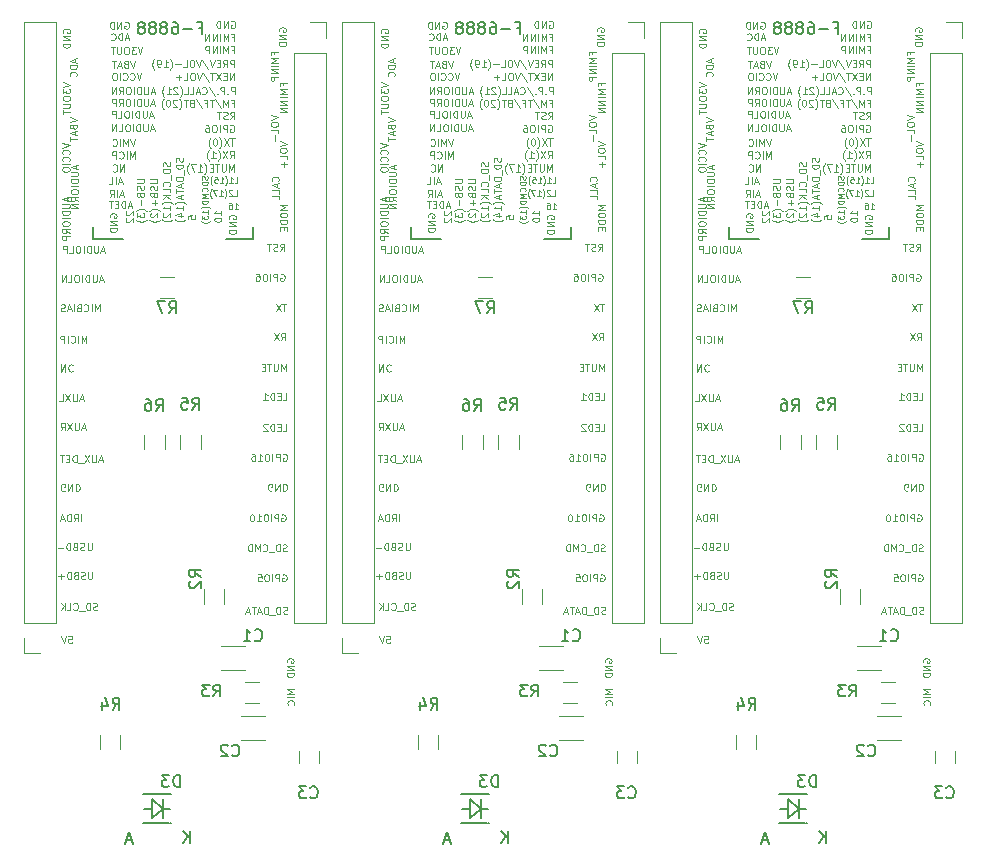
<source format=gbr>
%TF.GenerationSoftware,KiCad,Pcbnew,5.0.0-rc2-dev-unknown-b813eac~63~ubuntu16.04.1*%
%TF.CreationDate,2018-04-08T17:46:50+02:00*%
%TF.ProjectId,F-6888multi,462D363838386D756C74692E6B696361,rev?*%
%TF.SameCoordinates,Original*%
%TF.FileFunction,Legend,Bot*%
%TF.FilePolarity,Positive*%
%FSLAX46Y46*%
G04 Gerber Fmt 4.6, Leading zero omitted, Abs format (unit mm)*
G04 Created by KiCad (PCBNEW 5.0.0-rc2-dev-unknown-b813eac~63~ubuntu16.04.1) date Sun Apr  8 17:46:50 2018*
%MOMM*%
%LPD*%
G01*
G04 APERTURE LIST*
%ADD10C,0.125000*%
%ADD11C,0.120000*%
%ADD12C,0.150000*%
%ADD13C,0.100000*%
G04 APERTURE END LIST*
D10*
X162840857Y-97331200D02*
X162555142Y-97331200D01*
X162898000Y-97502628D02*
X162698000Y-96902628D01*
X162498000Y-97502628D01*
X162298000Y-96902628D02*
X162298000Y-97388342D01*
X162269428Y-97445485D01*
X162240857Y-97474057D01*
X162183714Y-97502628D01*
X162069428Y-97502628D01*
X162012285Y-97474057D01*
X161983714Y-97445485D01*
X161955142Y-97388342D01*
X161955142Y-96902628D01*
X161726571Y-96902628D02*
X161326571Y-97502628D01*
X161326571Y-96902628D02*
X161726571Y-97502628D01*
X160755142Y-97502628D02*
X160955142Y-97216914D01*
X161098000Y-97502628D02*
X161098000Y-96902628D01*
X160869428Y-96902628D01*
X160812285Y-96931200D01*
X160783714Y-96959771D01*
X160755142Y-97016914D01*
X160755142Y-97102628D01*
X160783714Y-97159771D01*
X160812285Y-97188342D01*
X160869428Y-97216914D01*
X161098000Y-97216914D01*
X179157285Y-76404857D02*
X179185857Y-76376285D01*
X179214428Y-76290571D01*
X179214428Y-76233428D01*
X179185857Y-76147714D01*
X179128714Y-76090571D01*
X179071571Y-76062000D01*
X178957285Y-76033428D01*
X178871571Y-76033428D01*
X178757285Y-76062000D01*
X178700142Y-76090571D01*
X178643000Y-76147714D01*
X178614428Y-76233428D01*
X178614428Y-76290571D01*
X178643000Y-76376285D01*
X178671571Y-76404857D01*
X179043000Y-76633428D02*
X179043000Y-76919142D01*
X179214428Y-76576285D02*
X178614428Y-76776285D01*
X179214428Y-76976285D01*
X179214428Y-77462000D02*
X179214428Y-77176285D01*
X178614428Y-77176285D01*
X179214428Y-77947714D02*
X179214428Y-77662000D01*
X178614428Y-77662000D01*
X180547928Y-119435642D02*
X179947928Y-119435642D01*
X180376500Y-119635642D01*
X179947928Y-119835642D01*
X180547928Y-119835642D01*
X180547928Y-120121357D02*
X179947928Y-120121357D01*
X180490785Y-120749928D02*
X180519357Y-120721357D01*
X180547928Y-120635642D01*
X180547928Y-120578500D01*
X180519357Y-120492785D01*
X180462214Y-120435642D01*
X180405071Y-120407071D01*
X180290785Y-120378500D01*
X180205071Y-120378500D01*
X180090785Y-120407071D01*
X180033642Y-120435642D01*
X179976500Y-120492785D01*
X179947928Y-120578500D01*
X179947928Y-120635642D01*
X179976500Y-120721357D01*
X180005071Y-120749928D01*
X179396914Y-84282000D02*
X179454057Y-84253428D01*
X179539771Y-84253428D01*
X179625485Y-84282000D01*
X179682628Y-84339142D01*
X179711200Y-84396285D01*
X179739771Y-84510571D01*
X179739771Y-84596285D01*
X179711200Y-84710571D01*
X179682628Y-84767714D01*
X179625485Y-84824857D01*
X179539771Y-84853428D01*
X179482628Y-84853428D01*
X179396914Y-84824857D01*
X179368342Y-84796285D01*
X179368342Y-84596285D01*
X179482628Y-84596285D01*
X179111200Y-84853428D02*
X179111200Y-84253428D01*
X178882628Y-84253428D01*
X178825485Y-84282000D01*
X178796914Y-84310571D01*
X178768342Y-84367714D01*
X178768342Y-84453428D01*
X178796914Y-84510571D01*
X178825485Y-84539142D01*
X178882628Y-84567714D01*
X179111200Y-84567714D01*
X178511200Y-84853428D02*
X178511200Y-84253428D01*
X178111200Y-84253428D02*
X177996914Y-84253428D01*
X177939771Y-84282000D01*
X177882628Y-84339142D01*
X177854057Y-84453428D01*
X177854057Y-84653428D01*
X177882628Y-84767714D01*
X177939771Y-84824857D01*
X177996914Y-84853428D01*
X178111200Y-84853428D01*
X178168342Y-84824857D01*
X178225485Y-84767714D01*
X178254057Y-84653428D01*
X178254057Y-84453428D01*
X178225485Y-84339142D01*
X178168342Y-84282000D01*
X178111200Y-84253428D01*
X177339771Y-84253428D02*
X177454057Y-84253428D01*
X177511200Y-84282000D01*
X177539771Y-84310571D01*
X177596914Y-84396285D01*
X177625485Y-84510571D01*
X177625485Y-84739142D01*
X177596914Y-84796285D01*
X177568342Y-84824857D01*
X177511200Y-84853428D01*
X177396914Y-84853428D01*
X177339771Y-84824857D01*
X177311200Y-84796285D01*
X177282628Y-84739142D01*
X177282628Y-84596285D01*
X177311200Y-84539142D01*
X177339771Y-84510571D01*
X177396914Y-84482000D01*
X177511200Y-84482000D01*
X177568342Y-84510571D01*
X177596914Y-84539142D01*
X177625485Y-84596285D01*
X179913000Y-117144857D02*
X179884428Y-117087714D01*
X179884428Y-117002000D01*
X179913000Y-116916285D01*
X179970142Y-116859142D01*
X180027285Y-116830571D01*
X180141571Y-116802000D01*
X180227285Y-116802000D01*
X180341571Y-116830571D01*
X180398714Y-116859142D01*
X180455857Y-116916285D01*
X180484428Y-117002000D01*
X180484428Y-117059142D01*
X180455857Y-117144857D01*
X180427285Y-117173428D01*
X180227285Y-117173428D01*
X180227285Y-117059142D01*
X180484428Y-117430571D02*
X179884428Y-117430571D01*
X180484428Y-117773428D01*
X179884428Y-117773428D01*
X180484428Y-118059142D02*
X179884428Y-118059142D01*
X179884428Y-118202000D01*
X179913000Y-118287714D01*
X179970142Y-118344857D01*
X180027285Y-118373428D01*
X180141571Y-118402000D01*
X180227285Y-118402000D01*
X180341571Y-118373428D01*
X180398714Y-118344857D01*
X180455857Y-118287714D01*
X180484428Y-118202000D01*
X180484428Y-118059142D01*
X179549314Y-109732800D02*
X179606457Y-109704228D01*
X179692171Y-109704228D01*
X179777885Y-109732800D01*
X179835028Y-109789942D01*
X179863600Y-109847085D01*
X179892171Y-109961371D01*
X179892171Y-110047085D01*
X179863600Y-110161371D01*
X179835028Y-110218514D01*
X179777885Y-110275657D01*
X179692171Y-110304228D01*
X179635028Y-110304228D01*
X179549314Y-110275657D01*
X179520742Y-110247085D01*
X179520742Y-110047085D01*
X179635028Y-110047085D01*
X179263600Y-110304228D02*
X179263600Y-109704228D01*
X179035028Y-109704228D01*
X178977885Y-109732800D01*
X178949314Y-109761371D01*
X178920742Y-109818514D01*
X178920742Y-109904228D01*
X178949314Y-109961371D01*
X178977885Y-109989942D01*
X179035028Y-110018514D01*
X179263600Y-110018514D01*
X178663600Y-110304228D02*
X178663600Y-109704228D01*
X178263600Y-109704228D02*
X178149314Y-109704228D01*
X178092171Y-109732800D01*
X178035028Y-109789942D01*
X178006457Y-109904228D01*
X178006457Y-110104228D01*
X178035028Y-110218514D01*
X178092171Y-110275657D01*
X178149314Y-110304228D01*
X178263600Y-110304228D01*
X178320742Y-110275657D01*
X178377885Y-110218514D01*
X178406457Y-110104228D01*
X178406457Y-109904228D01*
X178377885Y-109789942D01*
X178320742Y-109732800D01*
X178263600Y-109704228D01*
X177463600Y-109704228D02*
X177749314Y-109704228D01*
X177777885Y-109989942D01*
X177749314Y-109961371D01*
X177692171Y-109932800D01*
X177549314Y-109932800D01*
X177492171Y-109961371D01*
X177463600Y-109989942D01*
X177435028Y-110047085D01*
X177435028Y-110189942D01*
X177463600Y-110247085D01*
X177492171Y-110275657D01*
X177549314Y-110304228D01*
X177692171Y-110304228D01*
X177749314Y-110275657D01*
X177777885Y-110247085D01*
X179347771Y-82313428D02*
X179547771Y-82027714D01*
X179690628Y-82313428D02*
X179690628Y-81713428D01*
X179462057Y-81713428D01*
X179404914Y-81742000D01*
X179376342Y-81770571D01*
X179347771Y-81827714D01*
X179347771Y-81913428D01*
X179376342Y-81970571D01*
X179404914Y-81999142D01*
X179462057Y-82027714D01*
X179690628Y-82027714D01*
X179119200Y-82284857D02*
X179033485Y-82313428D01*
X178890628Y-82313428D01*
X178833485Y-82284857D01*
X178804914Y-82256285D01*
X178776342Y-82199142D01*
X178776342Y-82142000D01*
X178804914Y-82084857D01*
X178833485Y-82056285D01*
X178890628Y-82027714D01*
X179004914Y-81999142D01*
X179062057Y-81970571D01*
X179090628Y-81942000D01*
X179119200Y-81884857D01*
X179119200Y-81827714D01*
X179090628Y-81770571D01*
X179062057Y-81742000D01*
X179004914Y-81713428D01*
X178862057Y-81713428D01*
X178776342Y-81742000D01*
X178604914Y-81713428D02*
X178262057Y-81713428D01*
X178433485Y-82313428D02*
X178433485Y-81713428D01*
X179479428Y-104652800D02*
X179536571Y-104624228D01*
X179622285Y-104624228D01*
X179708000Y-104652800D01*
X179765142Y-104709942D01*
X179793714Y-104767085D01*
X179822285Y-104881371D01*
X179822285Y-104967085D01*
X179793714Y-105081371D01*
X179765142Y-105138514D01*
X179708000Y-105195657D01*
X179622285Y-105224228D01*
X179565142Y-105224228D01*
X179479428Y-105195657D01*
X179450857Y-105167085D01*
X179450857Y-104967085D01*
X179565142Y-104967085D01*
X179193714Y-105224228D02*
X179193714Y-104624228D01*
X178965142Y-104624228D01*
X178908000Y-104652800D01*
X178879428Y-104681371D01*
X178850857Y-104738514D01*
X178850857Y-104824228D01*
X178879428Y-104881371D01*
X178908000Y-104909942D01*
X178965142Y-104938514D01*
X179193714Y-104938514D01*
X178593714Y-105224228D02*
X178593714Y-104624228D01*
X178193714Y-104624228D02*
X178079428Y-104624228D01*
X178022285Y-104652800D01*
X177965142Y-104709942D01*
X177936571Y-104824228D01*
X177936571Y-105024228D01*
X177965142Y-105138514D01*
X178022285Y-105195657D01*
X178079428Y-105224228D01*
X178193714Y-105224228D01*
X178250857Y-105195657D01*
X178308000Y-105138514D01*
X178336571Y-105024228D01*
X178336571Y-104824228D01*
X178308000Y-104709942D01*
X178250857Y-104652800D01*
X178193714Y-104624228D01*
X177365142Y-105224228D02*
X177708000Y-105224228D01*
X177536571Y-105224228D02*
X177536571Y-104624228D01*
X177593714Y-104709942D01*
X177650857Y-104767085D01*
X177708000Y-104795657D01*
X176993714Y-104624228D02*
X176936571Y-104624228D01*
X176879428Y-104652800D01*
X176850857Y-104681371D01*
X176822285Y-104738514D01*
X176793714Y-104852800D01*
X176793714Y-104995657D01*
X176822285Y-105109942D01*
X176850857Y-105167085D01*
X176879428Y-105195657D01*
X176936571Y-105224228D01*
X176993714Y-105224228D01*
X177050857Y-105195657D01*
X177079428Y-105167085D01*
X177108000Y-105109942D01*
X177136571Y-104995657D01*
X177136571Y-104852800D01*
X177108000Y-104738514D01*
X177079428Y-104681371D01*
X177050857Y-104652800D01*
X176993714Y-104624228D01*
X179900057Y-107735657D02*
X179814342Y-107764228D01*
X179671485Y-107764228D01*
X179614342Y-107735657D01*
X179585771Y-107707085D01*
X179557200Y-107649942D01*
X179557200Y-107592800D01*
X179585771Y-107535657D01*
X179614342Y-107507085D01*
X179671485Y-107478514D01*
X179785771Y-107449942D01*
X179842914Y-107421371D01*
X179871485Y-107392800D01*
X179900057Y-107335657D01*
X179900057Y-107278514D01*
X179871485Y-107221371D01*
X179842914Y-107192800D01*
X179785771Y-107164228D01*
X179642914Y-107164228D01*
X179557200Y-107192800D01*
X179300057Y-107764228D02*
X179300057Y-107164228D01*
X179157200Y-107164228D01*
X179071485Y-107192800D01*
X179014342Y-107249942D01*
X178985771Y-107307085D01*
X178957200Y-107421371D01*
X178957200Y-107507085D01*
X178985771Y-107621371D01*
X179014342Y-107678514D01*
X179071485Y-107735657D01*
X179157200Y-107764228D01*
X179300057Y-107764228D01*
X178842914Y-107821371D02*
X178385771Y-107821371D01*
X177900057Y-107707085D02*
X177928628Y-107735657D01*
X178014342Y-107764228D01*
X178071485Y-107764228D01*
X178157200Y-107735657D01*
X178214342Y-107678514D01*
X178242914Y-107621371D01*
X178271485Y-107507085D01*
X178271485Y-107421371D01*
X178242914Y-107307085D01*
X178214342Y-107249942D01*
X178157200Y-107192800D01*
X178071485Y-107164228D01*
X178014342Y-107164228D01*
X177928628Y-107192800D01*
X177900057Y-107221371D01*
X177642914Y-107764228D02*
X177642914Y-107164228D01*
X177442914Y-107592800D01*
X177242914Y-107164228D01*
X177242914Y-107764228D01*
X176957200Y-107764228D02*
X176957200Y-107164228D01*
X176814342Y-107164228D01*
X176728628Y-107192800D01*
X176671485Y-107249942D01*
X176642914Y-107307085D01*
X176614342Y-107421371D01*
X176614342Y-107507085D01*
X176642914Y-107621371D01*
X176671485Y-107678514D01*
X176728628Y-107735657D01*
X176814342Y-107764228D01*
X176957200Y-107764228D01*
X179424000Y-89882628D02*
X179624000Y-89596914D01*
X179766857Y-89882628D02*
X179766857Y-89282628D01*
X179538285Y-89282628D01*
X179481142Y-89311200D01*
X179452571Y-89339771D01*
X179424000Y-89396914D01*
X179424000Y-89482628D01*
X179452571Y-89539771D01*
X179481142Y-89568342D01*
X179538285Y-89596914D01*
X179766857Y-89596914D01*
X179224000Y-89282628D02*
X178824000Y-89882628D01*
X178824000Y-89282628D02*
X179224000Y-89882628D01*
X163848857Y-112701357D02*
X163763142Y-112729928D01*
X163620285Y-112729928D01*
X163563142Y-112701357D01*
X163534571Y-112672785D01*
X163506000Y-112615642D01*
X163506000Y-112558500D01*
X163534571Y-112501357D01*
X163563142Y-112472785D01*
X163620285Y-112444214D01*
X163734571Y-112415642D01*
X163791714Y-112387071D01*
X163820285Y-112358500D01*
X163848857Y-112301357D01*
X163848857Y-112244214D01*
X163820285Y-112187071D01*
X163791714Y-112158500D01*
X163734571Y-112129928D01*
X163591714Y-112129928D01*
X163506000Y-112158500D01*
X163248857Y-112729928D02*
X163248857Y-112129928D01*
X163106000Y-112129928D01*
X163020285Y-112158500D01*
X162963142Y-112215642D01*
X162934571Y-112272785D01*
X162906000Y-112387071D01*
X162906000Y-112472785D01*
X162934571Y-112587071D01*
X162963142Y-112644214D01*
X163020285Y-112701357D01*
X163106000Y-112729928D01*
X163248857Y-112729928D01*
X162791714Y-112787071D02*
X162334571Y-112787071D01*
X161848857Y-112672785D02*
X161877428Y-112701357D01*
X161963142Y-112729928D01*
X162020285Y-112729928D01*
X162106000Y-112701357D01*
X162163142Y-112644214D01*
X162191714Y-112587071D01*
X162220285Y-112472785D01*
X162220285Y-112387071D01*
X162191714Y-112272785D01*
X162163142Y-112215642D01*
X162106000Y-112158500D01*
X162020285Y-112129928D01*
X161963142Y-112129928D01*
X161877428Y-112158500D01*
X161848857Y-112187071D01*
X161306000Y-112729928D02*
X161591714Y-112729928D01*
X161591714Y-112129928D01*
X161106000Y-112729928D02*
X161106000Y-112129928D01*
X160763142Y-112729928D02*
X161020285Y-112387071D01*
X160763142Y-112129928D02*
X161106000Y-112472785D01*
X164356828Y-84783600D02*
X164071114Y-84783600D01*
X164413971Y-84955028D02*
X164213971Y-84355028D01*
X164013971Y-84955028D01*
X163813971Y-84355028D02*
X163813971Y-84840742D01*
X163785400Y-84897885D01*
X163756828Y-84926457D01*
X163699685Y-84955028D01*
X163585400Y-84955028D01*
X163528257Y-84926457D01*
X163499685Y-84897885D01*
X163471114Y-84840742D01*
X163471114Y-84355028D01*
X163185400Y-84955028D02*
X163185400Y-84355028D01*
X163042542Y-84355028D01*
X162956828Y-84383600D01*
X162899685Y-84440742D01*
X162871114Y-84497885D01*
X162842542Y-84612171D01*
X162842542Y-84697885D01*
X162871114Y-84812171D01*
X162899685Y-84869314D01*
X162956828Y-84926457D01*
X163042542Y-84955028D01*
X163185400Y-84955028D01*
X162585400Y-84955028D02*
X162585400Y-84355028D01*
X162185400Y-84355028D02*
X162071114Y-84355028D01*
X162013971Y-84383600D01*
X161956828Y-84440742D01*
X161928257Y-84555028D01*
X161928257Y-84755028D01*
X161956828Y-84869314D01*
X162013971Y-84926457D01*
X162071114Y-84955028D01*
X162185400Y-84955028D01*
X162242542Y-84926457D01*
X162299685Y-84869314D01*
X162328257Y-84755028D01*
X162328257Y-84555028D01*
X162299685Y-84440742D01*
X162242542Y-84383600D01*
X162185400Y-84355028D01*
X161385400Y-84955028D02*
X161671114Y-84955028D01*
X161671114Y-84355028D01*
X161185400Y-84955028D02*
X161185400Y-84355028D01*
X160842542Y-84955028D01*
X160842542Y-84355028D01*
X179300228Y-73039428D02*
X179900228Y-73239428D01*
X179300228Y-73439428D01*
X179300228Y-73753714D02*
X179300228Y-73868000D01*
X179328800Y-73925142D01*
X179385942Y-73982285D01*
X179500228Y-74010857D01*
X179700228Y-74010857D01*
X179814514Y-73982285D01*
X179871657Y-73925142D01*
X179900228Y-73868000D01*
X179900228Y-73753714D01*
X179871657Y-73696571D01*
X179814514Y-73639428D01*
X179700228Y-73610857D01*
X179500228Y-73610857D01*
X179385942Y-73639428D01*
X179328800Y-73696571D01*
X179300228Y-73753714D01*
X179900228Y-74553714D02*
X179900228Y-74268000D01*
X179300228Y-74268000D01*
X179671657Y-74753714D02*
X179671657Y-75210857D01*
X179900228Y-74982285D02*
X179443085Y-74982285D01*
X179949257Y-113018857D02*
X179863542Y-113047428D01*
X179720685Y-113047428D01*
X179663542Y-113018857D01*
X179634971Y-112990285D01*
X179606400Y-112933142D01*
X179606400Y-112876000D01*
X179634971Y-112818857D01*
X179663542Y-112790285D01*
X179720685Y-112761714D01*
X179834971Y-112733142D01*
X179892114Y-112704571D01*
X179920685Y-112676000D01*
X179949257Y-112618857D01*
X179949257Y-112561714D01*
X179920685Y-112504571D01*
X179892114Y-112476000D01*
X179834971Y-112447428D01*
X179692114Y-112447428D01*
X179606400Y-112476000D01*
X179349257Y-113047428D02*
X179349257Y-112447428D01*
X179206400Y-112447428D01*
X179120685Y-112476000D01*
X179063542Y-112533142D01*
X179034971Y-112590285D01*
X179006400Y-112704571D01*
X179006400Y-112790285D01*
X179034971Y-112904571D01*
X179063542Y-112961714D01*
X179120685Y-113018857D01*
X179206400Y-113047428D01*
X179349257Y-113047428D01*
X178892114Y-113104571D02*
X178434971Y-113104571D01*
X178292114Y-113047428D02*
X178292114Y-112447428D01*
X178149257Y-112447428D01*
X178063542Y-112476000D01*
X178006400Y-112533142D01*
X177977828Y-112590285D01*
X177949257Y-112704571D01*
X177949257Y-112790285D01*
X177977828Y-112904571D01*
X178006400Y-112961714D01*
X178063542Y-113018857D01*
X178149257Y-113047428D01*
X178292114Y-113047428D01*
X177720685Y-112876000D02*
X177434971Y-112876000D01*
X177777828Y-113047428D02*
X177577828Y-112447428D01*
X177377828Y-113047428D01*
X177263542Y-112447428D02*
X176920685Y-112447428D01*
X177092114Y-113047428D02*
X177092114Y-112447428D01*
X176749257Y-112876000D02*
X176463542Y-112876000D01*
X176806400Y-113047428D02*
X176606400Y-112447428D01*
X176406400Y-113047428D01*
X179589028Y-97553428D02*
X179874742Y-97553428D01*
X179874742Y-96953428D01*
X179389028Y-97239142D02*
X179189028Y-97239142D01*
X179103314Y-97553428D02*
X179389028Y-97553428D01*
X179389028Y-96953428D01*
X179103314Y-96953428D01*
X178846171Y-97553428D02*
X178846171Y-96953428D01*
X178703314Y-96953428D01*
X178617600Y-96982000D01*
X178560457Y-97039142D01*
X178531885Y-97096285D01*
X178503314Y-97210571D01*
X178503314Y-97296285D01*
X178531885Y-97410571D01*
X178560457Y-97467714D01*
X178617600Y-97524857D01*
X178703314Y-97553428D01*
X178846171Y-97553428D01*
X178274742Y-97010571D02*
X178246171Y-96982000D01*
X178189028Y-96953428D01*
X178046171Y-96953428D01*
X177989028Y-96982000D01*
X177960457Y-97010571D01*
X177931885Y-97067714D01*
X177931885Y-97124857D01*
X177960457Y-97210571D01*
X178303314Y-97553428D01*
X177931885Y-97553428D01*
X162502742Y-105224228D02*
X162502742Y-104624228D01*
X161874171Y-105224228D02*
X162074171Y-104938514D01*
X162217028Y-105224228D02*
X162217028Y-104624228D01*
X161988457Y-104624228D01*
X161931314Y-104652800D01*
X161902742Y-104681371D01*
X161874171Y-104738514D01*
X161874171Y-104824228D01*
X161902742Y-104881371D01*
X161931314Y-104909942D01*
X161988457Y-104938514D01*
X162217028Y-104938514D01*
X161617028Y-105224228D02*
X161617028Y-104624228D01*
X161474171Y-104624228D01*
X161388457Y-104652800D01*
X161331314Y-104709942D01*
X161302742Y-104767085D01*
X161274171Y-104881371D01*
X161274171Y-104967085D01*
X161302742Y-105081371D01*
X161331314Y-105138514D01*
X161388457Y-105195657D01*
X161474171Y-105224228D01*
X161617028Y-105224228D01*
X161045600Y-105052800D02*
X160759885Y-105052800D01*
X161102742Y-105224228D02*
X160902742Y-104624228D01*
X160702742Y-105224228D01*
X164469542Y-82294400D02*
X164183828Y-82294400D01*
X164526685Y-82465828D02*
X164326685Y-81865828D01*
X164126685Y-82465828D01*
X163926685Y-81865828D02*
X163926685Y-82351542D01*
X163898114Y-82408685D01*
X163869542Y-82437257D01*
X163812400Y-82465828D01*
X163698114Y-82465828D01*
X163640971Y-82437257D01*
X163612400Y-82408685D01*
X163583828Y-82351542D01*
X163583828Y-81865828D01*
X163298114Y-82465828D02*
X163298114Y-81865828D01*
X163155257Y-81865828D01*
X163069542Y-81894400D01*
X163012400Y-81951542D01*
X162983828Y-82008685D01*
X162955257Y-82122971D01*
X162955257Y-82208685D01*
X162983828Y-82322971D01*
X163012400Y-82380114D01*
X163069542Y-82437257D01*
X163155257Y-82465828D01*
X163298114Y-82465828D01*
X162698114Y-82465828D02*
X162698114Y-81865828D01*
X162298114Y-81865828D02*
X162183828Y-81865828D01*
X162126685Y-81894400D01*
X162069542Y-81951542D01*
X162040971Y-82065828D01*
X162040971Y-82265828D01*
X162069542Y-82380114D01*
X162126685Y-82437257D01*
X162183828Y-82465828D01*
X162298114Y-82465828D01*
X162355257Y-82437257D01*
X162412400Y-82380114D01*
X162440971Y-82265828D01*
X162440971Y-82065828D01*
X162412400Y-81951542D01*
X162355257Y-81894400D01*
X162298114Y-81865828D01*
X161498114Y-82465828D02*
X161783828Y-82465828D01*
X161783828Y-81865828D01*
X161298114Y-82465828D02*
X161298114Y-81865828D01*
X161069542Y-81865828D01*
X161012400Y-81894400D01*
X160983828Y-81922971D01*
X160955257Y-81980114D01*
X160955257Y-82065828D01*
X160983828Y-82122971D01*
X161012400Y-82151542D01*
X161069542Y-82180114D01*
X161298114Y-82180114D01*
X162050400Y-75082628D02*
X162050400Y-75368342D01*
X162221828Y-75025485D02*
X161621828Y-75225485D01*
X162221828Y-75425485D01*
X161621828Y-75625485D02*
X162107542Y-75625485D01*
X162164685Y-75654057D01*
X162193257Y-75682628D01*
X162221828Y-75739771D01*
X162221828Y-75854057D01*
X162193257Y-75911200D01*
X162164685Y-75939771D01*
X162107542Y-75968342D01*
X161621828Y-75968342D01*
X162221828Y-76254057D02*
X161621828Y-76254057D01*
X161621828Y-76396914D01*
X161650400Y-76482628D01*
X161707542Y-76539771D01*
X161764685Y-76568342D01*
X161878971Y-76596914D01*
X161964685Y-76596914D01*
X162078971Y-76568342D01*
X162136114Y-76539771D01*
X162193257Y-76482628D01*
X162221828Y-76396914D01*
X162221828Y-76254057D01*
X162221828Y-76854057D02*
X161621828Y-76854057D01*
X161621828Y-77254057D02*
X161621828Y-77368342D01*
X161650400Y-77425485D01*
X161707542Y-77482628D01*
X161821828Y-77511200D01*
X162021828Y-77511200D01*
X162136114Y-77482628D01*
X162193257Y-77425485D01*
X162221828Y-77368342D01*
X162221828Y-77254057D01*
X162193257Y-77196914D01*
X162136114Y-77139771D01*
X162021828Y-77111200D01*
X161821828Y-77111200D01*
X161707542Y-77139771D01*
X161650400Y-77196914D01*
X161621828Y-77254057D01*
X162221828Y-78111200D02*
X161936114Y-77911200D01*
X162221828Y-77768342D02*
X161621828Y-77768342D01*
X161621828Y-77996914D01*
X161650400Y-78054057D01*
X161678971Y-78082628D01*
X161736114Y-78111200D01*
X161821828Y-78111200D01*
X161878971Y-78082628D01*
X161907542Y-78054057D01*
X161936114Y-77996914D01*
X161936114Y-77768342D01*
X162221828Y-78368342D02*
X161621828Y-78368342D01*
X162221828Y-78711200D01*
X161621828Y-78711200D01*
X179882742Y-86793428D02*
X179539885Y-86793428D01*
X179711314Y-87393428D02*
X179711314Y-86793428D01*
X179397028Y-86793428D02*
X178997028Y-87393428D01*
X178997028Y-86793428D02*
X179397028Y-87393428D01*
X179581028Y-99522000D02*
X179638171Y-99493428D01*
X179723885Y-99493428D01*
X179809600Y-99522000D01*
X179866742Y-99579142D01*
X179895314Y-99636285D01*
X179923885Y-99750571D01*
X179923885Y-99836285D01*
X179895314Y-99950571D01*
X179866742Y-100007714D01*
X179809600Y-100064857D01*
X179723885Y-100093428D01*
X179666742Y-100093428D01*
X179581028Y-100064857D01*
X179552457Y-100036285D01*
X179552457Y-99836285D01*
X179666742Y-99836285D01*
X179295314Y-100093428D02*
X179295314Y-99493428D01*
X179066742Y-99493428D01*
X179009600Y-99522000D01*
X178981028Y-99550571D01*
X178952457Y-99607714D01*
X178952457Y-99693428D01*
X178981028Y-99750571D01*
X179009600Y-99779142D01*
X179066742Y-99807714D01*
X179295314Y-99807714D01*
X178695314Y-100093428D02*
X178695314Y-99493428D01*
X178295314Y-99493428D02*
X178181028Y-99493428D01*
X178123885Y-99522000D01*
X178066742Y-99579142D01*
X178038171Y-99693428D01*
X178038171Y-99893428D01*
X178066742Y-100007714D01*
X178123885Y-100064857D01*
X178181028Y-100093428D01*
X178295314Y-100093428D01*
X178352457Y-100064857D01*
X178409600Y-100007714D01*
X178438171Y-99893428D01*
X178438171Y-99693428D01*
X178409600Y-99579142D01*
X178352457Y-99522000D01*
X178295314Y-99493428D01*
X177466742Y-100093428D02*
X177809600Y-100093428D01*
X177638171Y-100093428D02*
X177638171Y-99493428D01*
X177695314Y-99579142D01*
X177752457Y-99636285D01*
X177809600Y-99664857D01*
X176952457Y-99493428D02*
X177066742Y-99493428D01*
X177123885Y-99522000D01*
X177152457Y-99550571D01*
X177209600Y-99636285D01*
X177238171Y-99750571D01*
X177238171Y-99979142D01*
X177209600Y-100036285D01*
X177181028Y-100064857D01*
X177123885Y-100093428D01*
X177009600Y-100093428D01*
X176952457Y-100064857D01*
X176923885Y-100036285D01*
X176895314Y-99979142D01*
X176895314Y-99836285D01*
X176923885Y-99779142D01*
X176952457Y-99750571D01*
X177009600Y-99722000D01*
X177123885Y-99722000D01*
X177181028Y-99750571D01*
X177209600Y-99779142D01*
X177238171Y-99836285D01*
X160818571Y-91930571D02*
X160818571Y-92530571D01*
X161161428Y-91930571D01*
X161161428Y-92530571D01*
X161790000Y-91987714D02*
X161761428Y-91959142D01*
X161675714Y-91930571D01*
X161618571Y-91930571D01*
X161532857Y-91959142D01*
X161475714Y-92016285D01*
X161447142Y-92073428D01*
X161418571Y-92187714D01*
X161418571Y-92273428D01*
X161447142Y-92387714D01*
X161475714Y-92444857D01*
X161532857Y-92502000D01*
X161618571Y-92530571D01*
X161675714Y-92530571D01*
X161761428Y-92502000D01*
X161790000Y-92473428D01*
X164061571Y-87444228D02*
X164061571Y-86844228D01*
X163861571Y-87272800D01*
X163661571Y-86844228D01*
X163661571Y-87444228D01*
X163375857Y-87444228D02*
X163375857Y-86844228D01*
X162747285Y-87387085D02*
X162775857Y-87415657D01*
X162861571Y-87444228D01*
X162918714Y-87444228D01*
X163004428Y-87415657D01*
X163061571Y-87358514D01*
X163090142Y-87301371D01*
X163118714Y-87187085D01*
X163118714Y-87101371D01*
X163090142Y-86987085D01*
X163061571Y-86929942D01*
X163004428Y-86872800D01*
X162918714Y-86844228D01*
X162861571Y-86844228D01*
X162775857Y-86872800D01*
X162747285Y-86901371D01*
X162290142Y-87129942D02*
X162204428Y-87158514D01*
X162175857Y-87187085D01*
X162147285Y-87244228D01*
X162147285Y-87329942D01*
X162175857Y-87387085D01*
X162204428Y-87415657D01*
X162261571Y-87444228D01*
X162490142Y-87444228D01*
X162490142Y-86844228D01*
X162290142Y-86844228D01*
X162233000Y-86872800D01*
X162204428Y-86901371D01*
X162175857Y-86958514D01*
X162175857Y-87015657D01*
X162204428Y-87072800D01*
X162233000Y-87101371D01*
X162290142Y-87129942D01*
X162490142Y-87129942D01*
X161890142Y-87444228D02*
X161890142Y-86844228D01*
X161633000Y-87272800D02*
X161347285Y-87272800D01*
X161690142Y-87444228D02*
X161490142Y-86844228D01*
X161290142Y-87444228D01*
X161118714Y-87415657D02*
X161033000Y-87444228D01*
X160890142Y-87444228D01*
X160833000Y-87415657D01*
X160804428Y-87387085D01*
X160775857Y-87329942D01*
X160775857Y-87272800D01*
X160804428Y-87215657D01*
X160833000Y-87187085D01*
X160890142Y-87158514D01*
X161004428Y-87129942D01*
X161061571Y-87101371D01*
X161090142Y-87072800D01*
X161118714Y-87015657D01*
X161118714Y-86958514D01*
X161090142Y-86901371D01*
X161061571Y-86872800D01*
X161004428Y-86844228D01*
X160861571Y-86844228D01*
X160775857Y-86872800D01*
X178836642Y-65660714D02*
X178836642Y-65460714D01*
X179150928Y-65460714D02*
X178550928Y-65460714D01*
X178550928Y-65746428D01*
X179150928Y-65975000D02*
X178550928Y-65975000D01*
X178979500Y-66175000D01*
X178550928Y-66375000D01*
X179150928Y-66375000D01*
X179150928Y-66660714D02*
X178550928Y-66660714D01*
X179150928Y-66946428D02*
X178550928Y-66946428D01*
X179150928Y-67289285D01*
X178550928Y-67289285D01*
X179150928Y-67575000D02*
X178550928Y-67575000D01*
X178550928Y-67803571D01*
X178579500Y-67860714D01*
X178608071Y-67889285D01*
X178665214Y-67917857D01*
X178750928Y-67917857D01*
X178808071Y-67889285D01*
X178836642Y-67860714D01*
X178865214Y-67803571D01*
X178865214Y-67575000D01*
X161112257Y-102636600D02*
X161055114Y-102665171D01*
X160969400Y-102665171D01*
X160883685Y-102636600D01*
X160826542Y-102579457D01*
X160797971Y-102522314D01*
X160769400Y-102408028D01*
X160769400Y-102322314D01*
X160797971Y-102208028D01*
X160826542Y-102150885D01*
X160883685Y-102093742D01*
X160969400Y-102065171D01*
X161026542Y-102065171D01*
X161112257Y-102093742D01*
X161140828Y-102122314D01*
X161140828Y-102322314D01*
X161026542Y-102322314D01*
X161397971Y-102065171D02*
X161397971Y-102665171D01*
X161740828Y-102065171D01*
X161740828Y-102665171D01*
X162026542Y-102065171D02*
X162026542Y-102665171D01*
X162169400Y-102665171D01*
X162255114Y-102636600D01*
X162312257Y-102579457D01*
X162340828Y-102522314D01*
X162369400Y-102408028D01*
X162369400Y-102322314D01*
X162340828Y-102208028D01*
X162312257Y-102150885D01*
X162255114Y-102093742D01*
X162169400Y-102065171D01*
X162026542Y-102065171D01*
X179951028Y-78416285D02*
X179351028Y-78416285D01*
X179779600Y-78616285D01*
X179351028Y-78816285D01*
X179951028Y-78816285D01*
X179351028Y-79216285D02*
X179351028Y-79330571D01*
X179379600Y-79387714D01*
X179436742Y-79444857D01*
X179551028Y-79473428D01*
X179751028Y-79473428D01*
X179865314Y-79444857D01*
X179922457Y-79387714D01*
X179951028Y-79330571D01*
X179951028Y-79216285D01*
X179922457Y-79159142D01*
X179865314Y-79102000D01*
X179751028Y-79073428D01*
X179551028Y-79073428D01*
X179436742Y-79102000D01*
X179379600Y-79159142D01*
X179351028Y-79216285D01*
X179951028Y-79730571D02*
X179351028Y-79730571D01*
X179351028Y-79873428D01*
X179379600Y-79959142D01*
X179436742Y-80016285D01*
X179493885Y-80044857D01*
X179608171Y-80073428D01*
X179693885Y-80073428D01*
X179808171Y-80044857D01*
X179865314Y-80016285D01*
X179922457Y-79959142D01*
X179951028Y-79873428D01*
X179951028Y-79730571D01*
X179636742Y-80330571D02*
X179636742Y-80530571D01*
X179951028Y-80616285D02*
X179951028Y-80330571D01*
X179351028Y-80330571D01*
X179351028Y-80616285D01*
X178663657Y-102598500D02*
X178606514Y-102627071D01*
X178520800Y-102627071D01*
X178435085Y-102598500D01*
X178377942Y-102541357D01*
X178349371Y-102484214D01*
X178320800Y-102369928D01*
X178320800Y-102284214D01*
X178349371Y-102169928D01*
X178377942Y-102112785D01*
X178435085Y-102055642D01*
X178520800Y-102027071D01*
X178577942Y-102027071D01*
X178663657Y-102055642D01*
X178692228Y-102084214D01*
X178692228Y-102284214D01*
X178577942Y-102284214D01*
X178949371Y-102027071D02*
X178949371Y-102627071D01*
X179292228Y-102027071D01*
X179292228Y-102627071D01*
X179577942Y-102027071D02*
X179577942Y-102627071D01*
X179720800Y-102627071D01*
X179806514Y-102598500D01*
X179863657Y-102541357D01*
X179892228Y-102484214D01*
X179920800Y-102369928D01*
X179920800Y-102284214D01*
X179892228Y-102169928D01*
X179863657Y-102112785D01*
X179806514Y-102055642D01*
X179720800Y-102027071D01*
X179577942Y-102027071D01*
X161520228Y-71023285D02*
X162120228Y-71223285D01*
X161520228Y-71423285D01*
X161805942Y-71823285D02*
X161834514Y-71909000D01*
X161863085Y-71937571D01*
X161920228Y-71966142D01*
X162005942Y-71966142D01*
X162063085Y-71937571D01*
X162091657Y-71909000D01*
X162120228Y-71851857D01*
X162120228Y-71623285D01*
X161520228Y-71623285D01*
X161520228Y-71823285D01*
X161548800Y-71880428D01*
X161577371Y-71909000D01*
X161634514Y-71937571D01*
X161691657Y-71937571D01*
X161748800Y-71909000D01*
X161777371Y-71880428D01*
X161805942Y-71823285D01*
X161805942Y-71623285D01*
X161948800Y-72194714D02*
X161948800Y-72480428D01*
X162120228Y-72137571D02*
X161520228Y-72337571D01*
X162120228Y-72537571D01*
X161520228Y-72651857D02*
X161520228Y-72994714D01*
X162120228Y-72823285D02*
X161520228Y-72823285D01*
X164306028Y-100049000D02*
X164020314Y-100049000D01*
X164363171Y-100220428D02*
X164163171Y-99620428D01*
X163963171Y-100220428D01*
X163763171Y-99620428D02*
X163763171Y-100106142D01*
X163734600Y-100163285D01*
X163706028Y-100191857D01*
X163648885Y-100220428D01*
X163534600Y-100220428D01*
X163477457Y-100191857D01*
X163448885Y-100163285D01*
X163420314Y-100106142D01*
X163420314Y-99620428D01*
X163191742Y-99620428D02*
X162791742Y-100220428D01*
X162791742Y-99620428D02*
X163191742Y-100220428D01*
X162706028Y-100277571D02*
X162248885Y-100277571D01*
X162106028Y-100220428D02*
X162106028Y-99620428D01*
X161963171Y-99620428D01*
X161877457Y-99649000D01*
X161820314Y-99706142D01*
X161791742Y-99763285D01*
X161763171Y-99877571D01*
X161763171Y-99963285D01*
X161791742Y-100077571D01*
X161820314Y-100134714D01*
X161877457Y-100191857D01*
X161963171Y-100220428D01*
X162106028Y-100220428D01*
X161506028Y-99906142D02*
X161306028Y-99906142D01*
X161220314Y-100220428D02*
X161506028Y-100220428D01*
X161506028Y-99620428D01*
X161220314Y-99620428D01*
X161048885Y-99620428D02*
X160706028Y-99620428D01*
X160877457Y-100220428D02*
X160877457Y-99620428D01*
X160910628Y-73164857D02*
X161510628Y-73364857D01*
X160910628Y-73564857D01*
X161453485Y-74107714D02*
X161482057Y-74079142D01*
X161510628Y-73993428D01*
X161510628Y-73936285D01*
X161482057Y-73850571D01*
X161424914Y-73793428D01*
X161367771Y-73764857D01*
X161253485Y-73736285D01*
X161167771Y-73736285D01*
X161053485Y-73764857D01*
X160996342Y-73793428D01*
X160939200Y-73850571D01*
X160910628Y-73936285D01*
X160910628Y-73993428D01*
X160939200Y-74079142D01*
X160967771Y-74107714D01*
X161453485Y-74707714D02*
X161482057Y-74679142D01*
X161510628Y-74593428D01*
X161510628Y-74536285D01*
X161482057Y-74450571D01*
X161424914Y-74393428D01*
X161367771Y-74364857D01*
X161253485Y-74336285D01*
X161167771Y-74336285D01*
X161053485Y-74364857D01*
X160996342Y-74393428D01*
X160939200Y-74450571D01*
X160910628Y-74536285D01*
X160910628Y-74593428D01*
X160939200Y-74679142D01*
X160967771Y-74707714D01*
X161510628Y-74964857D02*
X160910628Y-74964857D01*
X160910628Y-75364857D02*
X160910628Y-75479142D01*
X160939200Y-75536285D01*
X160996342Y-75593428D01*
X161110628Y-75622000D01*
X161310628Y-75622000D01*
X161424914Y-75593428D01*
X161482057Y-75536285D01*
X161510628Y-75479142D01*
X161510628Y-75364857D01*
X161482057Y-75307714D01*
X161424914Y-75250571D01*
X161310628Y-75222000D01*
X161110628Y-75222000D01*
X160996342Y-75250571D01*
X160939200Y-75307714D01*
X160910628Y-75364857D01*
X162682114Y-94892800D02*
X162396400Y-94892800D01*
X162739257Y-95064228D02*
X162539257Y-94464228D01*
X162339257Y-95064228D01*
X162139257Y-94464228D02*
X162139257Y-94949942D01*
X162110685Y-95007085D01*
X162082114Y-95035657D01*
X162024971Y-95064228D01*
X161910685Y-95064228D01*
X161853542Y-95035657D01*
X161824971Y-95007085D01*
X161796400Y-94949942D01*
X161796400Y-94464228D01*
X161567828Y-94464228D02*
X161167828Y-95064228D01*
X161167828Y-94464228D02*
X161567828Y-95064228D01*
X160653542Y-95064228D02*
X160939257Y-95064228D01*
X160939257Y-94464228D01*
X162934514Y-90085828D02*
X162934514Y-89485828D01*
X162734514Y-89914400D01*
X162534514Y-89485828D01*
X162534514Y-90085828D01*
X162248800Y-90085828D02*
X162248800Y-89485828D01*
X161620228Y-90028685D02*
X161648800Y-90057257D01*
X161734514Y-90085828D01*
X161791657Y-90085828D01*
X161877371Y-90057257D01*
X161934514Y-90000114D01*
X161963085Y-89942971D01*
X161991657Y-89828685D01*
X161991657Y-89742971D01*
X161963085Y-89628685D01*
X161934514Y-89571542D01*
X161877371Y-89514400D01*
X161791657Y-89485828D01*
X161734514Y-89485828D01*
X161648800Y-89514400D01*
X161620228Y-89542971D01*
X161363085Y-90085828D02*
X161363085Y-89485828D01*
X161077371Y-90085828D02*
X161077371Y-89485828D01*
X160848800Y-89485828D01*
X160791657Y-89514400D01*
X160763085Y-89542971D01*
X160734514Y-89600114D01*
X160734514Y-89685828D01*
X160763085Y-89742971D01*
X160791657Y-89771542D01*
X160848800Y-89800114D01*
X161077371Y-89800114D01*
X161404285Y-114911228D02*
X161690000Y-114911228D01*
X161718571Y-115196942D01*
X161690000Y-115168371D01*
X161632857Y-115139800D01*
X161490000Y-115139800D01*
X161432857Y-115168371D01*
X161404285Y-115196942D01*
X161375714Y-115254085D01*
X161375714Y-115396942D01*
X161404285Y-115454085D01*
X161432857Y-115482657D01*
X161490000Y-115511228D01*
X161632857Y-115511228D01*
X161690000Y-115482657D01*
X161718571Y-115454085D01*
X161204285Y-114911228D02*
X161004285Y-115511228D01*
X160804285Y-114911228D01*
X179830285Y-92473428D02*
X179830285Y-91873428D01*
X179630285Y-92302000D01*
X179430285Y-91873428D01*
X179430285Y-92473428D01*
X179144571Y-91873428D02*
X179144571Y-92359142D01*
X179116000Y-92416285D01*
X179087428Y-92444857D01*
X179030285Y-92473428D01*
X178916000Y-92473428D01*
X178858857Y-92444857D01*
X178830285Y-92416285D01*
X178801714Y-92359142D01*
X178801714Y-91873428D01*
X178601714Y-91873428D02*
X178258857Y-91873428D01*
X178430285Y-92473428D02*
X178430285Y-91873428D01*
X178058857Y-92159142D02*
X177858857Y-92159142D01*
X177773142Y-92473428D02*
X178058857Y-92473428D01*
X178058857Y-91873428D01*
X177773142Y-91873428D01*
X163429771Y-109501028D02*
X163429771Y-109986742D01*
X163401200Y-110043885D01*
X163372628Y-110072457D01*
X163315485Y-110101028D01*
X163201200Y-110101028D01*
X163144057Y-110072457D01*
X163115485Y-110043885D01*
X163086914Y-109986742D01*
X163086914Y-109501028D01*
X162829771Y-110072457D02*
X162744057Y-110101028D01*
X162601200Y-110101028D01*
X162544057Y-110072457D01*
X162515485Y-110043885D01*
X162486914Y-109986742D01*
X162486914Y-109929600D01*
X162515485Y-109872457D01*
X162544057Y-109843885D01*
X162601200Y-109815314D01*
X162715485Y-109786742D01*
X162772628Y-109758171D01*
X162801200Y-109729600D01*
X162829771Y-109672457D01*
X162829771Y-109615314D01*
X162801200Y-109558171D01*
X162772628Y-109529600D01*
X162715485Y-109501028D01*
X162572628Y-109501028D01*
X162486914Y-109529600D01*
X162029771Y-109786742D02*
X161944057Y-109815314D01*
X161915485Y-109843885D01*
X161886914Y-109901028D01*
X161886914Y-109986742D01*
X161915485Y-110043885D01*
X161944057Y-110072457D01*
X162001200Y-110101028D01*
X162229771Y-110101028D01*
X162229771Y-109501028D01*
X162029771Y-109501028D01*
X161972628Y-109529600D01*
X161944057Y-109558171D01*
X161915485Y-109615314D01*
X161915485Y-109672457D01*
X161944057Y-109729600D01*
X161972628Y-109758171D01*
X162029771Y-109786742D01*
X162229771Y-109786742D01*
X161629771Y-110101028D02*
X161629771Y-109501028D01*
X161486914Y-109501028D01*
X161401200Y-109529600D01*
X161344057Y-109586742D01*
X161315485Y-109643885D01*
X161286914Y-109758171D01*
X161286914Y-109843885D01*
X161315485Y-109958171D01*
X161344057Y-110015314D01*
X161401200Y-110072457D01*
X161486914Y-110101028D01*
X161629771Y-110101028D01*
X161029771Y-109872457D02*
X160572628Y-109872457D01*
X160801200Y-110101028D02*
X160801200Y-109643885D01*
X179589028Y-94949928D02*
X179874742Y-94949928D01*
X179874742Y-94349928D01*
X179389028Y-94635642D02*
X179189028Y-94635642D01*
X179103314Y-94949928D02*
X179389028Y-94949928D01*
X179389028Y-94349928D01*
X179103314Y-94349928D01*
X178846171Y-94949928D02*
X178846171Y-94349928D01*
X178703314Y-94349928D01*
X178617600Y-94378500D01*
X178560457Y-94435642D01*
X178531885Y-94492785D01*
X178503314Y-94607071D01*
X178503314Y-94692785D01*
X178531885Y-94807071D01*
X178560457Y-94864214D01*
X178617600Y-94921357D01*
X178703314Y-94949928D01*
X178846171Y-94949928D01*
X177931885Y-94949928D02*
X178274742Y-94949928D01*
X178103314Y-94949928D02*
X178103314Y-94349928D01*
X178160457Y-94435642D01*
X178217600Y-94492785D01*
X178274742Y-94521357D01*
X161948800Y-66059142D02*
X161948800Y-66344857D01*
X162120228Y-66002000D02*
X161520228Y-66202000D01*
X162120228Y-66402000D01*
X162120228Y-66602000D02*
X161520228Y-66602000D01*
X161520228Y-66744857D01*
X161548800Y-66830571D01*
X161605942Y-66887714D01*
X161663085Y-66916285D01*
X161777371Y-66944857D01*
X161863085Y-66944857D01*
X161977371Y-66916285D01*
X162034514Y-66887714D01*
X162091657Y-66830571D01*
X162120228Y-66744857D01*
X162120228Y-66602000D01*
X162063085Y-67544857D02*
X162091657Y-67516285D01*
X162120228Y-67430571D01*
X162120228Y-67373428D01*
X162091657Y-67287714D01*
X162034514Y-67230571D01*
X161977371Y-67202000D01*
X161863085Y-67173428D01*
X161777371Y-67173428D01*
X161663085Y-67202000D01*
X161605942Y-67230571D01*
X161548800Y-67287714D01*
X161520228Y-67373428D01*
X161520228Y-67430571D01*
X161548800Y-67516285D01*
X161577371Y-67544857D01*
X179585942Y-68313428D02*
X179585942Y-68113428D01*
X179900228Y-68113428D02*
X179300228Y-68113428D01*
X179300228Y-68399142D01*
X179900228Y-68627714D02*
X179300228Y-68627714D01*
X179728800Y-68827714D01*
X179300228Y-69027714D01*
X179900228Y-69027714D01*
X179900228Y-69313428D02*
X179300228Y-69313428D01*
X179900228Y-69599142D02*
X179300228Y-69599142D01*
X179900228Y-69942000D01*
X179300228Y-69942000D01*
X179900228Y-70227714D02*
X179300228Y-70227714D01*
X179900228Y-70570571D01*
X179300228Y-70570571D01*
X160990000Y-63855657D02*
X160961428Y-63798514D01*
X160961428Y-63712800D01*
X160990000Y-63627085D01*
X161047142Y-63569942D01*
X161104285Y-63541371D01*
X161218571Y-63512800D01*
X161304285Y-63512800D01*
X161418571Y-63541371D01*
X161475714Y-63569942D01*
X161532857Y-63627085D01*
X161561428Y-63712800D01*
X161561428Y-63769942D01*
X161532857Y-63855657D01*
X161504285Y-63884228D01*
X161304285Y-63884228D01*
X161304285Y-63769942D01*
X161561428Y-64141371D02*
X160961428Y-64141371D01*
X161561428Y-64484228D01*
X160961428Y-64484228D01*
X161561428Y-64769942D02*
X160961428Y-64769942D01*
X160961428Y-64912800D01*
X160990000Y-64998514D01*
X161047142Y-65055657D01*
X161104285Y-65084228D01*
X161218571Y-65112800D01*
X161304285Y-65112800D01*
X161418571Y-65084228D01*
X161475714Y-65055657D01*
X161532857Y-64998514D01*
X161561428Y-64912800D01*
X161561428Y-64769942D01*
X163378971Y-107062628D02*
X163378971Y-107548342D01*
X163350400Y-107605485D01*
X163321828Y-107634057D01*
X163264685Y-107662628D01*
X163150400Y-107662628D01*
X163093257Y-107634057D01*
X163064685Y-107605485D01*
X163036114Y-107548342D01*
X163036114Y-107062628D01*
X162778971Y-107634057D02*
X162693257Y-107662628D01*
X162550400Y-107662628D01*
X162493257Y-107634057D01*
X162464685Y-107605485D01*
X162436114Y-107548342D01*
X162436114Y-107491200D01*
X162464685Y-107434057D01*
X162493257Y-107405485D01*
X162550400Y-107376914D01*
X162664685Y-107348342D01*
X162721828Y-107319771D01*
X162750400Y-107291200D01*
X162778971Y-107234057D01*
X162778971Y-107176914D01*
X162750400Y-107119771D01*
X162721828Y-107091200D01*
X162664685Y-107062628D01*
X162521828Y-107062628D01*
X162436114Y-107091200D01*
X161978971Y-107348342D02*
X161893257Y-107376914D01*
X161864685Y-107405485D01*
X161836114Y-107462628D01*
X161836114Y-107548342D01*
X161864685Y-107605485D01*
X161893257Y-107634057D01*
X161950400Y-107662628D01*
X162178971Y-107662628D01*
X162178971Y-107062628D01*
X161978971Y-107062628D01*
X161921828Y-107091200D01*
X161893257Y-107119771D01*
X161864685Y-107176914D01*
X161864685Y-107234057D01*
X161893257Y-107291200D01*
X161921828Y-107319771D01*
X161978971Y-107348342D01*
X162178971Y-107348342D01*
X161578971Y-107662628D02*
X161578971Y-107062628D01*
X161436114Y-107062628D01*
X161350400Y-107091200D01*
X161293257Y-107148342D01*
X161264685Y-107205485D01*
X161236114Y-107319771D01*
X161236114Y-107405485D01*
X161264685Y-107519771D01*
X161293257Y-107576914D01*
X161350400Y-107634057D01*
X161436114Y-107662628D01*
X161578971Y-107662628D01*
X160978971Y-107434057D02*
X160521828Y-107434057D01*
X160961428Y-68049942D02*
X161561428Y-68249942D01*
X160961428Y-68449942D01*
X160961428Y-68592800D02*
X160961428Y-68964228D01*
X161190000Y-68764228D01*
X161190000Y-68849942D01*
X161218571Y-68907085D01*
X161247142Y-68935657D01*
X161304285Y-68964228D01*
X161447142Y-68964228D01*
X161504285Y-68935657D01*
X161532857Y-68907085D01*
X161561428Y-68849942D01*
X161561428Y-68678514D01*
X161532857Y-68621371D01*
X161504285Y-68592800D01*
X160961428Y-69335657D02*
X160961428Y-69449942D01*
X160990000Y-69507085D01*
X161047142Y-69564228D01*
X161161428Y-69592800D01*
X161361428Y-69592800D01*
X161475714Y-69564228D01*
X161532857Y-69507085D01*
X161561428Y-69449942D01*
X161561428Y-69335657D01*
X161532857Y-69278514D01*
X161475714Y-69221371D01*
X161361428Y-69192800D01*
X161161428Y-69192800D01*
X161047142Y-69221371D01*
X160990000Y-69278514D01*
X160961428Y-69335657D01*
X160961428Y-69849942D02*
X161447142Y-69849942D01*
X161504285Y-69878514D01*
X161532857Y-69907085D01*
X161561428Y-69964228D01*
X161561428Y-70078514D01*
X161532857Y-70135657D01*
X161504285Y-70164228D01*
X161447142Y-70192800D01*
X160961428Y-70192800D01*
X160961428Y-70392800D02*
X160961428Y-70735657D01*
X161561428Y-70564228D02*
X160961428Y-70564228D01*
X161339200Y-77789314D02*
X161339200Y-78075028D01*
X161510628Y-77732171D02*
X160910628Y-77932171D01*
X161510628Y-78132171D01*
X160910628Y-78332171D02*
X161396342Y-78332171D01*
X161453485Y-78360742D01*
X161482057Y-78389314D01*
X161510628Y-78446457D01*
X161510628Y-78560742D01*
X161482057Y-78617885D01*
X161453485Y-78646457D01*
X161396342Y-78675028D01*
X160910628Y-78675028D01*
X161510628Y-78960742D02*
X160910628Y-78960742D01*
X160910628Y-79103600D01*
X160939200Y-79189314D01*
X160996342Y-79246457D01*
X161053485Y-79275028D01*
X161167771Y-79303600D01*
X161253485Y-79303600D01*
X161367771Y-79275028D01*
X161424914Y-79246457D01*
X161482057Y-79189314D01*
X161510628Y-79103600D01*
X161510628Y-78960742D01*
X161510628Y-79560742D02*
X160910628Y-79560742D01*
X160910628Y-79960742D02*
X160910628Y-80075028D01*
X160939200Y-80132171D01*
X160996342Y-80189314D01*
X161110628Y-80217885D01*
X161310628Y-80217885D01*
X161424914Y-80189314D01*
X161482057Y-80132171D01*
X161510628Y-80075028D01*
X161510628Y-79960742D01*
X161482057Y-79903600D01*
X161424914Y-79846457D01*
X161310628Y-79817885D01*
X161110628Y-79817885D01*
X160996342Y-79846457D01*
X160939200Y-79903600D01*
X160910628Y-79960742D01*
X161510628Y-80817885D02*
X161224914Y-80617885D01*
X161510628Y-80475028D02*
X160910628Y-80475028D01*
X160910628Y-80703600D01*
X160939200Y-80760742D01*
X160967771Y-80789314D01*
X161024914Y-80817885D01*
X161110628Y-80817885D01*
X161167771Y-80789314D01*
X161196342Y-80760742D01*
X161224914Y-80703600D01*
X161224914Y-80475028D01*
X161510628Y-81075028D02*
X160910628Y-81075028D01*
X160910628Y-81303600D01*
X160939200Y-81360742D01*
X160967771Y-81389314D01*
X161024914Y-81417885D01*
X161110628Y-81417885D01*
X161167771Y-81389314D01*
X161196342Y-81360742D01*
X161224914Y-81303600D01*
X161224914Y-81075028D01*
X178550928Y-70816928D02*
X179150928Y-71016928D01*
X178550928Y-71216928D01*
X178550928Y-71531214D02*
X178550928Y-71645500D01*
X178579500Y-71702642D01*
X178636642Y-71759785D01*
X178750928Y-71788357D01*
X178950928Y-71788357D01*
X179065214Y-71759785D01*
X179122357Y-71702642D01*
X179150928Y-71645500D01*
X179150928Y-71531214D01*
X179122357Y-71474071D01*
X179065214Y-71416928D01*
X178950928Y-71388357D01*
X178750928Y-71388357D01*
X178636642Y-71416928D01*
X178579500Y-71474071D01*
X178550928Y-71531214D01*
X179150928Y-72331214D02*
X179150928Y-72045500D01*
X178550928Y-72045500D01*
X178922357Y-72531214D02*
X178922357Y-72988357D01*
X179278000Y-63741357D02*
X179249428Y-63684214D01*
X179249428Y-63598500D01*
X179278000Y-63512785D01*
X179335142Y-63455642D01*
X179392285Y-63427071D01*
X179506571Y-63398500D01*
X179592285Y-63398500D01*
X179706571Y-63427071D01*
X179763714Y-63455642D01*
X179820857Y-63512785D01*
X179849428Y-63598500D01*
X179849428Y-63655642D01*
X179820857Y-63741357D01*
X179792285Y-63769928D01*
X179592285Y-63769928D01*
X179592285Y-63655642D01*
X179849428Y-64027071D02*
X179249428Y-64027071D01*
X179849428Y-64369928D01*
X179249428Y-64369928D01*
X179849428Y-64655642D02*
X179249428Y-64655642D01*
X179249428Y-64798500D01*
X179278000Y-64884214D01*
X179335142Y-64941357D01*
X179392285Y-64969928D01*
X179506571Y-64998500D01*
X179592285Y-64998500D01*
X179706571Y-64969928D01*
X179763714Y-64941357D01*
X179820857Y-64884214D01*
X179849428Y-64798500D01*
X179849428Y-64655642D01*
X135916857Y-97331200D02*
X135631142Y-97331200D01*
X135974000Y-97502628D02*
X135774000Y-96902628D01*
X135574000Y-97502628D01*
X135374000Y-96902628D02*
X135374000Y-97388342D01*
X135345428Y-97445485D01*
X135316857Y-97474057D01*
X135259714Y-97502628D01*
X135145428Y-97502628D01*
X135088285Y-97474057D01*
X135059714Y-97445485D01*
X135031142Y-97388342D01*
X135031142Y-96902628D01*
X134802571Y-96902628D02*
X134402571Y-97502628D01*
X134402571Y-96902628D02*
X134802571Y-97502628D01*
X133831142Y-97502628D02*
X134031142Y-97216914D01*
X134174000Y-97502628D02*
X134174000Y-96902628D01*
X133945428Y-96902628D01*
X133888285Y-96931200D01*
X133859714Y-96959771D01*
X133831142Y-97016914D01*
X133831142Y-97102628D01*
X133859714Y-97159771D01*
X133888285Y-97188342D01*
X133945428Y-97216914D01*
X134174000Y-97216914D01*
X152233285Y-76404857D02*
X152261857Y-76376285D01*
X152290428Y-76290571D01*
X152290428Y-76233428D01*
X152261857Y-76147714D01*
X152204714Y-76090571D01*
X152147571Y-76062000D01*
X152033285Y-76033428D01*
X151947571Y-76033428D01*
X151833285Y-76062000D01*
X151776142Y-76090571D01*
X151719000Y-76147714D01*
X151690428Y-76233428D01*
X151690428Y-76290571D01*
X151719000Y-76376285D01*
X151747571Y-76404857D01*
X152119000Y-76633428D02*
X152119000Y-76919142D01*
X152290428Y-76576285D02*
X151690428Y-76776285D01*
X152290428Y-76976285D01*
X152290428Y-77462000D02*
X152290428Y-77176285D01*
X151690428Y-77176285D01*
X152290428Y-77947714D02*
X152290428Y-77662000D01*
X151690428Y-77662000D01*
X153623928Y-119435642D02*
X153023928Y-119435642D01*
X153452500Y-119635642D01*
X153023928Y-119835642D01*
X153623928Y-119835642D01*
X153623928Y-120121357D02*
X153023928Y-120121357D01*
X153566785Y-120749928D02*
X153595357Y-120721357D01*
X153623928Y-120635642D01*
X153623928Y-120578500D01*
X153595357Y-120492785D01*
X153538214Y-120435642D01*
X153481071Y-120407071D01*
X153366785Y-120378500D01*
X153281071Y-120378500D01*
X153166785Y-120407071D01*
X153109642Y-120435642D01*
X153052500Y-120492785D01*
X153023928Y-120578500D01*
X153023928Y-120635642D01*
X153052500Y-120721357D01*
X153081071Y-120749928D01*
X152472914Y-84282000D02*
X152530057Y-84253428D01*
X152615771Y-84253428D01*
X152701485Y-84282000D01*
X152758628Y-84339142D01*
X152787200Y-84396285D01*
X152815771Y-84510571D01*
X152815771Y-84596285D01*
X152787200Y-84710571D01*
X152758628Y-84767714D01*
X152701485Y-84824857D01*
X152615771Y-84853428D01*
X152558628Y-84853428D01*
X152472914Y-84824857D01*
X152444342Y-84796285D01*
X152444342Y-84596285D01*
X152558628Y-84596285D01*
X152187200Y-84853428D02*
X152187200Y-84253428D01*
X151958628Y-84253428D01*
X151901485Y-84282000D01*
X151872914Y-84310571D01*
X151844342Y-84367714D01*
X151844342Y-84453428D01*
X151872914Y-84510571D01*
X151901485Y-84539142D01*
X151958628Y-84567714D01*
X152187200Y-84567714D01*
X151587200Y-84853428D02*
X151587200Y-84253428D01*
X151187200Y-84253428D02*
X151072914Y-84253428D01*
X151015771Y-84282000D01*
X150958628Y-84339142D01*
X150930057Y-84453428D01*
X150930057Y-84653428D01*
X150958628Y-84767714D01*
X151015771Y-84824857D01*
X151072914Y-84853428D01*
X151187200Y-84853428D01*
X151244342Y-84824857D01*
X151301485Y-84767714D01*
X151330057Y-84653428D01*
X151330057Y-84453428D01*
X151301485Y-84339142D01*
X151244342Y-84282000D01*
X151187200Y-84253428D01*
X150415771Y-84253428D02*
X150530057Y-84253428D01*
X150587200Y-84282000D01*
X150615771Y-84310571D01*
X150672914Y-84396285D01*
X150701485Y-84510571D01*
X150701485Y-84739142D01*
X150672914Y-84796285D01*
X150644342Y-84824857D01*
X150587200Y-84853428D01*
X150472914Y-84853428D01*
X150415771Y-84824857D01*
X150387200Y-84796285D01*
X150358628Y-84739142D01*
X150358628Y-84596285D01*
X150387200Y-84539142D01*
X150415771Y-84510571D01*
X150472914Y-84482000D01*
X150587200Y-84482000D01*
X150644342Y-84510571D01*
X150672914Y-84539142D01*
X150701485Y-84596285D01*
X152989000Y-117144857D02*
X152960428Y-117087714D01*
X152960428Y-117002000D01*
X152989000Y-116916285D01*
X153046142Y-116859142D01*
X153103285Y-116830571D01*
X153217571Y-116802000D01*
X153303285Y-116802000D01*
X153417571Y-116830571D01*
X153474714Y-116859142D01*
X153531857Y-116916285D01*
X153560428Y-117002000D01*
X153560428Y-117059142D01*
X153531857Y-117144857D01*
X153503285Y-117173428D01*
X153303285Y-117173428D01*
X153303285Y-117059142D01*
X153560428Y-117430571D02*
X152960428Y-117430571D01*
X153560428Y-117773428D01*
X152960428Y-117773428D01*
X153560428Y-118059142D02*
X152960428Y-118059142D01*
X152960428Y-118202000D01*
X152989000Y-118287714D01*
X153046142Y-118344857D01*
X153103285Y-118373428D01*
X153217571Y-118402000D01*
X153303285Y-118402000D01*
X153417571Y-118373428D01*
X153474714Y-118344857D01*
X153531857Y-118287714D01*
X153560428Y-118202000D01*
X153560428Y-118059142D01*
X152625314Y-109732800D02*
X152682457Y-109704228D01*
X152768171Y-109704228D01*
X152853885Y-109732800D01*
X152911028Y-109789942D01*
X152939600Y-109847085D01*
X152968171Y-109961371D01*
X152968171Y-110047085D01*
X152939600Y-110161371D01*
X152911028Y-110218514D01*
X152853885Y-110275657D01*
X152768171Y-110304228D01*
X152711028Y-110304228D01*
X152625314Y-110275657D01*
X152596742Y-110247085D01*
X152596742Y-110047085D01*
X152711028Y-110047085D01*
X152339600Y-110304228D02*
X152339600Y-109704228D01*
X152111028Y-109704228D01*
X152053885Y-109732800D01*
X152025314Y-109761371D01*
X151996742Y-109818514D01*
X151996742Y-109904228D01*
X152025314Y-109961371D01*
X152053885Y-109989942D01*
X152111028Y-110018514D01*
X152339600Y-110018514D01*
X151739600Y-110304228D02*
X151739600Y-109704228D01*
X151339600Y-109704228D02*
X151225314Y-109704228D01*
X151168171Y-109732800D01*
X151111028Y-109789942D01*
X151082457Y-109904228D01*
X151082457Y-110104228D01*
X151111028Y-110218514D01*
X151168171Y-110275657D01*
X151225314Y-110304228D01*
X151339600Y-110304228D01*
X151396742Y-110275657D01*
X151453885Y-110218514D01*
X151482457Y-110104228D01*
X151482457Y-109904228D01*
X151453885Y-109789942D01*
X151396742Y-109732800D01*
X151339600Y-109704228D01*
X150539600Y-109704228D02*
X150825314Y-109704228D01*
X150853885Y-109989942D01*
X150825314Y-109961371D01*
X150768171Y-109932800D01*
X150625314Y-109932800D01*
X150568171Y-109961371D01*
X150539600Y-109989942D01*
X150511028Y-110047085D01*
X150511028Y-110189942D01*
X150539600Y-110247085D01*
X150568171Y-110275657D01*
X150625314Y-110304228D01*
X150768171Y-110304228D01*
X150825314Y-110275657D01*
X150853885Y-110247085D01*
X152423771Y-82313428D02*
X152623771Y-82027714D01*
X152766628Y-82313428D02*
X152766628Y-81713428D01*
X152538057Y-81713428D01*
X152480914Y-81742000D01*
X152452342Y-81770571D01*
X152423771Y-81827714D01*
X152423771Y-81913428D01*
X152452342Y-81970571D01*
X152480914Y-81999142D01*
X152538057Y-82027714D01*
X152766628Y-82027714D01*
X152195200Y-82284857D02*
X152109485Y-82313428D01*
X151966628Y-82313428D01*
X151909485Y-82284857D01*
X151880914Y-82256285D01*
X151852342Y-82199142D01*
X151852342Y-82142000D01*
X151880914Y-82084857D01*
X151909485Y-82056285D01*
X151966628Y-82027714D01*
X152080914Y-81999142D01*
X152138057Y-81970571D01*
X152166628Y-81942000D01*
X152195200Y-81884857D01*
X152195200Y-81827714D01*
X152166628Y-81770571D01*
X152138057Y-81742000D01*
X152080914Y-81713428D01*
X151938057Y-81713428D01*
X151852342Y-81742000D01*
X151680914Y-81713428D02*
X151338057Y-81713428D01*
X151509485Y-82313428D02*
X151509485Y-81713428D01*
X152555428Y-104652800D02*
X152612571Y-104624228D01*
X152698285Y-104624228D01*
X152784000Y-104652800D01*
X152841142Y-104709942D01*
X152869714Y-104767085D01*
X152898285Y-104881371D01*
X152898285Y-104967085D01*
X152869714Y-105081371D01*
X152841142Y-105138514D01*
X152784000Y-105195657D01*
X152698285Y-105224228D01*
X152641142Y-105224228D01*
X152555428Y-105195657D01*
X152526857Y-105167085D01*
X152526857Y-104967085D01*
X152641142Y-104967085D01*
X152269714Y-105224228D02*
X152269714Y-104624228D01*
X152041142Y-104624228D01*
X151984000Y-104652800D01*
X151955428Y-104681371D01*
X151926857Y-104738514D01*
X151926857Y-104824228D01*
X151955428Y-104881371D01*
X151984000Y-104909942D01*
X152041142Y-104938514D01*
X152269714Y-104938514D01*
X151669714Y-105224228D02*
X151669714Y-104624228D01*
X151269714Y-104624228D02*
X151155428Y-104624228D01*
X151098285Y-104652800D01*
X151041142Y-104709942D01*
X151012571Y-104824228D01*
X151012571Y-105024228D01*
X151041142Y-105138514D01*
X151098285Y-105195657D01*
X151155428Y-105224228D01*
X151269714Y-105224228D01*
X151326857Y-105195657D01*
X151384000Y-105138514D01*
X151412571Y-105024228D01*
X151412571Y-104824228D01*
X151384000Y-104709942D01*
X151326857Y-104652800D01*
X151269714Y-104624228D01*
X150441142Y-105224228D02*
X150784000Y-105224228D01*
X150612571Y-105224228D02*
X150612571Y-104624228D01*
X150669714Y-104709942D01*
X150726857Y-104767085D01*
X150784000Y-104795657D01*
X150069714Y-104624228D02*
X150012571Y-104624228D01*
X149955428Y-104652800D01*
X149926857Y-104681371D01*
X149898285Y-104738514D01*
X149869714Y-104852800D01*
X149869714Y-104995657D01*
X149898285Y-105109942D01*
X149926857Y-105167085D01*
X149955428Y-105195657D01*
X150012571Y-105224228D01*
X150069714Y-105224228D01*
X150126857Y-105195657D01*
X150155428Y-105167085D01*
X150184000Y-105109942D01*
X150212571Y-104995657D01*
X150212571Y-104852800D01*
X150184000Y-104738514D01*
X150155428Y-104681371D01*
X150126857Y-104652800D01*
X150069714Y-104624228D01*
X152976057Y-107735657D02*
X152890342Y-107764228D01*
X152747485Y-107764228D01*
X152690342Y-107735657D01*
X152661771Y-107707085D01*
X152633200Y-107649942D01*
X152633200Y-107592800D01*
X152661771Y-107535657D01*
X152690342Y-107507085D01*
X152747485Y-107478514D01*
X152861771Y-107449942D01*
X152918914Y-107421371D01*
X152947485Y-107392800D01*
X152976057Y-107335657D01*
X152976057Y-107278514D01*
X152947485Y-107221371D01*
X152918914Y-107192800D01*
X152861771Y-107164228D01*
X152718914Y-107164228D01*
X152633200Y-107192800D01*
X152376057Y-107764228D02*
X152376057Y-107164228D01*
X152233200Y-107164228D01*
X152147485Y-107192800D01*
X152090342Y-107249942D01*
X152061771Y-107307085D01*
X152033200Y-107421371D01*
X152033200Y-107507085D01*
X152061771Y-107621371D01*
X152090342Y-107678514D01*
X152147485Y-107735657D01*
X152233200Y-107764228D01*
X152376057Y-107764228D01*
X151918914Y-107821371D02*
X151461771Y-107821371D01*
X150976057Y-107707085D02*
X151004628Y-107735657D01*
X151090342Y-107764228D01*
X151147485Y-107764228D01*
X151233200Y-107735657D01*
X151290342Y-107678514D01*
X151318914Y-107621371D01*
X151347485Y-107507085D01*
X151347485Y-107421371D01*
X151318914Y-107307085D01*
X151290342Y-107249942D01*
X151233200Y-107192800D01*
X151147485Y-107164228D01*
X151090342Y-107164228D01*
X151004628Y-107192800D01*
X150976057Y-107221371D01*
X150718914Y-107764228D02*
X150718914Y-107164228D01*
X150518914Y-107592800D01*
X150318914Y-107164228D01*
X150318914Y-107764228D01*
X150033200Y-107764228D02*
X150033200Y-107164228D01*
X149890342Y-107164228D01*
X149804628Y-107192800D01*
X149747485Y-107249942D01*
X149718914Y-107307085D01*
X149690342Y-107421371D01*
X149690342Y-107507085D01*
X149718914Y-107621371D01*
X149747485Y-107678514D01*
X149804628Y-107735657D01*
X149890342Y-107764228D01*
X150033200Y-107764228D01*
X152500000Y-89882628D02*
X152700000Y-89596914D01*
X152842857Y-89882628D02*
X152842857Y-89282628D01*
X152614285Y-89282628D01*
X152557142Y-89311200D01*
X152528571Y-89339771D01*
X152500000Y-89396914D01*
X152500000Y-89482628D01*
X152528571Y-89539771D01*
X152557142Y-89568342D01*
X152614285Y-89596914D01*
X152842857Y-89596914D01*
X152300000Y-89282628D02*
X151900000Y-89882628D01*
X151900000Y-89282628D02*
X152300000Y-89882628D01*
X136924857Y-112701357D02*
X136839142Y-112729928D01*
X136696285Y-112729928D01*
X136639142Y-112701357D01*
X136610571Y-112672785D01*
X136582000Y-112615642D01*
X136582000Y-112558500D01*
X136610571Y-112501357D01*
X136639142Y-112472785D01*
X136696285Y-112444214D01*
X136810571Y-112415642D01*
X136867714Y-112387071D01*
X136896285Y-112358500D01*
X136924857Y-112301357D01*
X136924857Y-112244214D01*
X136896285Y-112187071D01*
X136867714Y-112158500D01*
X136810571Y-112129928D01*
X136667714Y-112129928D01*
X136582000Y-112158500D01*
X136324857Y-112729928D02*
X136324857Y-112129928D01*
X136182000Y-112129928D01*
X136096285Y-112158500D01*
X136039142Y-112215642D01*
X136010571Y-112272785D01*
X135982000Y-112387071D01*
X135982000Y-112472785D01*
X136010571Y-112587071D01*
X136039142Y-112644214D01*
X136096285Y-112701357D01*
X136182000Y-112729928D01*
X136324857Y-112729928D01*
X135867714Y-112787071D02*
X135410571Y-112787071D01*
X134924857Y-112672785D02*
X134953428Y-112701357D01*
X135039142Y-112729928D01*
X135096285Y-112729928D01*
X135182000Y-112701357D01*
X135239142Y-112644214D01*
X135267714Y-112587071D01*
X135296285Y-112472785D01*
X135296285Y-112387071D01*
X135267714Y-112272785D01*
X135239142Y-112215642D01*
X135182000Y-112158500D01*
X135096285Y-112129928D01*
X135039142Y-112129928D01*
X134953428Y-112158500D01*
X134924857Y-112187071D01*
X134382000Y-112729928D02*
X134667714Y-112729928D01*
X134667714Y-112129928D01*
X134182000Y-112729928D02*
X134182000Y-112129928D01*
X133839142Y-112729928D02*
X134096285Y-112387071D01*
X133839142Y-112129928D02*
X134182000Y-112472785D01*
X137432828Y-84783600D02*
X137147114Y-84783600D01*
X137489971Y-84955028D02*
X137289971Y-84355028D01*
X137089971Y-84955028D01*
X136889971Y-84355028D02*
X136889971Y-84840742D01*
X136861400Y-84897885D01*
X136832828Y-84926457D01*
X136775685Y-84955028D01*
X136661400Y-84955028D01*
X136604257Y-84926457D01*
X136575685Y-84897885D01*
X136547114Y-84840742D01*
X136547114Y-84355028D01*
X136261400Y-84955028D02*
X136261400Y-84355028D01*
X136118542Y-84355028D01*
X136032828Y-84383600D01*
X135975685Y-84440742D01*
X135947114Y-84497885D01*
X135918542Y-84612171D01*
X135918542Y-84697885D01*
X135947114Y-84812171D01*
X135975685Y-84869314D01*
X136032828Y-84926457D01*
X136118542Y-84955028D01*
X136261400Y-84955028D01*
X135661400Y-84955028D02*
X135661400Y-84355028D01*
X135261400Y-84355028D02*
X135147114Y-84355028D01*
X135089971Y-84383600D01*
X135032828Y-84440742D01*
X135004257Y-84555028D01*
X135004257Y-84755028D01*
X135032828Y-84869314D01*
X135089971Y-84926457D01*
X135147114Y-84955028D01*
X135261400Y-84955028D01*
X135318542Y-84926457D01*
X135375685Y-84869314D01*
X135404257Y-84755028D01*
X135404257Y-84555028D01*
X135375685Y-84440742D01*
X135318542Y-84383600D01*
X135261400Y-84355028D01*
X134461400Y-84955028D02*
X134747114Y-84955028D01*
X134747114Y-84355028D01*
X134261400Y-84955028D02*
X134261400Y-84355028D01*
X133918542Y-84955028D01*
X133918542Y-84355028D01*
X152376228Y-73039428D02*
X152976228Y-73239428D01*
X152376228Y-73439428D01*
X152376228Y-73753714D02*
X152376228Y-73868000D01*
X152404800Y-73925142D01*
X152461942Y-73982285D01*
X152576228Y-74010857D01*
X152776228Y-74010857D01*
X152890514Y-73982285D01*
X152947657Y-73925142D01*
X152976228Y-73868000D01*
X152976228Y-73753714D01*
X152947657Y-73696571D01*
X152890514Y-73639428D01*
X152776228Y-73610857D01*
X152576228Y-73610857D01*
X152461942Y-73639428D01*
X152404800Y-73696571D01*
X152376228Y-73753714D01*
X152976228Y-74553714D02*
X152976228Y-74268000D01*
X152376228Y-74268000D01*
X152747657Y-74753714D02*
X152747657Y-75210857D01*
X152976228Y-74982285D02*
X152519085Y-74982285D01*
X153025257Y-113018857D02*
X152939542Y-113047428D01*
X152796685Y-113047428D01*
X152739542Y-113018857D01*
X152710971Y-112990285D01*
X152682400Y-112933142D01*
X152682400Y-112876000D01*
X152710971Y-112818857D01*
X152739542Y-112790285D01*
X152796685Y-112761714D01*
X152910971Y-112733142D01*
X152968114Y-112704571D01*
X152996685Y-112676000D01*
X153025257Y-112618857D01*
X153025257Y-112561714D01*
X152996685Y-112504571D01*
X152968114Y-112476000D01*
X152910971Y-112447428D01*
X152768114Y-112447428D01*
X152682400Y-112476000D01*
X152425257Y-113047428D02*
X152425257Y-112447428D01*
X152282400Y-112447428D01*
X152196685Y-112476000D01*
X152139542Y-112533142D01*
X152110971Y-112590285D01*
X152082400Y-112704571D01*
X152082400Y-112790285D01*
X152110971Y-112904571D01*
X152139542Y-112961714D01*
X152196685Y-113018857D01*
X152282400Y-113047428D01*
X152425257Y-113047428D01*
X151968114Y-113104571D02*
X151510971Y-113104571D01*
X151368114Y-113047428D02*
X151368114Y-112447428D01*
X151225257Y-112447428D01*
X151139542Y-112476000D01*
X151082400Y-112533142D01*
X151053828Y-112590285D01*
X151025257Y-112704571D01*
X151025257Y-112790285D01*
X151053828Y-112904571D01*
X151082400Y-112961714D01*
X151139542Y-113018857D01*
X151225257Y-113047428D01*
X151368114Y-113047428D01*
X150796685Y-112876000D02*
X150510971Y-112876000D01*
X150853828Y-113047428D02*
X150653828Y-112447428D01*
X150453828Y-113047428D01*
X150339542Y-112447428D02*
X149996685Y-112447428D01*
X150168114Y-113047428D02*
X150168114Y-112447428D01*
X149825257Y-112876000D02*
X149539542Y-112876000D01*
X149882400Y-113047428D02*
X149682400Y-112447428D01*
X149482400Y-113047428D01*
X152665028Y-97553428D02*
X152950742Y-97553428D01*
X152950742Y-96953428D01*
X152465028Y-97239142D02*
X152265028Y-97239142D01*
X152179314Y-97553428D02*
X152465028Y-97553428D01*
X152465028Y-96953428D01*
X152179314Y-96953428D01*
X151922171Y-97553428D02*
X151922171Y-96953428D01*
X151779314Y-96953428D01*
X151693600Y-96982000D01*
X151636457Y-97039142D01*
X151607885Y-97096285D01*
X151579314Y-97210571D01*
X151579314Y-97296285D01*
X151607885Y-97410571D01*
X151636457Y-97467714D01*
X151693600Y-97524857D01*
X151779314Y-97553428D01*
X151922171Y-97553428D01*
X151350742Y-97010571D02*
X151322171Y-96982000D01*
X151265028Y-96953428D01*
X151122171Y-96953428D01*
X151065028Y-96982000D01*
X151036457Y-97010571D01*
X151007885Y-97067714D01*
X151007885Y-97124857D01*
X151036457Y-97210571D01*
X151379314Y-97553428D01*
X151007885Y-97553428D01*
X135578742Y-105224228D02*
X135578742Y-104624228D01*
X134950171Y-105224228D02*
X135150171Y-104938514D01*
X135293028Y-105224228D02*
X135293028Y-104624228D01*
X135064457Y-104624228D01*
X135007314Y-104652800D01*
X134978742Y-104681371D01*
X134950171Y-104738514D01*
X134950171Y-104824228D01*
X134978742Y-104881371D01*
X135007314Y-104909942D01*
X135064457Y-104938514D01*
X135293028Y-104938514D01*
X134693028Y-105224228D02*
X134693028Y-104624228D01*
X134550171Y-104624228D01*
X134464457Y-104652800D01*
X134407314Y-104709942D01*
X134378742Y-104767085D01*
X134350171Y-104881371D01*
X134350171Y-104967085D01*
X134378742Y-105081371D01*
X134407314Y-105138514D01*
X134464457Y-105195657D01*
X134550171Y-105224228D01*
X134693028Y-105224228D01*
X134121600Y-105052800D02*
X133835885Y-105052800D01*
X134178742Y-105224228D02*
X133978742Y-104624228D01*
X133778742Y-105224228D01*
X137545542Y-82294400D02*
X137259828Y-82294400D01*
X137602685Y-82465828D02*
X137402685Y-81865828D01*
X137202685Y-82465828D01*
X137002685Y-81865828D02*
X137002685Y-82351542D01*
X136974114Y-82408685D01*
X136945542Y-82437257D01*
X136888400Y-82465828D01*
X136774114Y-82465828D01*
X136716971Y-82437257D01*
X136688400Y-82408685D01*
X136659828Y-82351542D01*
X136659828Y-81865828D01*
X136374114Y-82465828D02*
X136374114Y-81865828D01*
X136231257Y-81865828D01*
X136145542Y-81894400D01*
X136088400Y-81951542D01*
X136059828Y-82008685D01*
X136031257Y-82122971D01*
X136031257Y-82208685D01*
X136059828Y-82322971D01*
X136088400Y-82380114D01*
X136145542Y-82437257D01*
X136231257Y-82465828D01*
X136374114Y-82465828D01*
X135774114Y-82465828D02*
X135774114Y-81865828D01*
X135374114Y-81865828D02*
X135259828Y-81865828D01*
X135202685Y-81894400D01*
X135145542Y-81951542D01*
X135116971Y-82065828D01*
X135116971Y-82265828D01*
X135145542Y-82380114D01*
X135202685Y-82437257D01*
X135259828Y-82465828D01*
X135374114Y-82465828D01*
X135431257Y-82437257D01*
X135488400Y-82380114D01*
X135516971Y-82265828D01*
X135516971Y-82065828D01*
X135488400Y-81951542D01*
X135431257Y-81894400D01*
X135374114Y-81865828D01*
X134574114Y-82465828D02*
X134859828Y-82465828D01*
X134859828Y-81865828D01*
X134374114Y-82465828D02*
X134374114Y-81865828D01*
X134145542Y-81865828D01*
X134088400Y-81894400D01*
X134059828Y-81922971D01*
X134031257Y-81980114D01*
X134031257Y-82065828D01*
X134059828Y-82122971D01*
X134088400Y-82151542D01*
X134145542Y-82180114D01*
X134374114Y-82180114D01*
X135126400Y-75082628D02*
X135126400Y-75368342D01*
X135297828Y-75025485D02*
X134697828Y-75225485D01*
X135297828Y-75425485D01*
X134697828Y-75625485D02*
X135183542Y-75625485D01*
X135240685Y-75654057D01*
X135269257Y-75682628D01*
X135297828Y-75739771D01*
X135297828Y-75854057D01*
X135269257Y-75911200D01*
X135240685Y-75939771D01*
X135183542Y-75968342D01*
X134697828Y-75968342D01*
X135297828Y-76254057D02*
X134697828Y-76254057D01*
X134697828Y-76396914D01*
X134726400Y-76482628D01*
X134783542Y-76539771D01*
X134840685Y-76568342D01*
X134954971Y-76596914D01*
X135040685Y-76596914D01*
X135154971Y-76568342D01*
X135212114Y-76539771D01*
X135269257Y-76482628D01*
X135297828Y-76396914D01*
X135297828Y-76254057D01*
X135297828Y-76854057D02*
X134697828Y-76854057D01*
X134697828Y-77254057D02*
X134697828Y-77368342D01*
X134726400Y-77425485D01*
X134783542Y-77482628D01*
X134897828Y-77511200D01*
X135097828Y-77511200D01*
X135212114Y-77482628D01*
X135269257Y-77425485D01*
X135297828Y-77368342D01*
X135297828Y-77254057D01*
X135269257Y-77196914D01*
X135212114Y-77139771D01*
X135097828Y-77111200D01*
X134897828Y-77111200D01*
X134783542Y-77139771D01*
X134726400Y-77196914D01*
X134697828Y-77254057D01*
X135297828Y-78111200D02*
X135012114Y-77911200D01*
X135297828Y-77768342D02*
X134697828Y-77768342D01*
X134697828Y-77996914D01*
X134726400Y-78054057D01*
X134754971Y-78082628D01*
X134812114Y-78111200D01*
X134897828Y-78111200D01*
X134954971Y-78082628D01*
X134983542Y-78054057D01*
X135012114Y-77996914D01*
X135012114Y-77768342D01*
X135297828Y-78368342D02*
X134697828Y-78368342D01*
X135297828Y-78711200D01*
X134697828Y-78711200D01*
X152958742Y-86793428D02*
X152615885Y-86793428D01*
X152787314Y-87393428D02*
X152787314Y-86793428D01*
X152473028Y-86793428D02*
X152073028Y-87393428D01*
X152073028Y-86793428D02*
X152473028Y-87393428D01*
X152657028Y-99522000D02*
X152714171Y-99493428D01*
X152799885Y-99493428D01*
X152885600Y-99522000D01*
X152942742Y-99579142D01*
X152971314Y-99636285D01*
X152999885Y-99750571D01*
X152999885Y-99836285D01*
X152971314Y-99950571D01*
X152942742Y-100007714D01*
X152885600Y-100064857D01*
X152799885Y-100093428D01*
X152742742Y-100093428D01*
X152657028Y-100064857D01*
X152628457Y-100036285D01*
X152628457Y-99836285D01*
X152742742Y-99836285D01*
X152371314Y-100093428D02*
X152371314Y-99493428D01*
X152142742Y-99493428D01*
X152085600Y-99522000D01*
X152057028Y-99550571D01*
X152028457Y-99607714D01*
X152028457Y-99693428D01*
X152057028Y-99750571D01*
X152085600Y-99779142D01*
X152142742Y-99807714D01*
X152371314Y-99807714D01*
X151771314Y-100093428D02*
X151771314Y-99493428D01*
X151371314Y-99493428D02*
X151257028Y-99493428D01*
X151199885Y-99522000D01*
X151142742Y-99579142D01*
X151114171Y-99693428D01*
X151114171Y-99893428D01*
X151142742Y-100007714D01*
X151199885Y-100064857D01*
X151257028Y-100093428D01*
X151371314Y-100093428D01*
X151428457Y-100064857D01*
X151485600Y-100007714D01*
X151514171Y-99893428D01*
X151514171Y-99693428D01*
X151485600Y-99579142D01*
X151428457Y-99522000D01*
X151371314Y-99493428D01*
X150542742Y-100093428D02*
X150885600Y-100093428D01*
X150714171Y-100093428D02*
X150714171Y-99493428D01*
X150771314Y-99579142D01*
X150828457Y-99636285D01*
X150885600Y-99664857D01*
X150028457Y-99493428D02*
X150142742Y-99493428D01*
X150199885Y-99522000D01*
X150228457Y-99550571D01*
X150285600Y-99636285D01*
X150314171Y-99750571D01*
X150314171Y-99979142D01*
X150285600Y-100036285D01*
X150257028Y-100064857D01*
X150199885Y-100093428D01*
X150085600Y-100093428D01*
X150028457Y-100064857D01*
X149999885Y-100036285D01*
X149971314Y-99979142D01*
X149971314Y-99836285D01*
X149999885Y-99779142D01*
X150028457Y-99750571D01*
X150085600Y-99722000D01*
X150199885Y-99722000D01*
X150257028Y-99750571D01*
X150285600Y-99779142D01*
X150314171Y-99836285D01*
X133894571Y-91930571D02*
X133894571Y-92530571D01*
X134237428Y-91930571D01*
X134237428Y-92530571D01*
X134866000Y-91987714D02*
X134837428Y-91959142D01*
X134751714Y-91930571D01*
X134694571Y-91930571D01*
X134608857Y-91959142D01*
X134551714Y-92016285D01*
X134523142Y-92073428D01*
X134494571Y-92187714D01*
X134494571Y-92273428D01*
X134523142Y-92387714D01*
X134551714Y-92444857D01*
X134608857Y-92502000D01*
X134694571Y-92530571D01*
X134751714Y-92530571D01*
X134837428Y-92502000D01*
X134866000Y-92473428D01*
X137137571Y-87444228D02*
X137137571Y-86844228D01*
X136937571Y-87272800D01*
X136737571Y-86844228D01*
X136737571Y-87444228D01*
X136451857Y-87444228D02*
X136451857Y-86844228D01*
X135823285Y-87387085D02*
X135851857Y-87415657D01*
X135937571Y-87444228D01*
X135994714Y-87444228D01*
X136080428Y-87415657D01*
X136137571Y-87358514D01*
X136166142Y-87301371D01*
X136194714Y-87187085D01*
X136194714Y-87101371D01*
X136166142Y-86987085D01*
X136137571Y-86929942D01*
X136080428Y-86872800D01*
X135994714Y-86844228D01*
X135937571Y-86844228D01*
X135851857Y-86872800D01*
X135823285Y-86901371D01*
X135366142Y-87129942D02*
X135280428Y-87158514D01*
X135251857Y-87187085D01*
X135223285Y-87244228D01*
X135223285Y-87329942D01*
X135251857Y-87387085D01*
X135280428Y-87415657D01*
X135337571Y-87444228D01*
X135566142Y-87444228D01*
X135566142Y-86844228D01*
X135366142Y-86844228D01*
X135309000Y-86872800D01*
X135280428Y-86901371D01*
X135251857Y-86958514D01*
X135251857Y-87015657D01*
X135280428Y-87072800D01*
X135309000Y-87101371D01*
X135366142Y-87129942D01*
X135566142Y-87129942D01*
X134966142Y-87444228D02*
X134966142Y-86844228D01*
X134709000Y-87272800D02*
X134423285Y-87272800D01*
X134766142Y-87444228D02*
X134566142Y-86844228D01*
X134366142Y-87444228D01*
X134194714Y-87415657D02*
X134109000Y-87444228D01*
X133966142Y-87444228D01*
X133909000Y-87415657D01*
X133880428Y-87387085D01*
X133851857Y-87329942D01*
X133851857Y-87272800D01*
X133880428Y-87215657D01*
X133909000Y-87187085D01*
X133966142Y-87158514D01*
X134080428Y-87129942D01*
X134137571Y-87101371D01*
X134166142Y-87072800D01*
X134194714Y-87015657D01*
X134194714Y-86958514D01*
X134166142Y-86901371D01*
X134137571Y-86872800D01*
X134080428Y-86844228D01*
X133937571Y-86844228D01*
X133851857Y-86872800D01*
X151912642Y-65660714D02*
X151912642Y-65460714D01*
X152226928Y-65460714D02*
X151626928Y-65460714D01*
X151626928Y-65746428D01*
X152226928Y-65975000D02*
X151626928Y-65975000D01*
X152055500Y-66175000D01*
X151626928Y-66375000D01*
X152226928Y-66375000D01*
X152226928Y-66660714D02*
X151626928Y-66660714D01*
X152226928Y-66946428D02*
X151626928Y-66946428D01*
X152226928Y-67289285D01*
X151626928Y-67289285D01*
X152226928Y-67575000D02*
X151626928Y-67575000D01*
X151626928Y-67803571D01*
X151655500Y-67860714D01*
X151684071Y-67889285D01*
X151741214Y-67917857D01*
X151826928Y-67917857D01*
X151884071Y-67889285D01*
X151912642Y-67860714D01*
X151941214Y-67803571D01*
X151941214Y-67575000D01*
X134188257Y-102636600D02*
X134131114Y-102665171D01*
X134045400Y-102665171D01*
X133959685Y-102636600D01*
X133902542Y-102579457D01*
X133873971Y-102522314D01*
X133845400Y-102408028D01*
X133845400Y-102322314D01*
X133873971Y-102208028D01*
X133902542Y-102150885D01*
X133959685Y-102093742D01*
X134045400Y-102065171D01*
X134102542Y-102065171D01*
X134188257Y-102093742D01*
X134216828Y-102122314D01*
X134216828Y-102322314D01*
X134102542Y-102322314D01*
X134473971Y-102065171D02*
X134473971Y-102665171D01*
X134816828Y-102065171D01*
X134816828Y-102665171D01*
X135102542Y-102065171D02*
X135102542Y-102665171D01*
X135245400Y-102665171D01*
X135331114Y-102636600D01*
X135388257Y-102579457D01*
X135416828Y-102522314D01*
X135445400Y-102408028D01*
X135445400Y-102322314D01*
X135416828Y-102208028D01*
X135388257Y-102150885D01*
X135331114Y-102093742D01*
X135245400Y-102065171D01*
X135102542Y-102065171D01*
X153027028Y-78416285D02*
X152427028Y-78416285D01*
X152855600Y-78616285D01*
X152427028Y-78816285D01*
X153027028Y-78816285D01*
X152427028Y-79216285D02*
X152427028Y-79330571D01*
X152455600Y-79387714D01*
X152512742Y-79444857D01*
X152627028Y-79473428D01*
X152827028Y-79473428D01*
X152941314Y-79444857D01*
X152998457Y-79387714D01*
X153027028Y-79330571D01*
X153027028Y-79216285D01*
X152998457Y-79159142D01*
X152941314Y-79102000D01*
X152827028Y-79073428D01*
X152627028Y-79073428D01*
X152512742Y-79102000D01*
X152455600Y-79159142D01*
X152427028Y-79216285D01*
X153027028Y-79730571D02*
X152427028Y-79730571D01*
X152427028Y-79873428D01*
X152455600Y-79959142D01*
X152512742Y-80016285D01*
X152569885Y-80044857D01*
X152684171Y-80073428D01*
X152769885Y-80073428D01*
X152884171Y-80044857D01*
X152941314Y-80016285D01*
X152998457Y-79959142D01*
X153027028Y-79873428D01*
X153027028Y-79730571D01*
X152712742Y-80330571D02*
X152712742Y-80530571D01*
X153027028Y-80616285D02*
X153027028Y-80330571D01*
X152427028Y-80330571D01*
X152427028Y-80616285D01*
X151739657Y-102598500D02*
X151682514Y-102627071D01*
X151596800Y-102627071D01*
X151511085Y-102598500D01*
X151453942Y-102541357D01*
X151425371Y-102484214D01*
X151396800Y-102369928D01*
X151396800Y-102284214D01*
X151425371Y-102169928D01*
X151453942Y-102112785D01*
X151511085Y-102055642D01*
X151596800Y-102027071D01*
X151653942Y-102027071D01*
X151739657Y-102055642D01*
X151768228Y-102084214D01*
X151768228Y-102284214D01*
X151653942Y-102284214D01*
X152025371Y-102027071D02*
X152025371Y-102627071D01*
X152368228Y-102027071D01*
X152368228Y-102627071D01*
X152653942Y-102027071D02*
X152653942Y-102627071D01*
X152796800Y-102627071D01*
X152882514Y-102598500D01*
X152939657Y-102541357D01*
X152968228Y-102484214D01*
X152996800Y-102369928D01*
X152996800Y-102284214D01*
X152968228Y-102169928D01*
X152939657Y-102112785D01*
X152882514Y-102055642D01*
X152796800Y-102027071D01*
X152653942Y-102027071D01*
X134596228Y-71023285D02*
X135196228Y-71223285D01*
X134596228Y-71423285D01*
X134881942Y-71823285D02*
X134910514Y-71909000D01*
X134939085Y-71937571D01*
X134996228Y-71966142D01*
X135081942Y-71966142D01*
X135139085Y-71937571D01*
X135167657Y-71909000D01*
X135196228Y-71851857D01*
X135196228Y-71623285D01*
X134596228Y-71623285D01*
X134596228Y-71823285D01*
X134624800Y-71880428D01*
X134653371Y-71909000D01*
X134710514Y-71937571D01*
X134767657Y-71937571D01*
X134824800Y-71909000D01*
X134853371Y-71880428D01*
X134881942Y-71823285D01*
X134881942Y-71623285D01*
X135024800Y-72194714D02*
X135024800Y-72480428D01*
X135196228Y-72137571D02*
X134596228Y-72337571D01*
X135196228Y-72537571D01*
X134596228Y-72651857D02*
X134596228Y-72994714D01*
X135196228Y-72823285D02*
X134596228Y-72823285D01*
X137382028Y-100049000D02*
X137096314Y-100049000D01*
X137439171Y-100220428D02*
X137239171Y-99620428D01*
X137039171Y-100220428D01*
X136839171Y-99620428D02*
X136839171Y-100106142D01*
X136810600Y-100163285D01*
X136782028Y-100191857D01*
X136724885Y-100220428D01*
X136610600Y-100220428D01*
X136553457Y-100191857D01*
X136524885Y-100163285D01*
X136496314Y-100106142D01*
X136496314Y-99620428D01*
X136267742Y-99620428D02*
X135867742Y-100220428D01*
X135867742Y-99620428D02*
X136267742Y-100220428D01*
X135782028Y-100277571D02*
X135324885Y-100277571D01*
X135182028Y-100220428D02*
X135182028Y-99620428D01*
X135039171Y-99620428D01*
X134953457Y-99649000D01*
X134896314Y-99706142D01*
X134867742Y-99763285D01*
X134839171Y-99877571D01*
X134839171Y-99963285D01*
X134867742Y-100077571D01*
X134896314Y-100134714D01*
X134953457Y-100191857D01*
X135039171Y-100220428D01*
X135182028Y-100220428D01*
X134582028Y-99906142D02*
X134382028Y-99906142D01*
X134296314Y-100220428D02*
X134582028Y-100220428D01*
X134582028Y-99620428D01*
X134296314Y-99620428D01*
X134124885Y-99620428D02*
X133782028Y-99620428D01*
X133953457Y-100220428D02*
X133953457Y-99620428D01*
X133986628Y-73164857D02*
X134586628Y-73364857D01*
X133986628Y-73564857D01*
X134529485Y-74107714D02*
X134558057Y-74079142D01*
X134586628Y-73993428D01*
X134586628Y-73936285D01*
X134558057Y-73850571D01*
X134500914Y-73793428D01*
X134443771Y-73764857D01*
X134329485Y-73736285D01*
X134243771Y-73736285D01*
X134129485Y-73764857D01*
X134072342Y-73793428D01*
X134015200Y-73850571D01*
X133986628Y-73936285D01*
X133986628Y-73993428D01*
X134015200Y-74079142D01*
X134043771Y-74107714D01*
X134529485Y-74707714D02*
X134558057Y-74679142D01*
X134586628Y-74593428D01*
X134586628Y-74536285D01*
X134558057Y-74450571D01*
X134500914Y-74393428D01*
X134443771Y-74364857D01*
X134329485Y-74336285D01*
X134243771Y-74336285D01*
X134129485Y-74364857D01*
X134072342Y-74393428D01*
X134015200Y-74450571D01*
X133986628Y-74536285D01*
X133986628Y-74593428D01*
X134015200Y-74679142D01*
X134043771Y-74707714D01*
X134586628Y-74964857D02*
X133986628Y-74964857D01*
X133986628Y-75364857D02*
X133986628Y-75479142D01*
X134015200Y-75536285D01*
X134072342Y-75593428D01*
X134186628Y-75622000D01*
X134386628Y-75622000D01*
X134500914Y-75593428D01*
X134558057Y-75536285D01*
X134586628Y-75479142D01*
X134586628Y-75364857D01*
X134558057Y-75307714D01*
X134500914Y-75250571D01*
X134386628Y-75222000D01*
X134186628Y-75222000D01*
X134072342Y-75250571D01*
X134015200Y-75307714D01*
X133986628Y-75364857D01*
X135758114Y-94892800D02*
X135472400Y-94892800D01*
X135815257Y-95064228D02*
X135615257Y-94464228D01*
X135415257Y-95064228D01*
X135215257Y-94464228D02*
X135215257Y-94949942D01*
X135186685Y-95007085D01*
X135158114Y-95035657D01*
X135100971Y-95064228D01*
X134986685Y-95064228D01*
X134929542Y-95035657D01*
X134900971Y-95007085D01*
X134872400Y-94949942D01*
X134872400Y-94464228D01*
X134643828Y-94464228D02*
X134243828Y-95064228D01*
X134243828Y-94464228D02*
X134643828Y-95064228D01*
X133729542Y-95064228D02*
X134015257Y-95064228D01*
X134015257Y-94464228D01*
X136010514Y-90085828D02*
X136010514Y-89485828D01*
X135810514Y-89914400D01*
X135610514Y-89485828D01*
X135610514Y-90085828D01*
X135324800Y-90085828D02*
X135324800Y-89485828D01*
X134696228Y-90028685D02*
X134724800Y-90057257D01*
X134810514Y-90085828D01*
X134867657Y-90085828D01*
X134953371Y-90057257D01*
X135010514Y-90000114D01*
X135039085Y-89942971D01*
X135067657Y-89828685D01*
X135067657Y-89742971D01*
X135039085Y-89628685D01*
X135010514Y-89571542D01*
X134953371Y-89514400D01*
X134867657Y-89485828D01*
X134810514Y-89485828D01*
X134724800Y-89514400D01*
X134696228Y-89542971D01*
X134439085Y-90085828D02*
X134439085Y-89485828D01*
X134153371Y-90085828D02*
X134153371Y-89485828D01*
X133924800Y-89485828D01*
X133867657Y-89514400D01*
X133839085Y-89542971D01*
X133810514Y-89600114D01*
X133810514Y-89685828D01*
X133839085Y-89742971D01*
X133867657Y-89771542D01*
X133924800Y-89800114D01*
X134153371Y-89800114D01*
X134480285Y-114911228D02*
X134766000Y-114911228D01*
X134794571Y-115196942D01*
X134766000Y-115168371D01*
X134708857Y-115139800D01*
X134566000Y-115139800D01*
X134508857Y-115168371D01*
X134480285Y-115196942D01*
X134451714Y-115254085D01*
X134451714Y-115396942D01*
X134480285Y-115454085D01*
X134508857Y-115482657D01*
X134566000Y-115511228D01*
X134708857Y-115511228D01*
X134766000Y-115482657D01*
X134794571Y-115454085D01*
X134280285Y-114911228D02*
X134080285Y-115511228D01*
X133880285Y-114911228D01*
X152906285Y-92473428D02*
X152906285Y-91873428D01*
X152706285Y-92302000D01*
X152506285Y-91873428D01*
X152506285Y-92473428D01*
X152220571Y-91873428D02*
X152220571Y-92359142D01*
X152192000Y-92416285D01*
X152163428Y-92444857D01*
X152106285Y-92473428D01*
X151992000Y-92473428D01*
X151934857Y-92444857D01*
X151906285Y-92416285D01*
X151877714Y-92359142D01*
X151877714Y-91873428D01*
X151677714Y-91873428D02*
X151334857Y-91873428D01*
X151506285Y-92473428D02*
X151506285Y-91873428D01*
X151134857Y-92159142D02*
X150934857Y-92159142D01*
X150849142Y-92473428D02*
X151134857Y-92473428D01*
X151134857Y-91873428D01*
X150849142Y-91873428D01*
X136505771Y-109501028D02*
X136505771Y-109986742D01*
X136477200Y-110043885D01*
X136448628Y-110072457D01*
X136391485Y-110101028D01*
X136277200Y-110101028D01*
X136220057Y-110072457D01*
X136191485Y-110043885D01*
X136162914Y-109986742D01*
X136162914Y-109501028D01*
X135905771Y-110072457D02*
X135820057Y-110101028D01*
X135677200Y-110101028D01*
X135620057Y-110072457D01*
X135591485Y-110043885D01*
X135562914Y-109986742D01*
X135562914Y-109929600D01*
X135591485Y-109872457D01*
X135620057Y-109843885D01*
X135677200Y-109815314D01*
X135791485Y-109786742D01*
X135848628Y-109758171D01*
X135877200Y-109729600D01*
X135905771Y-109672457D01*
X135905771Y-109615314D01*
X135877200Y-109558171D01*
X135848628Y-109529600D01*
X135791485Y-109501028D01*
X135648628Y-109501028D01*
X135562914Y-109529600D01*
X135105771Y-109786742D02*
X135020057Y-109815314D01*
X134991485Y-109843885D01*
X134962914Y-109901028D01*
X134962914Y-109986742D01*
X134991485Y-110043885D01*
X135020057Y-110072457D01*
X135077200Y-110101028D01*
X135305771Y-110101028D01*
X135305771Y-109501028D01*
X135105771Y-109501028D01*
X135048628Y-109529600D01*
X135020057Y-109558171D01*
X134991485Y-109615314D01*
X134991485Y-109672457D01*
X135020057Y-109729600D01*
X135048628Y-109758171D01*
X135105771Y-109786742D01*
X135305771Y-109786742D01*
X134705771Y-110101028D02*
X134705771Y-109501028D01*
X134562914Y-109501028D01*
X134477200Y-109529600D01*
X134420057Y-109586742D01*
X134391485Y-109643885D01*
X134362914Y-109758171D01*
X134362914Y-109843885D01*
X134391485Y-109958171D01*
X134420057Y-110015314D01*
X134477200Y-110072457D01*
X134562914Y-110101028D01*
X134705771Y-110101028D01*
X134105771Y-109872457D02*
X133648628Y-109872457D01*
X133877200Y-110101028D02*
X133877200Y-109643885D01*
X152665028Y-94949928D02*
X152950742Y-94949928D01*
X152950742Y-94349928D01*
X152465028Y-94635642D02*
X152265028Y-94635642D01*
X152179314Y-94949928D02*
X152465028Y-94949928D01*
X152465028Y-94349928D01*
X152179314Y-94349928D01*
X151922171Y-94949928D02*
X151922171Y-94349928D01*
X151779314Y-94349928D01*
X151693600Y-94378500D01*
X151636457Y-94435642D01*
X151607885Y-94492785D01*
X151579314Y-94607071D01*
X151579314Y-94692785D01*
X151607885Y-94807071D01*
X151636457Y-94864214D01*
X151693600Y-94921357D01*
X151779314Y-94949928D01*
X151922171Y-94949928D01*
X151007885Y-94949928D02*
X151350742Y-94949928D01*
X151179314Y-94949928D02*
X151179314Y-94349928D01*
X151236457Y-94435642D01*
X151293600Y-94492785D01*
X151350742Y-94521357D01*
X135024800Y-66059142D02*
X135024800Y-66344857D01*
X135196228Y-66002000D02*
X134596228Y-66202000D01*
X135196228Y-66402000D01*
X135196228Y-66602000D02*
X134596228Y-66602000D01*
X134596228Y-66744857D01*
X134624800Y-66830571D01*
X134681942Y-66887714D01*
X134739085Y-66916285D01*
X134853371Y-66944857D01*
X134939085Y-66944857D01*
X135053371Y-66916285D01*
X135110514Y-66887714D01*
X135167657Y-66830571D01*
X135196228Y-66744857D01*
X135196228Y-66602000D01*
X135139085Y-67544857D02*
X135167657Y-67516285D01*
X135196228Y-67430571D01*
X135196228Y-67373428D01*
X135167657Y-67287714D01*
X135110514Y-67230571D01*
X135053371Y-67202000D01*
X134939085Y-67173428D01*
X134853371Y-67173428D01*
X134739085Y-67202000D01*
X134681942Y-67230571D01*
X134624800Y-67287714D01*
X134596228Y-67373428D01*
X134596228Y-67430571D01*
X134624800Y-67516285D01*
X134653371Y-67544857D01*
X152661942Y-68313428D02*
X152661942Y-68113428D01*
X152976228Y-68113428D02*
X152376228Y-68113428D01*
X152376228Y-68399142D01*
X152976228Y-68627714D02*
X152376228Y-68627714D01*
X152804800Y-68827714D01*
X152376228Y-69027714D01*
X152976228Y-69027714D01*
X152976228Y-69313428D02*
X152376228Y-69313428D01*
X152976228Y-69599142D02*
X152376228Y-69599142D01*
X152976228Y-69942000D01*
X152376228Y-69942000D01*
X152976228Y-70227714D02*
X152376228Y-70227714D01*
X152976228Y-70570571D01*
X152376228Y-70570571D01*
X134066000Y-63855657D02*
X134037428Y-63798514D01*
X134037428Y-63712800D01*
X134066000Y-63627085D01*
X134123142Y-63569942D01*
X134180285Y-63541371D01*
X134294571Y-63512800D01*
X134380285Y-63512800D01*
X134494571Y-63541371D01*
X134551714Y-63569942D01*
X134608857Y-63627085D01*
X134637428Y-63712800D01*
X134637428Y-63769942D01*
X134608857Y-63855657D01*
X134580285Y-63884228D01*
X134380285Y-63884228D01*
X134380285Y-63769942D01*
X134637428Y-64141371D02*
X134037428Y-64141371D01*
X134637428Y-64484228D01*
X134037428Y-64484228D01*
X134637428Y-64769942D02*
X134037428Y-64769942D01*
X134037428Y-64912800D01*
X134066000Y-64998514D01*
X134123142Y-65055657D01*
X134180285Y-65084228D01*
X134294571Y-65112800D01*
X134380285Y-65112800D01*
X134494571Y-65084228D01*
X134551714Y-65055657D01*
X134608857Y-64998514D01*
X134637428Y-64912800D01*
X134637428Y-64769942D01*
X136454971Y-107062628D02*
X136454971Y-107548342D01*
X136426400Y-107605485D01*
X136397828Y-107634057D01*
X136340685Y-107662628D01*
X136226400Y-107662628D01*
X136169257Y-107634057D01*
X136140685Y-107605485D01*
X136112114Y-107548342D01*
X136112114Y-107062628D01*
X135854971Y-107634057D02*
X135769257Y-107662628D01*
X135626400Y-107662628D01*
X135569257Y-107634057D01*
X135540685Y-107605485D01*
X135512114Y-107548342D01*
X135512114Y-107491200D01*
X135540685Y-107434057D01*
X135569257Y-107405485D01*
X135626400Y-107376914D01*
X135740685Y-107348342D01*
X135797828Y-107319771D01*
X135826400Y-107291200D01*
X135854971Y-107234057D01*
X135854971Y-107176914D01*
X135826400Y-107119771D01*
X135797828Y-107091200D01*
X135740685Y-107062628D01*
X135597828Y-107062628D01*
X135512114Y-107091200D01*
X135054971Y-107348342D02*
X134969257Y-107376914D01*
X134940685Y-107405485D01*
X134912114Y-107462628D01*
X134912114Y-107548342D01*
X134940685Y-107605485D01*
X134969257Y-107634057D01*
X135026400Y-107662628D01*
X135254971Y-107662628D01*
X135254971Y-107062628D01*
X135054971Y-107062628D01*
X134997828Y-107091200D01*
X134969257Y-107119771D01*
X134940685Y-107176914D01*
X134940685Y-107234057D01*
X134969257Y-107291200D01*
X134997828Y-107319771D01*
X135054971Y-107348342D01*
X135254971Y-107348342D01*
X134654971Y-107662628D02*
X134654971Y-107062628D01*
X134512114Y-107062628D01*
X134426400Y-107091200D01*
X134369257Y-107148342D01*
X134340685Y-107205485D01*
X134312114Y-107319771D01*
X134312114Y-107405485D01*
X134340685Y-107519771D01*
X134369257Y-107576914D01*
X134426400Y-107634057D01*
X134512114Y-107662628D01*
X134654971Y-107662628D01*
X134054971Y-107434057D02*
X133597828Y-107434057D01*
X134037428Y-68049942D02*
X134637428Y-68249942D01*
X134037428Y-68449942D01*
X134037428Y-68592800D02*
X134037428Y-68964228D01*
X134266000Y-68764228D01*
X134266000Y-68849942D01*
X134294571Y-68907085D01*
X134323142Y-68935657D01*
X134380285Y-68964228D01*
X134523142Y-68964228D01*
X134580285Y-68935657D01*
X134608857Y-68907085D01*
X134637428Y-68849942D01*
X134637428Y-68678514D01*
X134608857Y-68621371D01*
X134580285Y-68592800D01*
X134037428Y-69335657D02*
X134037428Y-69449942D01*
X134066000Y-69507085D01*
X134123142Y-69564228D01*
X134237428Y-69592800D01*
X134437428Y-69592800D01*
X134551714Y-69564228D01*
X134608857Y-69507085D01*
X134637428Y-69449942D01*
X134637428Y-69335657D01*
X134608857Y-69278514D01*
X134551714Y-69221371D01*
X134437428Y-69192800D01*
X134237428Y-69192800D01*
X134123142Y-69221371D01*
X134066000Y-69278514D01*
X134037428Y-69335657D01*
X134037428Y-69849942D02*
X134523142Y-69849942D01*
X134580285Y-69878514D01*
X134608857Y-69907085D01*
X134637428Y-69964228D01*
X134637428Y-70078514D01*
X134608857Y-70135657D01*
X134580285Y-70164228D01*
X134523142Y-70192800D01*
X134037428Y-70192800D01*
X134037428Y-70392800D02*
X134037428Y-70735657D01*
X134637428Y-70564228D02*
X134037428Y-70564228D01*
X134415200Y-77789314D02*
X134415200Y-78075028D01*
X134586628Y-77732171D02*
X133986628Y-77932171D01*
X134586628Y-78132171D01*
X133986628Y-78332171D02*
X134472342Y-78332171D01*
X134529485Y-78360742D01*
X134558057Y-78389314D01*
X134586628Y-78446457D01*
X134586628Y-78560742D01*
X134558057Y-78617885D01*
X134529485Y-78646457D01*
X134472342Y-78675028D01*
X133986628Y-78675028D01*
X134586628Y-78960742D02*
X133986628Y-78960742D01*
X133986628Y-79103600D01*
X134015200Y-79189314D01*
X134072342Y-79246457D01*
X134129485Y-79275028D01*
X134243771Y-79303600D01*
X134329485Y-79303600D01*
X134443771Y-79275028D01*
X134500914Y-79246457D01*
X134558057Y-79189314D01*
X134586628Y-79103600D01*
X134586628Y-78960742D01*
X134586628Y-79560742D02*
X133986628Y-79560742D01*
X133986628Y-79960742D02*
X133986628Y-80075028D01*
X134015200Y-80132171D01*
X134072342Y-80189314D01*
X134186628Y-80217885D01*
X134386628Y-80217885D01*
X134500914Y-80189314D01*
X134558057Y-80132171D01*
X134586628Y-80075028D01*
X134586628Y-79960742D01*
X134558057Y-79903600D01*
X134500914Y-79846457D01*
X134386628Y-79817885D01*
X134186628Y-79817885D01*
X134072342Y-79846457D01*
X134015200Y-79903600D01*
X133986628Y-79960742D01*
X134586628Y-80817885D02*
X134300914Y-80617885D01*
X134586628Y-80475028D02*
X133986628Y-80475028D01*
X133986628Y-80703600D01*
X134015200Y-80760742D01*
X134043771Y-80789314D01*
X134100914Y-80817885D01*
X134186628Y-80817885D01*
X134243771Y-80789314D01*
X134272342Y-80760742D01*
X134300914Y-80703600D01*
X134300914Y-80475028D01*
X134586628Y-81075028D02*
X133986628Y-81075028D01*
X133986628Y-81303600D01*
X134015200Y-81360742D01*
X134043771Y-81389314D01*
X134100914Y-81417885D01*
X134186628Y-81417885D01*
X134243771Y-81389314D01*
X134272342Y-81360742D01*
X134300914Y-81303600D01*
X134300914Y-81075028D01*
X151626928Y-70816928D02*
X152226928Y-71016928D01*
X151626928Y-71216928D01*
X151626928Y-71531214D02*
X151626928Y-71645500D01*
X151655500Y-71702642D01*
X151712642Y-71759785D01*
X151826928Y-71788357D01*
X152026928Y-71788357D01*
X152141214Y-71759785D01*
X152198357Y-71702642D01*
X152226928Y-71645500D01*
X152226928Y-71531214D01*
X152198357Y-71474071D01*
X152141214Y-71416928D01*
X152026928Y-71388357D01*
X151826928Y-71388357D01*
X151712642Y-71416928D01*
X151655500Y-71474071D01*
X151626928Y-71531214D01*
X152226928Y-72331214D02*
X152226928Y-72045500D01*
X151626928Y-72045500D01*
X151998357Y-72531214D02*
X151998357Y-72988357D01*
X152354000Y-63741357D02*
X152325428Y-63684214D01*
X152325428Y-63598500D01*
X152354000Y-63512785D01*
X152411142Y-63455642D01*
X152468285Y-63427071D01*
X152582571Y-63398500D01*
X152668285Y-63398500D01*
X152782571Y-63427071D01*
X152839714Y-63455642D01*
X152896857Y-63512785D01*
X152925428Y-63598500D01*
X152925428Y-63655642D01*
X152896857Y-63741357D01*
X152868285Y-63769928D01*
X152668285Y-63769928D01*
X152668285Y-63655642D01*
X152925428Y-64027071D02*
X152325428Y-64027071D01*
X152925428Y-64369928D01*
X152325428Y-64369928D01*
X152925428Y-64655642D02*
X152325428Y-64655642D01*
X152325428Y-64798500D01*
X152354000Y-64884214D01*
X152411142Y-64941357D01*
X152468285Y-64969928D01*
X152582571Y-64998500D01*
X152668285Y-64998500D01*
X152782571Y-64969928D01*
X152839714Y-64941357D01*
X152896857Y-64884214D01*
X152925428Y-64798500D01*
X152925428Y-64655642D01*
X126699928Y-119435642D02*
X126099928Y-119435642D01*
X126528500Y-119635642D01*
X126099928Y-119835642D01*
X126699928Y-119835642D01*
X126699928Y-120121357D02*
X126099928Y-120121357D01*
X126642785Y-120749928D02*
X126671357Y-120721357D01*
X126699928Y-120635642D01*
X126699928Y-120578500D01*
X126671357Y-120492785D01*
X126614214Y-120435642D01*
X126557071Y-120407071D01*
X126442785Y-120378500D01*
X126357071Y-120378500D01*
X126242785Y-120407071D01*
X126185642Y-120435642D01*
X126128500Y-120492785D01*
X126099928Y-120578500D01*
X126099928Y-120635642D01*
X126128500Y-120721357D01*
X126157071Y-120749928D01*
X126065000Y-117144857D02*
X126036428Y-117087714D01*
X126036428Y-117002000D01*
X126065000Y-116916285D01*
X126122142Y-116859142D01*
X126179285Y-116830571D01*
X126293571Y-116802000D01*
X126379285Y-116802000D01*
X126493571Y-116830571D01*
X126550714Y-116859142D01*
X126607857Y-116916285D01*
X126636428Y-117002000D01*
X126636428Y-117059142D01*
X126607857Y-117144857D01*
X126579285Y-117173428D01*
X126379285Y-117173428D01*
X126379285Y-117059142D01*
X126636428Y-117430571D02*
X126036428Y-117430571D01*
X126636428Y-117773428D01*
X126036428Y-117773428D01*
X126636428Y-118059142D02*
X126036428Y-118059142D01*
X126036428Y-118202000D01*
X126065000Y-118287714D01*
X126122142Y-118344857D01*
X126179285Y-118373428D01*
X126293571Y-118402000D01*
X126379285Y-118402000D01*
X126493571Y-118373428D01*
X126550714Y-118344857D01*
X126607857Y-118287714D01*
X126636428Y-118202000D01*
X126636428Y-118059142D01*
X126101257Y-113018857D02*
X126015542Y-113047428D01*
X125872685Y-113047428D01*
X125815542Y-113018857D01*
X125786971Y-112990285D01*
X125758400Y-112933142D01*
X125758400Y-112876000D01*
X125786971Y-112818857D01*
X125815542Y-112790285D01*
X125872685Y-112761714D01*
X125986971Y-112733142D01*
X126044114Y-112704571D01*
X126072685Y-112676000D01*
X126101257Y-112618857D01*
X126101257Y-112561714D01*
X126072685Y-112504571D01*
X126044114Y-112476000D01*
X125986971Y-112447428D01*
X125844114Y-112447428D01*
X125758400Y-112476000D01*
X125501257Y-113047428D02*
X125501257Y-112447428D01*
X125358400Y-112447428D01*
X125272685Y-112476000D01*
X125215542Y-112533142D01*
X125186971Y-112590285D01*
X125158400Y-112704571D01*
X125158400Y-112790285D01*
X125186971Y-112904571D01*
X125215542Y-112961714D01*
X125272685Y-113018857D01*
X125358400Y-113047428D01*
X125501257Y-113047428D01*
X125044114Y-113104571D02*
X124586971Y-113104571D01*
X124444114Y-113047428D02*
X124444114Y-112447428D01*
X124301257Y-112447428D01*
X124215542Y-112476000D01*
X124158400Y-112533142D01*
X124129828Y-112590285D01*
X124101257Y-112704571D01*
X124101257Y-112790285D01*
X124129828Y-112904571D01*
X124158400Y-112961714D01*
X124215542Y-113018857D01*
X124301257Y-113047428D01*
X124444114Y-113047428D01*
X123872685Y-112876000D02*
X123586971Y-112876000D01*
X123929828Y-113047428D02*
X123729828Y-112447428D01*
X123529828Y-113047428D01*
X123415542Y-112447428D02*
X123072685Y-112447428D01*
X123244114Y-113047428D02*
X123244114Y-112447428D01*
X122901257Y-112876000D02*
X122615542Y-112876000D01*
X122958400Y-113047428D02*
X122758400Y-112447428D01*
X122558400Y-113047428D01*
X125701314Y-109732800D02*
X125758457Y-109704228D01*
X125844171Y-109704228D01*
X125929885Y-109732800D01*
X125987028Y-109789942D01*
X126015600Y-109847085D01*
X126044171Y-109961371D01*
X126044171Y-110047085D01*
X126015600Y-110161371D01*
X125987028Y-110218514D01*
X125929885Y-110275657D01*
X125844171Y-110304228D01*
X125787028Y-110304228D01*
X125701314Y-110275657D01*
X125672742Y-110247085D01*
X125672742Y-110047085D01*
X125787028Y-110047085D01*
X125415600Y-110304228D02*
X125415600Y-109704228D01*
X125187028Y-109704228D01*
X125129885Y-109732800D01*
X125101314Y-109761371D01*
X125072742Y-109818514D01*
X125072742Y-109904228D01*
X125101314Y-109961371D01*
X125129885Y-109989942D01*
X125187028Y-110018514D01*
X125415600Y-110018514D01*
X124815600Y-110304228D02*
X124815600Y-109704228D01*
X124415600Y-109704228D02*
X124301314Y-109704228D01*
X124244171Y-109732800D01*
X124187028Y-109789942D01*
X124158457Y-109904228D01*
X124158457Y-110104228D01*
X124187028Y-110218514D01*
X124244171Y-110275657D01*
X124301314Y-110304228D01*
X124415600Y-110304228D01*
X124472742Y-110275657D01*
X124529885Y-110218514D01*
X124558457Y-110104228D01*
X124558457Y-109904228D01*
X124529885Y-109789942D01*
X124472742Y-109732800D01*
X124415600Y-109704228D01*
X123615600Y-109704228D02*
X123901314Y-109704228D01*
X123929885Y-109989942D01*
X123901314Y-109961371D01*
X123844171Y-109932800D01*
X123701314Y-109932800D01*
X123644171Y-109961371D01*
X123615600Y-109989942D01*
X123587028Y-110047085D01*
X123587028Y-110189942D01*
X123615600Y-110247085D01*
X123644171Y-110275657D01*
X123701314Y-110304228D01*
X123844171Y-110304228D01*
X123901314Y-110275657D01*
X123929885Y-110247085D01*
X126052057Y-107735657D02*
X125966342Y-107764228D01*
X125823485Y-107764228D01*
X125766342Y-107735657D01*
X125737771Y-107707085D01*
X125709200Y-107649942D01*
X125709200Y-107592800D01*
X125737771Y-107535657D01*
X125766342Y-107507085D01*
X125823485Y-107478514D01*
X125937771Y-107449942D01*
X125994914Y-107421371D01*
X126023485Y-107392800D01*
X126052057Y-107335657D01*
X126052057Y-107278514D01*
X126023485Y-107221371D01*
X125994914Y-107192800D01*
X125937771Y-107164228D01*
X125794914Y-107164228D01*
X125709200Y-107192800D01*
X125452057Y-107764228D02*
X125452057Y-107164228D01*
X125309200Y-107164228D01*
X125223485Y-107192800D01*
X125166342Y-107249942D01*
X125137771Y-107307085D01*
X125109200Y-107421371D01*
X125109200Y-107507085D01*
X125137771Y-107621371D01*
X125166342Y-107678514D01*
X125223485Y-107735657D01*
X125309200Y-107764228D01*
X125452057Y-107764228D01*
X124994914Y-107821371D02*
X124537771Y-107821371D01*
X124052057Y-107707085D02*
X124080628Y-107735657D01*
X124166342Y-107764228D01*
X124223485Y-107764228D01*
X124309200Y-107735657D01*
X124366342Y-107678514D01*
X124394914Y-107621371D01*
X124423485Y-107507085D01*
X124423485Y-107421371D01*
X124394914Y-107307085D01*
X124366342Y-107249942D01*
X124309200Y-107192800D01*
X124223485Y-107164228D01*
X124166342Y-107164228D01*
X124080628Y-107192800D01*
X124052057Y-107221371D01*
X123794914Y-107764228D02*
X123794914Y-107164228D01*
X123594914Y-107592800D01*
X123394914Y-107164228D01*
X123394914Y-107764228D01*
X123109200Y-107764228D02*
X123109200Y-107164228D01*
X122966342Y-107164228D01*
X122880628Y-107192800D01*
X122823485Y-107249942D01*
X122794914Y-107307085D01*
X122766342Y-107421371D01*
X122766342Y-107507085D01*
X122794914Y-107621371D01*
X122823485Y-107678514D01*
X122880628Y-107735657D01*
X122966342Y-107764228D01*
X123109200Y-107764228D01*
X125631428Y-104652800D02*
X125688571Y-104624228D01*
X125774285Y-104624228D01*
X125860000Y-104652800D01*
X125917142Y-104709942D01*
X125945714Y-104767085D01*
X125974285Y-104881371D01*
X125974285Y-104967085D01*
X125945714Y-105081371D01*
X125917142Y-105138514D01*
X125860000Y-105195657D01*
X125774285Y-105224228D01*
X125717142Y-105224228D01*
X125631428Y-105195657D01*
X125602857Y-105167085D01*
X125602857Y-104967085D01*
X125717142Y-104967085D01*
X125345714Y-105224228D02*
X125345714Y-104624228D01*
X125117142Y-104624228D01*
X125060000Y-104652800D01*
X125031428Y-104681371D01*
X125002857Y-104738514D01*
X125002857Y-104824228D01*
X125031428Y-104881371D01*
X125060000Y-104909942D01*
X125117142Y-104938514D01*
X125345714Y-104938514D01*
X124745714Y-105224228D02*
X124745714Y-104624228D01*
X124345714Y-104624228D02*
X124231428Y-104624228D01*
X124174285Y-104652800D01*
X124117142Y-104709942D01*
X124088571Y-104824228D01*
X124088571Y-105024228D01*
X124117142Y-105138514D01*
X124174285Y-105195657D01*
X124231428Y-105224228D01*
X124345714Y-105224228D01*
X124402857Y-105195657D01*
X124460000Y-105138514D01*
X124488571Y-105024228D01*
X124488571Y-104824228D01*
X124460000Y-104709942D01*
X124402857Y-104652800D01*
X124345714Y-104624228D01*
X123517142Y-105224228D02*
X123860000Y-105224228D01*
X123688571Y-105224228D02*
X123688571Y-104624228D01*
X123745714Y-104709942D01*
X123802857Y-104767085D01*
X123860000Y-104795657D01*
X123145714Y-104624228D02*
X123088571Y-104624228D01*
X123031428Y-104652800D01*
X123002857Y-104681371D01*
X122974285Y-104738514D01*
X122945714Y-104852800D01*
X122945714Y-104995657D01*
X122974285Y-105109942D01*
X123002857Y-105167085D01*
X123031428Y-105195657D01*
X123088571Y-105224228D01*
X123145714Y-105224228D01*
X123202857Y-105195657D01*
X123231428Y-105167085D01*
X123260000Y-105109942D01*
X123288571Y-104995657D01*
X123288571Y-104852800D01*
X123260000Y-104738514D01*
X123231428Y-104681371D01*
X123202857Y-104652800D01*
X123145714Y-104624228D01*
X124815657Y-102598500D02*
X124758514Y-102627071D01*
X124672800Y-102627071D01*
X124587085Y-102598500D01*
X124529942Y-102541357D01*
X124501371Y-102484214D01*
X124472800Y-102369928D01*
X124472800Y-102284214D01*
X124501371Y-102169928D01*
X124529942Y-102112785D01*
X124587085Y-102055642D01*
X124672800Y-102027071D01*
X124729942Y-102027071D01*
X124815657Y-102055642D01*
X124844228Y-102084214D01*
X124844228Y-102284214D01*
X124729942Y-102284214D01*
X125101371Y-102027071D02*
X125101371Y-102627071D01*
X125444228Y-102027071D01*
X125444228Y-102627071D01*
X125729942Y-102027071D02*
X125729942Y-102627071D01*
X125872800Y-102627071D01*
X125958514Y-102598500D01*
X126015657Y-102541357D01*
X126044228Y-102484214D01*
X126072800Y-102369928D01*
X126072800Y-102284214D01*
X126044228Y-102169928D01*
X126015657Y-102112785D01*
X125958514Y-102055642D01*
X125872800Y-102027071D01*
X125729942Y-102027071D01*
X125733028Y-99522000D02*
X125790171Y-99493428D01*
X125875885Y-99493428D01*
X125961600Y-99522000D01*
X126018742Y-99579142D01*
X126047314Y-99636285D01*
X126075885Y-99750571D01*
X126075885Y-99836285D01*
X126047314Y-99950571D01*
X126018742Y-100007714D01*
X125961600Y-100064857D01*
X125875885Y-100093428D01*
X125818742Y-100093428D01*
X125733028Y-100064857D01*
X125704457Y-100036285D01*
X125704457Y-99836285D01*
X125818742Y-99836285D01*
X125447314Y-100093428D02*
X125447314Y-99493428D01*
X125218742Y-99493428D01*
X125161600Y-99522000D01*
X125133028Y-99550571D01*
X125104457Y-99607714D01*
X125104457Y-99693428D01*
X125133028Y-99750571D01*
X125161600Y-99779142D01*
X125218742Y-99807714D01*
X125447314Y-99807714D01*
X124847314Y-100093428D02*
X124847314Y-99493428D01*
X124447314Y-99493428D02*
X124333028Y-99493428D01*
X124275885Y-99522000D01*
X124218742Y-99579142D01*
X124190171Y-99693428D01*
X124190171Y-99893428D01*
X124218742Y-100007714D01*
X124275885Y-100064857D01*
X124333028Y-100093428D01*
X124447314Y-100093428D01*
X124504457Y-100064857D01*
X124561600Y-100007714D01*
X124590171Y-99893428D01*
X124590171Y-99693428D01*
X124561600Y-99579142D01*
X124504457Y-99522000D01*
X124447314Y-99493428D01*
X123618742Y-100093428D02*
X123961600Y-100093428D01*
X123790171Y-100093428D02*
X123790171Y-99493428D01*
X123847314Y-99579142D01*
X123904457Y-99636285D01*
X123961600Y-99664857D01*
X123104457Y-99493428D02*
X123218742Y-99493428D01*
X123275885Y-99522000D01*
X123304457Y-99550571D01*
X123361600Y-99636285D01*
X123390171Y-99750571D01*
X123390171Y-99979142D01*
X123361600Y-100036285D01*
X123333028Y-100064857D01*
X123275885Y-100093428D01*
X123161600Y-100093428D01*
X123104457Y-100064857D01*
X123075885Y-100036285D01*
X123047314Y-99979142D01*
X123047314Y-99836285D01*
X123075885Y-99779142D01*
X123104457Y-99750571D01*
X123161600Y-99722000D01*
X123275885Y-99722000D01*
X123333028Y-99750571D01*
X123361600Y-99779142D01*
X123390171Y-99836285D01*
X125741028Y-97553428D02*
X126026742Y-97553428D01*
X126026742Y-96953428D01*
X125541028Y-97239142D02*
X125341028Y-97239142D01*
X125255314Y-97553428D02*
X125541028Y-97553428D01*
X125541028Y-96953428D01*
X125255314Y-96953428D01*
X124998171Y-97553428D02*
X124998171Y-96953428D01*
X124855314Y-96953428D01*
X124769600Y-96982000D01*
X124712457Y-97039142D01*
X124683885Y-97096285D01*
X124655314Y-97210571D01*
X124655314Y-97296285D01*
X124683885Y-97410571D01*
X124712457Y-97467714D01*
X124769600Y-97524857D01*
X124855314Y-97553428D01*
X124998171Y-97553428D01*
X124426742Y-97010571D02*
X124398171Y-96982000D01*
X124341028Y-96953428D01*
X124198171Y-96953428D01*
X124141028Y-96982000D01*
X124112457Y-97010571D01*
X124083885Y-97067714D01*
X124083885Y-97124857D01*
X124112457Y-97210571D01*
X124455314Y-97553428D01*
X124083885Y-97553428D01*
X125741028Y-94949928D02*
X126026742Y-94949928D01*
X126026742Y-94349928D01*
X125541028Y-94635642D02*
X125341028Y-94635642D01*
X125255314Y-94949928D02*
X125541028Y-94949928D01*
X125541028Y-94349928D01*
X125255314Y-94349928D01*
X124998171Y-94949928D02*
X124998171Y-94349928D01*
X124855314Y-94349928D01*
X124769600Y-94378500D01*
X124712457Y-94435642D01*
X124683885Y-94492785D01*
X124655314Y-94607071D01*
X124655314Y-94692785D01*
X124683885Y-94807071D01*
X124712457Y-94864214D01*
X124769600Y-94921357D01*
X124855314Y-94949928D01*
X124998171Y-94949928D01*
X124083885Y-94949928D02*
X124426742Y-94949928D01*
X124255314Y-94949928D02*
X124255314Y-94349928D01*
X124312457Y-94435642D01*
X124369600Y-94492785D01*
X124426742Y-94521357D01*
X125982285Y-92473428D02*
X125982285Y-91873428D01*
X125782285Y-92302000D01*
X125582285Y-91873428D01*
X125582285Y-92473428D01*
X125296571Y-91873428D02*
X125296571Y-92359142D01*
X125268000Y-92416285D01*
X125239428Y-92444857D01*
X125182285Y-92473428D01*
X125068000Y-92473428D01*
X125010857Y-92444857D01*
X124982285Y-92416285D01*
X124953714Y-92359142D01*
X124953714Y-91873428D01*
X124753714Y-91873428D02*
X124410857Y-91873428D01*
X124582285Y-92473428D02*
X124582285Y-91873428D01*
X124210857Y-92159142D02*
X124010857Y-92159142D01*
X123925142Y-92473428D02*
X124210857Y-92473428D01*
X124210857Y-91873428D01*
X123925142Y-91873428D01*
X125576000Y-89882628D02*
X125776000Y-89596914D01*
X125918857Y-89882628D02*
X125918857Y-89282628D01*
X125690285Y-89282628D01*
X125633142Y-89311200D01*
X125604571Y-89339771D01*
X125576000Y-89396914D01*
X125576000Y-89482628D01*
X125604571Y-89539771D01*
X125633142Y-89568342D01*
X125690285Y-89596914D01*
X125918857Y-89596914D01*
X125376000Y-89282628D02*
X124976000Y-89882628D01*
X124976000Y-89282628D02*
X125376000Y-89882628D01*
X126034742Y-86793428D02*
X125691885Y-86793428D01*
X125863314Y-87393428D02*
X125863314Y-86793428D01*
X125549028Y-86793428D02*
X125149028Y-87393428D01*
X125149028Y-86793428D02*
X125549028Y-87393428D01*
X125548914Y-84282000D02*
X125606057Y-84253428D01*
X125691771Y-84253428D01*
X125777485Y-84282000D01*
X125834628Y-84339142D01*
X125863200Y-84396285D01*
X125891771Y-84510571D01*
X125891771Y-84596285D01*
X125863200Y-84710571D01*
X125834628Y-84767714D01*
X125777485Y-84824857D01*
X125691771Y-84853428D01*
X125634628Y-84853428D01*
X125548914Y-84824857D01*
X125520342Y-84796285D01*
X125520342Y-84596285D01*
X125634628Y-84596285D01*
X125263200Y-84853428D02*
X125263200Y-84253428D01*
X125034628Y-84253428D01*
X124977485Y-84282000D01*
X124948914Y-84310571D01*
X124920342Y-84367714D01*
X124920342Y-84453428D01*
X124948914Y-84510571D01*
X124977485Y-84539142D01*
X125034628Y-84567714D01*
X125263200Y-84567714D01*
X124663200Y-84853428D02*
X124663200Y-84253428D01*
X124263200Y-84253428D02*
X124148914Y-84253428D01*
X124091771Y-84282000D01*
X124034628Y-84339142D01*
X124006057Y-84453428D01*
X124006057Y-84653428D01*
X124034628Y-84767714D01*
X124091771Y-84824857D01*
X124148914Y-84853428D01*
X124263200Y-84853428D01*
X124320342Y-84824857D01*
X124377485Y-84767714D01*
X124406057Y-84653428D01*
X124406057Y-84453428D01*
X124377485Y-84339142D01*
X124320342Y-84282000D01*
X124263200Y-84253428D01*
X123491771Y-84253428D02*
X123606057Y-84253428D01*
X123663200Y-84282000D01*
X123691771Y-84310571D01*
X123748914Y-84396285D01*
X123777485Y-84510571D01*
X123777485Y-84739142D01*
X123748914Y-84796285D01*
X123720342Y-84824857D01*
X123663200Y-84853428D01*
X123548914Y-84853428D01*
X123491771Y-84824857D01*
X123463200Y-84796285D01*
X123434628Y-84739142D01*
X123434628Y-84596285D01*
X123463200Y-84539142D01*
X123491771Y-84510571D01*
X123548914Y-84482000D01*
X123663200Y-84482000D01*
X123720342Y-84510571D01*
X123748914Y-84539142D01*
X123777485Y-84596285D01*
X125499771Y-82313428D02*
X125699771Y-82027714D01*
X125842628Y-82313428D02*
X125842628Y-81713428D01*
X125614057Y-81713428D01*
X125556914Y-81742000D01*
X125528342Y-81770571D01*
X125499771Y-81827714D01*
X125499771Y-81913428D01*
X125528342Y-81970571D01*
X125556914Y-81999142D01*
X125614057Y-82027714D01*
X125842628Y-82027714D01*
X125271200Y-82284857D02*
X125185485Y-82313428D01*
X125042628Y-82313428D01*
X124985485Y-82284857D01*
X124956914Y-82256285D01*
X124928342Y-82199142D01*
X124928342Y-82142000D01*
X124956914Y-82084857D01*
X124985485Y-82056285D01*
X125042628Y-82027714D01*
X125156914Y-81999142D01*
X125214057Y-81970571D01*
X125242628Y-81942000D01*
X125271200Y-81884857D01*
X125271200Y-81827714D01*
X125242628Y-81770571D01*
X125214057Y-81742000D01*
X125156914Y-81713428D01*
X125014057Y-81713428D01*
X124928342Y-81742000D01*
X124756914Y-81713428D02*
X124414057Y-81713428D01*
X124585485Y-82313428D02*
X124585485Y-81713428D01*
X126103028Y-78416285D02*
X125503028Y-78416285D01*
X125931600Y-78616285D01*
X125503028Y-78816285D01*
X126103028Y-78816285D01*
X125503028Y-79216285D02*
X125503028Y-79330571D01*
X125531600Y-79387714D01*
X125588742Y-79444857D01*
X125703028Y-79473428D01*
X125903028Y-79473428D01*
X126017314Y-79444857D01*
X126074457Y-79387714D01*
X126103028Y-79330571D01*
X126103028Y-79216285D01*
X126074457Y-79159142D01*
X126017314Y-79102000D01*
X125903028Y-79073428D01*
X125703028Y-79073428D01*
X125588742Y-79102000D01*
X125531600Y-79159142D01*
X125503028Y-79216285D01*
X126103028Y-79730571D02*
X125503028Y-79730571D01*
X125503028Y-79873428D01*
X125531600Y-79959142D01*
X125588742Y-80016285D01*
X125645885Y-80044857D01*
X125760171Y-80073428D01*
X125845885Y-80073428D01*
X125960171Y-80044857D01*
X126017314Y-80016285D01*
X126074457Y-79959142D01*
X126103028Y-79873428D01*
X126103028Y-79730571D01*
X125788742Y-80330571D02*
X125788742Y-80530571D01*
X126103028Y-80616285D02*
X126103028Y-80330571D01*
X125503028Y-80330571D01*
X125503028Y-80616285D01*
X125309285Y-76404857D02*
X125337857Y-76376285D01*
X125366428Y-76290571D01*
X125366428Y-76233428D01*
X125337857Y-76147714D01*
X125280714Y-76090571D01*
X125223571Y-76062000D01*
X125109285Y-76033428D01*
X125023571Y-76033428D01*
X124909285Y-76062000D01*
X124852142Y-76090571D01*
X124795000Y-76147714D01*
X124766428Y-76233428D01*
X124766428Y-76290571D01*
X124795000Y-76376285D01*
X124823571Y-76404857D01*
X125195000Y-76633428D02*
X125195000Y-76919142D01*
X125366428Y-76576285D02*
X124766428Y-76776285D01*
X125366428Y-76976285D01*
X125366428Y-77462000D02*
X125366428Y-77176285D01*
X124766428Y-77176285D01*
X125366428Y-77947714D02*
X125366428Y-77662000D01*
X124766428Y-77662000D01*
X125452228Y-73039428D02*
X126052228Y-73239428D01*
X125452228Y-73439428D01*
X125452228Y-73753714D02*
X125452228Y-73868000D01*
X125480800Y-73925142D01*
X125537942Y-73982285D01*
X125652228Y-74010857D01*
X125852228Y-74010857D01*
X125966514Y-73982285D01*
X126023657Y-73925142D01*
X126052228Y-73868000D01*
X126052228Y-73753714D01*
X126023657Y-73696571D01*
X125966514Y-73639428D01*
X125852228Y-73610857D01*
X125652228Y-73610857D01*
X125537942Y-73639428D01*
X125480800Y-73696571D01*
X125452228Y-73753714D01*
X126052228Y-74553714D02*
X126052228Y-74268000D01*
X125452228Y-74268000D01*
X125823657Y-74753714D02*
X125823657Y-75210857D01*
X126052228Y-74982285D02*
X125595085Y-74982285D01*
X124702928Y-70816928D02*
X125302928Y-71016928D01*
X124702928Y-71216928D01*
X124702928Y-71531214D02*
X124702928Y-71645500D01*
X124731500Y-71702642D01*
X124788642Y-71759785D01*
X124902928Y-71788357D01*
X125102928Y-71788357D01*
X125217214Y-71759785D01*
X125274357Y-71702642D01*
X125302928Y-71645500D01*
X125302928Y-71531214D01*
X125274357Y-71474071D01*
X125217214Y-71416928D01*
X125102928Y-71388357D01*
X124902928Y-71388357D01*
X124788642Y-71416928D01*
X124731500Y-71474071D01*
X124702928Y-71531214D01*
X125302928Y-72331214D02*
X125302928Y-72045500D01*
X124702928Y-72045500D01*
X125074357Y-72531214D02*
X125074357Y-72988357D01*
X125737942Y-68313428D02*
X125737942Y-68113428D01*
X126052228Y-68113428D02*
X125452228Y-68113428D01*
X125452228Y-68399142D01*
X126052228Y-68627714D02*
X125452228Y-68627714D01*
X125880800Y-68827714D01*
X125452228Y-69027714D01*
X126052228Y-69027714D01*
X126052228Y-69313428D02*
X125452228Y-69313428D01*
X126052228Y-69599142D02*
X125452228Y-69599142D01*
X126052228Y-69942000D01*
X125452228Y-69942000D01*
X126052228Y-70227714D02*
X125452228Y-70227714D01*
X126052228Y-70570571D01*
X125452228Y-70570571D01*
X124988642Y-65660714D02*
X124988642Y-65460714D01*
X125302928Y-65460714D02*
X124702928Y-65460714D01*
X124702928Y-65746428D01*
X125302928Y-65975000D02*
X124702928Y-65975000D01*
X125131500Y-66175000D01*
X124702928Y-66375000D01*
X125302928Y-66375000D01*
X125302928Y-66660714D02*
X124702928Y-66660714D01*
X125302928Y-66946428D02*
X124702928Y-66946428D01*
X125302928Y-67289285D01*
X124702928Y-67289285D01*
X125302928Y-67575000D02*
X124702928Y-67575000D01*
X124702928Y-67803571D01*
X124731500Y-67860714D01*
X124760071Y-67889285D01*
X124817214Y-67917857D01*
X124902928Y-67917857D01*
X124960071Y-67889285D01*
X124988642Y-67860714D01*
X125017214Y-67803571D01*
X125017214Y-67575000D01*
X125430000Y-63741357D02*
X125401428Y-63684214D01*
X125401428Y-63598500D01*
X125430000Y-63512785D01*
X125487142Y-63455642D01*
X125544285Y-63427071D01*
X125658571Y-63398500D01*
X125744285Y-63398500D01*
X125858571Y-63427071D01*
X125915714Y-63455642D01*
X125972857Y-63512785D01*
X126001428Y-63598500D01*
X126001428Y-63655642D01*
X125972857Y-63741357D01*
X125944285Y-63769928D01*
X125744285Y-63769928D01*
X125744285Y-63655642D01*
X126001428Y-64027071D02*
X125401428Y-64027071D01*
X126001428Y-64369928D01*
X125401428Y-64369928D01*
X126001428Y-64655642D02*
X125401428Y-64655642D01*
X125401428Y-64798500D01*
X125430000Y-64884214D01*
X125487142Y-64941357D01*
X125544285Y-64969928D01*
X125658571Y-64998500D01*
X125744285Y-64998500D01*
X125858571Y-64969928D01*
X125915714Y-64941357D01*
X125972857Y-64884214D01*
X126001428Y-64798500D01*
X126001428Y-64655642D01*
X107556285Y-114911228D02*
X107842000Y-114911228D01*
X107870571Y-115196942D01*
X107842000Y-115168371D01*
X107784857Y-115139800D01*
X107642000Y-115139800D01*
X107584857Y-115168371D01*
X107556285Y-115196942D01*
X107527714Y-115254085D01*
X107527714Y-115396942D01*
X107556285Y-115454085D01*
X107584857Y-115482657D01*
X107642000Y-115511228D01*
X107784857Y-115511228D01*
X107842000Y-115482657D01*
X107870571Y-115454085D01*
X107356285Y-114911228D02*
X107156285Y-115511228D01*
X106956285Y-114911228D01*
X110000857Y-112701357D02*
X109915142Y-112729928D01*
X109772285Y-112729928D01*
X109715142Y-112701357D01*
X109686571Y-112672785D01*
X109658000Y-112615642D01*
X109658000Y-112558500D01*
X109686571Y-112501357D01*
X109715142Y-112472785D01*
X109772285Y-112444214D01*
X109886571Y-112415642D01*
X109943714Y-112387071D01*
X109972285Y-112358500D01*
X110000857Y-112301357D01*
X110000857Y-112244214D01*
X109972285Y-112187071D01*
X109943714Y-112158500D01*
X109886571Y-112129928D01*
X109743714Y-112129928D01*
X109658000Y-112158500D01*
X109400857Y-112729928D02*
X109400857Y-112129928D01*
X109258000Y-112129928D01*
X109172285Y-112158500D01*
X109115142Y-112215642D01*
X109086571Y-112272785D01*
X109058000Y-112387071D01*
X109058000Y-112472785D01*
X109086571Y-112587071D01*
X109115142Y-112644214D01*
X109172285Y-112701357D01*
X109258000Y-112729928D01*
X109400857Y-112729928D01*
X108943714Y-112787071D02*
X108486571Y-112787071D01*
X108000857Y-112672785D02*
X108029428Y-112701357D01*
X108115142Y-112729928D01*
X108172285Y-112729928D01*
X108258000Y-112701357D01*
X108315142Y-112644214D01*
X108343714Y-112587071D01*
X108372285Y-112472785D01*
X108372285Y-112387071D01*
X108343714Y-112272785D01*
X108315142Y-112215642D01*
X108258000Y-112158500D01*
X108172285Y-112129928D01*
X108115142Y-112129928D01*
X108029428Y-112158500D01*
X108000857Y-112187071D01*
X107458000Y-112729928D02*
X107743714Y-112729928D01*
X107743714Y-112129928D01*
X107258000Y-112729928D02*
X107258000Y-112129928D01*
X106915142Y-112729928D02*
X107172285Y-112387071D01*
X106915142Y-112129928D02*
X107258000Y-112472785D01*
X109581771Y-109501028D02*
X109581771Y-109986742D01*
X109553200Y-110043885D01*
X109524628Y-110072457D01*
X109467485Y-110101028D01*
X109353200Y-110101028D01*
X109296057Y-110072457D01*
X109267485Y-110043885D01*
X109238914Y-109986742D01*
X109238914Y-109501028D01*
X108981771Y-110072457D02*
X108896057Y-110101028D01*
X108753200Y-110101028D01*
X108696057Y-110072457D01*
X108667485Y-110043885D01*
X108638914Y-109986742D01*
X108638914Y-109929600D01*
X108667485Y-109872457D01*
X108696057Y-109843885D01*
X108753200Y-109815314D01*
X108867485Y-109786742D01*
X108924628Y-109758171D01*
X108953200Y-109729600D01*
X108981771Y-109672457D01*
X108981771Y-109615314D01*
X108953200Y-109558171D01*
X108924628Y-109529600D01*
X108867485Y-109501028D01*
X108724628Y-109501028D01*
X108638914Y-109529600D01*
X108181771Y-109786742D02*
X108096057Y-109815314D01*
X108067485Y-109843885D01*
X108038914Y-109901028D01*
X108038914Y-109986742D01*
X108067485Y-110043885D01*
X108096057Y-110072457D01*
X108153200Y-110101028D01*
X108381771Y-110101028D01*
X108381771Y-109501028D01*
X108181771Y-109501028D01*
X108124628Y-109529600D01*
X108096057Y-109558171D01*
X108067485Y-109615314D01*
X108067485Y-109672457D01*
X108096057Y-109729600D01*
X108124628Y-109758171D01*
X108181771Y-109786742D01*
X108381771Y-109786742D01*
X107781771Y-110101028D02*
X107781771Y-109501028D01*
X107638914Y-109501028D01*
X107553200Y-109529600D01*
X107496057Y-109586742D01*
X107467485Y-109643885D01*
X107438914Y-109758171D01*
X107438914Y-109843885D01*
X107467485Y-109958171D01*
X107496057Y-110015314D01*
X107553200Y-110072457D01*
X107638914Y-110101028D01*
X107781771Y-110101028D01*
X107181771Y-109872457D02*
X106724628Y-109872457D01*
X106953200Y-110101028D02*
X106953200Y-109643885D01*
X109530971Y-107062628D02*
X109530971Y-107548342D01*
X109502400Y-107605485D01*
X109473828Y-107634057D01*
X109416685Y-107662628D01*
X109302400Y-107662628D01*
X109245257Y-107634057D01*
X109216685Y-107605485D01*
X109188114Y-107548342D01*
X109188114Y-107062628D01*
X108930971Y-107634057D02*
X108845257Y-107662628D01*
X108702400Y-107662628D01*
X108645257Y-107634057D01*
X108616685Y-107605485D01*
X108588114Y-107548342D01*
X108588114Y-107491200D01*
X108616685Y-107434057D01*
X108645257Y-107405485D01*
X108702400Y-107376914D01*
X108816685Y-107348342D01*
X108873828Y-107319771D01*
X108902400Y-107291200D01*
X108930971Y-107234057D01*
X108930971Y-107176914D01*
X108902400Y-107119771D01*
X108873828Y-107091200D01*
X108816685Y-107062628D01*
X108673828Y-107062628D01*
X108588114Y-107091200D01*
X108130971Y-107348342D02*
X108045257Y-107376914D01*
X108016685Y-107405485D01*
X107988114Y-107462628D01*
X107988114Y-107548342D01*
X108016685Y-107605485D01*
X108045257Y-107634057D01*
X108102400Y-107662628D01*
X108330971Y-107662628D01*
X108330971Y-107062628D01*
X108130971Y-107062628D01*
X108073828Y-107091200D01*
X108045257Y-107119771D01*
X108016685Y-107176914D01*
X108016685Y-107234057D01*
X108045257Y-107291200D01*
X108073828Y-107319771D01*
X108130971Y-107348342D01*
X108330971Y-107348342D01*
X107730971Y-107662628D02*
X107730971Y-107062628D01*
X107588114Y-107062628D01*
X107502400Y-107091200D01*
X107445257Y-107148342D01*
X107416685Y-107205485D01*
X107388114Y-107319771D01*
X107388114Y-107405485D01*
X107416685Y-107519771D01*
X107445257Y-107576914D01*
X107502400Y-107634057D01*
X107588114Y-107662628D01*
X107730971Y-107662628D01*
X107130971Y-107434057D02*
X106673828Y-107434057D01*
X108654742Y-105224228D02*
X108654742Y-104624228D01*
X108026171Y-105224228D02*
X108226171Y-104938514D01*
X108369028Y-105224228D02*
X108369028Y-104624228D01*
X108140457Y-104624228D01*
X108083314Y-104652800D01*
X108054742Y-104681371D01*
X108026171Y-104738514D01*
X108026171Y-104824228D01*
X108054742Y-104881371D01*
X108083314Y-104909942D01*
X108140457Y-104938514D01*
X108369028Y-104938514D01*
X107769028Y-105224228D02*
X107769028Y-104624228D01*
X107626171Y-104624228D01*
X107540457Y-104652800D01*
X107483314Y-104709942D01*
X107454742Y-104767085D01*
X107426171Y-104881371D01*
X107426171Y-104967085D01*
X107454742Y-105081371D01*
X107483314Y-105138514D01*
X107540457Y-105195657D01*
X107626171Y-105224228D01*
X107769028Y-105224228D01*
X107197600Y-105052800D02*
X106911885Y-105052800D01*
X107254742Y-105224228D02*
X107054742Y-104624228D01*
X106854742Y-105224228D01*
X107264257Y-102636600D02*
X107207114Y-102665171D01*
X107121400Y-102665171D01*
X107035685Y-102636600D01*
X106978542Y-102579457D01*
X106949971Y-102522314D01*
X106921400Y-102408028D01*
X106921400Y-102322314D01*
X106949971Y-102208028D01*
X106978542Y-102150885D01*
X107035685Y-102093742D01*
X107121400Y-102065171D01*
X107178542Y-102065171D01*
X107264257Y-102093742D01*
X107292828Y-102122314D01*
X107292828Y-102322314D01*
X107178542Y-102322314D01*
X107549971Y-102065171D02*
X107549971Y-102665171D01*
X107892828Y-102065171D01*
X107892828Y-102665171D01*
X108178542Y-102065171D02*
X108178542Y-102665171D01*
X108321400Y-102665171D01*
X108407114Y-102636600D01*
X108464257Y-102579457D01*
X108492828Y-102522314D01*
X108521400Y-102408028D01*
X108521400Y-102322314D01*
X108492828Y-102208028D01*
X108464257Y-102150885D01*
X108407114Y-102093742D01*
X108321400Y-102065171D01*
X108178542Y-102065171D01*
X110458028Y-100049000D02*
X110172314Y-100049000D01*
X110515171Y-100220428D02*
X110315171Y-99620428D01*
X110115171Y-100220428D01*
X109915171Y-99620428D02*
X109915171Y-100106142D01*
X109886600Y-100163285D01*
X109858028Y-100191857D01*
X109800885Y-100220428D01*
X109686600Y-100220428D01*
X109629457Y-100191857D01*
X109600885Y-100163285D01*
X109572314Y-100106142D01*
X109572314Y-99620428D01*
X109343742Y-99620428D02*
X108943742Y-100220428D01*
X108943742Y-99620428D02*
X109343742Y-100220428D01*
X108858028Y-100277571D02*
X108400885Y-100277571D01*
X108258028Y-100220428D02*
X108258028Y-99620428D01*
X108115171Y-99620428D01*
X108029457Y-99649000D01*
X107972314Y-99706142D01*
X107943742Y-99763285D01*
X107915171Y-99877571D01*
X107915171Y-99963285D01*
X107943742Y-100077571D01*
X107972314Y-100134714D01*
X108029457Y-100191857D01*
X108115171Y-100220428D01*
X108258028Y-100220428D01*
X107658028Y-99906142D02*
X107458028Y-99906142D01*
X107372314Y-100220428D02*
X107658028Y-100220428D01*
X107658028Y-99620428D01*
X107372314Y-99620428D01*
X107200885Y-99620428D02*
X106858028Y-99620428D01*
X107029457Y-100220428D02*
X107029457Y-99620428D01*
X108992857Y-97331200D02*
X108707142Y-97331200D01*
X109050000Y-97502628D02*
X108850000Y-96902628D01*
X108650000Y-97502628D01*
X108450000Y-96902628D02*
X108450000Y-97388342D01*
X108421428Y-97445485D01*
X108392857Y-97474057D01*
X108335714Y-97502628D01*
X108221428Y-97502628D01*
X108164285Y-97474057D01*
X108135714Y-97445485D01*
X108107142Y-97388342D01*
X108107142Y-96902628D01*
X107878571Y-96902628D02*
X107478571Y-97502628D01*
X107478571Y-96902628D02*
X107878571Y-97502628D01*
X106907142Y-97502628D02*
X107107142Y-97216914D01*
X107250000Y-97502628D02*
X107250000Y-96902628D01*
X107021428Y-96902628D01*
X106964285Y-96931200D01*
X106935714Y-96959771D01*
X106907142Y-97016914D01*
X106907142Y-97102628D01*
X106935714Y-97159771D01*
X106964285Y-97188342D01*
X107021428Y-97216914D01*
X107250000Y-97216914D01*
X108834114Y-94892800D02*
X108548400Y-94892800D01*
X108891257Y-95064228D02*
X108691257Y-94464228D01*
X108491257Y-95064228D01*
X108291257Y-94464228D02*
X108291257Y-94949942D01*
X108262685Y-95007085D01*
X108234114Y-95035657D01*
X108176971Y-95064228D01*
X108062685Y-95064228D01*
X108005542Y-95035657D01*
X107976971Y-95007085D01*
X107948400Y-94949942D01*
X107948400Y-94464228D01*
X107719828Y-94464228D02*
X107319828Y-95064228D01*
X107319828Y-94464228D02*
X107719828Y-95064228D01*
X106805542Y-95064228D02*
X107091257Y-95064228D01*
X107091257Y-94464228D01*
X106970571Y-91930571D02*
X106970571Y-92530571D01*
X107313428Y-91930571D01*
X107313428Y-92530571D01*
X107942000Y-91987714D02*
X107913428Y-91959142D01*
X107827714Y-91930571D01*
X107770571Y-91930571D01*
X107684857Y-91959142D01*
X107627714Y-92016285D01*
X107599142Y-92073428D01*
X107570571Y-92187714D01*
X107570571Y-92273428D01*
X107599142Y-92387714D01*
X107627714Y-92444857D01*
X107684857Y-92502000D01*
X107770571Y-92530571D01*
X107827714Y-92530571D01*
X107913428Y-92502000D01*
X107942000Y-92473428D01*
X109086514Y-90085828D02*
X109086514Y-89485828D01*
X108886514Y-89914400D01*
X108686514Y-89485828D01*
X108686514Y-90085828D01*
X108400800Y-90085828D02*
X108400800Y-89485828D01*
X107772228Y-90028685D02*
X107800800Y-90057257D01*
X107886514Y-90085828D01*
X107943657Y-90085828D01*
X108029371Y-90057257D01*
X108086514Y-90000114D01*
X108115085Y-89942971D01*
X108143657Y-89828685D01*
X108143657Y-89742971D01*
X108115085Y-89628685D01*
X108086514Y-89571542D01*
X108029371Y-89514400D01*
X107943657Y-89485828D01*
X107886514Y-89485828D01*
X107800800Y-89514400D01*
X107772228Y-89542971D01*
X107515085Y-90085828D02*
X107515085Y-89485828D01*
X107229371Y-90085828D02*
X107229371Y-89485828D01*
X107000800Y-89485828D01*
X106943657Y-89514400D01*
X106915085Y-89542971D01*
X106886514Y-89600114D01*
X106886514Y-89685828D01*
X106915085Y-89742971D01*
X106943657Y-89771542D01*
X107000800Y-89800114D01*
X107229371Y-89800114D01*
X110213571Y-87444228D02*
X110213571Y-86844228D01*
X110013571Y-87272800D01*
X109813571Y-86844228D01*
X109813571Y-87444228D01*
X109527857Y-87444228D02*
X109527857Y-86844228D01*
X108899285Y-87387085D02*
X108927857Y-87415657D01*
X109013571Y-87444228D01*
X109070714Y-87444228D01*
X109156428Y-87415657D01*
X109213571Y-87358514D01*
X109242142Y-87301371D01*
X109270714Y-87187085D01*
X109270714Y-87101371D01*
X109242142Y-86987085D01*
X109213571Y-86929942D01*
X109156428Y-86872800D01*
X109070714Y-86844228D01*
X109013571Y-86844228D01*
X108927857Y-86872800D01*
X108899285Y-86901371D01*
X108442142Y-87129942D02*
X108356428Y-87158514D01*
X108327857Y-87187085D01*
X108299285Y-87244228D01*
X108299285Y-87329942D01*
X108327857Y-87387085D01*
X108356428Y-87415657D01*
X108413571Y-87444228D01*
X108642142Y-87444228D01*
X108642142Y-86844228D01*
X108442142Y-86844228D01*
X108385000Y-86872800D01*
X108356428Y-86901371D01*
X108327857Y-86958514D01*
X108327857Y-87015657D01*
X108356428Y-87072800D01*
X108385000Y-87101371D01*
X108442142Y-87129942D01*
X108642142Y-87129942D01*
X108042142Y-87444228D02*
X108042142Y-86844228D01*
X107785000Y-87272800D02*
X107499285Y-87272800D01*
X107842142Y-87444228D02*
X107642142Y-86844228D01*
X107442142Y-87444228D01*
X107270714Y-87415657D02*
X107185000Y-87444228D01*
X107042142Y-87444228D01*
X106985000Y-87415657D01*
X106956428Y-87387085D01*
X106927857Y-87329942D01*
X106927857Y-87272800D01*
X106956428Y-87215657D01*
X106985000Y-87187085D01*
X107042142Y-87158514D01*
X107156428Y-87129942D01*
X107213571Y-87101371D01*
X107242142Y-87072800D01*
X107270714Y-87015657D01*
X107270714Y-86958514D01*
X107242142Y-86901371D01*
X107213571Y-86872800D01*
X107156428Y-86844228D01*
X107013571Y-86844228D01*
X106927857Y-86872800D01*
X110508828Y-84783600D02*
X110223114Y-84783600D01*
X110565971Y-84955028D02*
X110365971Y-84355028D01*
X110165971Y-84955028D01*
X109965971Y-84355028D02*
X109965971Y-84840742D01*
X109937400Y-84897885D01*
X109908828Y-84926457D01*
X109851685Y-84955028D01*
X109737400Y-84955028D01*
X109680257Y-84926457D01*
X109651685Y-84897885D01*
X109623114Y-84840742D01*
X109623114Y-84355028D01*
X109337400Y-84955028D02*
X109337400Y-84355028D01*
X109194542Y-84355028D01*
X109108828Y-84383600D01*
X109051685Y-84440742D01*
X109023114Y-84497885D01*
X108994542Y-84612171D01*
X108994542Y-84697885D01*
X109023114Y-84812171D01*
X109051685Y-84869314D01*
X109108828Y-84926457D01*
X109194542Y-84955028D01*
X109337400Y-84955028D01*
X108737400Y-84955028D02*
X108737400Y-84355028D01*
X108337400Y-84355028D02*
X108223114Y-84355028D01*
X108165971Y-84383600D01*
X108108828Y-84440742D01*
X108080257Y-84555028D01*
X108080257Y-84755028D01*
X108108828Y-84869314D01*
X108165971Y-84926457D01*
X108223114Y-84955028D01*
X108337400Y-84955028D01*
X108394542Y-84926457D01*
X108451685Y-84869314D01*
X108480257Y-84755028D01*
X108480257Y-84555028D01*
X108451685Y-84440742D01*
X108394542Y-84383600D01*
X108337400Y-84355028D01*
X107537400Y-84955028D02*
X107823114Y-84955028D01*
X107823114Y-84355028D01*
X107337400Y-84955028D02*
X107337400Y-84355028D01*
X106994542Y-84955028D01*
X106994542Y-84355028D01*
X110621542Y-82294400D02*
X110335828Y-82294400D01*
X110678685Y-82465828D02*
X110478685Y-81865828D01*
X110278685Y-82465828D01*
X110078685Y-81865828D02*
X110078685Y-82351542D01*
X110050114Y-82408685D01*
X110021542Y-82437257D01*
X109964400Y-82465828D01*
X109850114Y-82465828D01*
X109792971Y-82437257D01*
X109764400Y-82408685D01*
X109735828Y-82351542D01*
X109735828Y-81865828D01*
X109450114Y-82465828D02*
X109450114Y-81865828D01*
X109307257Y-81865828D01*
X109221542Y-81894400D01*
X109164400Y-81951542D01*
X109135828Y-82008685D01*
X109107257Y-82122971D01*
X109107257Y-82208685D01*
X109135828Y-82322971D01*
X109164400Y-82380114D01*
X109221542Y-82437257D01*
X109307257Y-82465828D01*
X109450114Y-82465828D01*
X108850114Y-82465828D02*
X108850114Y-81865828D01*
X108450114Y-81865828D02*
X108335828Y-81865828D01*
X108278685Y-81894400D01*
X108221542Y-81951542D01*
X108192971Y-82065828D01*
X108192971Y-82265828D01*
X108221542Y-82380114D01*
X108278685Y-82437257D01*
X108335828Y-82465828D01*
X108450114Y-82465828D01*
X108507257Y-82437257D01*
X108564400Y-82380114D01*
X108592971Y-82265828D01*
X108592971Y-82065828D01*
X108564400Y-81951542D01*
X108507257Y-81894400D01*
X108450114Y-81865828D01*
X107650114Y-82465828D02*
X107935828Y-82465828D01*
X107935828Y-81865828D01*
X107450114Y-82465828D02*
X107450114Y-81865828D01*
X107221542Y-81865828D01*
X107164400Y-81894400D01*
X107135828Y-81922971D01*
X107107257Y-81980114D01*
X107107257Y-82065828D01*
X107135828Y-82122971D01*
X107164400Y-82151542D01*
X107221542Y-82180114D01*
X107450114Y-82180114D01*
X107491200Y-77789314D02*
X107491200Y-78075028D01*
X107662628Y-77732171D02*
X107062628Y-77932171D01*
X107662628Y-78132171D01*
X107062628Y-78332171D02*
X107548342Y-78332171D01*
X107605485Y-78360742D01*
X107634057Y-78389314D01*
X107662628Y-78446457D01*
X107662628Y-78560742D01*
X107634057Y-78617885D01*
X107605485Y-78646457D01*
X107548342Y-78675028D01*
X107062628Y-78675028D01*
X107662628Y-78960742D02*
X107062628Y-78960742D01*
X107062628Y-79103600D01*
X107091200Y-79189314D01*
X107148342Y-79246457D01*
X107205485Y-79275028D01*
X107319771Y-79303600D01*
X107405485Y-79303600D01*
X107519771Y-79275028D01*
X107576914Y-79246457D01*
X107634057Y-79189314D01*
X107662628Y-79103600D01*
X107662628Y-78960742D01*
X107662628Y-79560742D02*
X107062628Y-79560742D01*
X107062628Y-79960742D02*
X107062628Y-80075028D01*
X107091200Y-80132171D01*
X107148342Y-80189314D01*
X107262628Y-80217885D01*
X107462628Y-80217885D01*
X107576914Y-80189314D01*
X107634057Y-80132171D01*
X107662628Y-80075028D01*
X107662628Y-79960742D01*
X107634057Y-79903600D01*
X107576914Y-79846457D01*
X107462628Y-79817885D01*
X107262628Y-79817885D01*
X107148342Y-79846457D01*
X107091200Y-79903600D01*
X107062628Y-79960742D01*
X107662628Y-80817885D02*
X107376914Y-80617885D01*
X107662628Y-80475028D02*
X107062628Y-80475028D01*
X107062628Y-80703600D01*
X107091200Y-80760742D01*
X107119771Y-80789314D01*
X107176914Y-80817885D01*
X107262628Y-80817885D01*
X107319771Y-80789314D01*
X107348342Y-80760742D01*
X107376914Y-80703600D01*
X107376914Y-80475028D01*
X107662628Y-81075028D02*
X107062628Y-81075028D01*
X107062628Y-81303600D01*
X107091200Y-81360742D01*
X107119771Y-81389314D01*
X107176914Y-81417885D01*
X107262628Y-81417885D01*
X107319771Y-81389314D01*
X107348342Y-81360742D01*
X107376914Y-81303600D01*
X107376914Y-81075028D01*
X108202400Y-75082628D02*
X108202400Y-75368342D01*
X108373828Y-75025485D02*
X107773828Y-75225485D01*
X108373828Y-75425485D01*
X107773828Y-75625485D02*
X108259542Y-75625485D01*
X108316685Y-75654057D01*
X108345257Y-75682628D01*
X108373828Y-75739771D01*
X108373828Y-75854057D01*
X108345257Y-75911200D01*
X108316685Y-75939771D01*
X108259542Y-75968342D01*
X107773828Y-75968342D01*
X108373828Y-76254057D02*
X107773828Y-76254057D01*
X107773828Y-76396914D01*
X107802400Y-76482628D01*
X107859542Y-76539771D01*
X107916685Y-76568342D01*
X108030971Y-76596914D01*
X108116685Y-76596914D01*
X108230971Y-76568342D01*
X108288114Y-76539771D01*
X108345257Y-76482628D01*
X108373828Y-76396914D01*
X108373828Y-76254057D01*
X108373828Y-76854057D02*
X107773828Y-76854057D01*
X107773828Y-77254057D02*
X107773828Y-77368342D01*
X107802400Y-77425485D01*
X107859542Y-77482628D01*
X107973828Y-77511200D01*
X108173828Y-77511200D01*
X108288114Y-77482628D01*
X108345257Y-77425485D01*
X108373828Y-77368342D01*
X108373828Y-77254057D01*
X108345257Y-77196914D01*
X108288114Y-77139771D01*
X108173828Y-77111200D01*
X107973828Y-77111200D01*
X107859542Y-77139771D01*
X107802400Y-77196914D01*
X107773828Y-77254057D01*
X108373828Y-78111200D02*
X108088114Y-77911200D01*
X108373828Y-77768342D02*
X107773828Y-77768342D01*
X107773828Y-77996914D01*
X107802400Y-78054057D01*
X107830971Y-78082628D01*
X107888114Y-78111200D01*
X107973828Y-78111200D01*
X108030971Y-78082628D01*
X108059542Y-78054057D01*
X108088114Y-77996914D01*
X108088114Y-77768342D01*
X108373828Y-78368342D02*
X107773828Y-78368342D01*
X108373828Y-78711200D01*
X107773828Y-78711200D01*
X107062628Y-73164857D02*
X107662628Y-73364857D01*
X107062628Y-73564857D01*
X107605485Y-74107714D02*
X107634057Y-74079142D01*
X107662628Y-73993428D01*
X107662628Y-73936285D01*
X107634057Y-73850571D01*
X107576914Y-73793428D01*
X107519771Y-73764857D01*
X107405485Y-73736285D01*
X107319771Y-73736285D01*
X107205485Y-73764857D01*
X107148342Y-73793428D01*
X107091200Y-73850571D01*
X107062628Y-73936285D01*
X107062628Y-73993428D01*
X107091200Y-74079142D01*
X107119771Y-74107714D01*
X107605485Y-74707714D02*
X107634057Y-74679142D01*
X107662628Y-74593428D01*
X107662628Y-74536285D01*
X107634057Y-74450571D01*
X107576914Y-74393428D01*
X107519771Y-74364857D01*
X107405485Y-74336285D01*
X107319771Y-74336285D01*
X107205485Y-74364857D01*
X107148342Y-74393428D01*
X107091200Y-74450571D01*
X107062628Y-74536285D01*
X107062628Y-74593428D01*
X107091200Y-74679142D01*
X107119771Y-74707714D01*
X107662628Y-74964857D02*
X107062628Y-74964857D01*
X107062628Y-75364857D02*
X107062628Y-75479142D01*
X107091200Y-75536285D01*
X107148342Y-75593428D01*
X107262628Y-75622000D01*
X107462628Y-75622000D01*
X107576914Y-75593428D01*
X107634057Y-75536285D01*
X107662628Y-75479142D01*
X107662628Y-75364857D01*
X107634057Y-75307714D01*
X107576914Y-75250571D01*
X107462628Y-75222000D01*
X107262628Y-75222000D01*
X107148342Y-75250571D01*
X107091200Y-75307714D01*
X107062628Y-75364857D01*
X107672228Y-71023285D02*
X108272228Y-71223285D01*
X107672228Y-71423285D01*
X107957942Y-71823285D02*
X107986514Y-71909000D01*
X108015085Y-71937571D01*
X108072228Y-71966142D01*
X108157942Y-71966142D01*
X108215085Y-71937571D01*
X108243657Y-71909000D01*
X108272228Y-71851857D01*
X108272228Y-71623285D01*
X107672228Y-71623285D01*
X107672228Y-71823285D01*
X107700800Y-71880428D01*
X107729371Y-71909000D01*
X107786514Y-71937571D01*
X107843657Y-71937571D01*
X107900800Y-71909000D01*
X107929371Y-71880428D01*
X107957942Y-71823285D01*
X107957942Y-71623285D01*
X108100800Y-72194714D02*
X108100800Y-72480428D01*
X108272228Y-72137571D02*
X107672228Y-72337571D01*
X108272228Y-72537571D01*
X107672228Y-72651857D02*
X107672228Y-72994714D01*
X108272228Y-72823285D02*
X107672228Y-72823285D01*
X107113428Y-68049942D02*
X107713428Y-68249942D01*
X107113428Y-68449942D01*
X107113428Y-68592800D02*
X107113428Y-68964228D01*
X107342000Y-68764228D01*
X107342000Y-68849942D01*
X107370571Y-68907085D01*
X107399142Y-68935657D01*
X107456285Y-68964228D01*
X107599142Y-68964228D01*
X107656285Y-68935657D01*
X107684857Y-68907085D01*
X107713428Y-68849942D01*
X107713428Y-68678514D01*
X107684857Y-68621371D01*
X107656285Y-68592800D01*
X107113428Y-69335657D02*
X107113428Y-69449942D01*
X107142000Y-69507085D01*
X107199142Y-69564228D01*
X107313428Y-69592800D01*
X107513428Y-69592800D01*
X107627714Y-69564228D01*
X107684857Y-69507085D01*
X107713428Y-69449942D01*
X107713428Y-69335657D01*
X107684857Y-69278514D01*
X107627714Y-69221371D01*
X107513428Y-69192800D01*
X107313428Y-69192800D01*
X107199142Y-69221371D01*
X107142000Y-69278514D01*
X107113428Y-69335657D01*
X107113428Y-69849942D02*
X107599142Y-69849942D01*
X107656285Y-69878514D01*
X107684857Y-69907085D01*
X107713428Y-69964228D01*
X107713428Y-70078514D01*
X107684857Y-70135657D01*
X107656285Y-70164228D01*
X107599142Y-70192800D01*
X107113428Y-70192800D01*
X107113428Y-70392800D02*
X107113428Y-70735657D01*
X107713428Y-70564228D02*
X107113428Y-70564228D01*
X108100800Y-66059142D02*
X108100800Y-66344857D01*
X108272228Y-66002000D02*
X107672228Y-66202000D01*
X108272228Y-66402000D01*
X108272228Y-66602000D02*
X107672228Y-66602000D01*
X107672228Y-66744857D01*
X107700800Y-66830571D01*
X107757942Y-66887714D01*
X107815085Y-66916285D01*
X107929371Y-66944857D01*
X108015085Y-66944857D01*
X108129371Y-66916285D01*
X108186514Y-66887714D01*
X108243657Y-66830571D01*
X108272228Y-66744857D01*
X108272228Y-66602000D01*
X108215085Y-67544857D02*
X108243657Y-67516285D01*
X108272228Y-67430571D01*
X108272228Y-67373428D01*
X108243657Y-67287714D01*
X108186514Y-67230571D01*
X108129371Y-67202000D01*
X108015085Y-67173428D01*
X107929371Y-67173428D01*
X107815085Y-67202000D01*
X107757942Y-67230571D01*
X107700800Y-67287714D01*
X107672228Y-67373428D01*
X107672228Y-67430571D01*
X107700800Y-67516285D01*
X107729371Y-67544857D01*
X107142000Y-63855657D02*
X107113428Y-63798514D01*
X107113428Y-63712800D01*
X107142000Y-63627085D01*
X107199142Y-63569942D01*
X107256285Y-63541371D01*
X107370571Y-63512800D01*
X107456285Y-63512800D01*
X107570571Y-63541371D01*
X107627714Y-63569942D01*
X107684857Y-63627085D01*
X107713428Y-63712800D01*
X107713428Y-63769942D01*
X107684857Y-63855657D01*
X107656285Y-63884228D01*
X107456285Y-63884228D01*
X107456285Y-63769942D01*
X107713428Y-64141371D02*
X107113428Y-64141371D01*
X107713428Y-64484228D01*
X107113428Y-64484228D01*
X107713428Y-64769942D02*
X107113428Y-64769942D01*
X107113428Y-64912800D01*
X107142000Y-64998514D01*
X107199142Y-65055657D01*
X107256285Y-65084228D01*
X107370571Y-65112800D01*
X107456285Y-65112800D01*
X107570571Y-65084228D01*
X107627714Y-65055657D01*
X107684857Y-64998514D01*
X107713428Y-64912800D01*
X107713428Y-64769942D01*
D11*
%TO.C,C1*%
X174329600Y-115769200D02*
X176329600Y-115769200D01*
X176329600Y-117809200D02*
X174329600Y-117809200D01*
%TO.C,J2*%
X183194000Y-113852000D02*
X180534000Y-113852000D01*
X183194000Y-65532000D02*
X183194000Y-113852000D01*
X180534000Y-65532000D02*
X180534000Y-113852000D01*
X183194000Y-65532000D02*
X180534000Y-65532000D01*
X183194000Y-64262000D02*
X183194000Y-62932000D01*
X183194000Y-62932000D02*
X181864000Y-62932000D01*
%TO.C,R5*%
X172647500Y-99088500D02*
X172647500Y-97888500D01*
X170887500Y-97888500D02*
X170887500Y-99088500D01*
D12*
%TO.C,D3*%
X167711120Y-130789680D02*
X169959020Y-130789680D01*
X167711120Y-128290320D02*
X170060620Y-128290320D01*
X170009820Y-130789680D02*
X170108880Y-130789680D01*
X170009820Y-128290320D02*
X170108880Y-128290320D01*
X168511220Y-130340100D02*
X169461180Y-129540000D01*
X168511220Y-128739900D02*
X168511220Y-130340100D01*
X169461180Y-129540000D02*
X168511220Y-128739900D01*
X169461180Y-129540000D02*
X169461180Y-128739900D01*
X169461180Y-129540000D02*
X169461180Y-130340100D01*
X169461180Y-129540000D02*
X170009820Y-129540000D01*
X168511220Y-129540000D02*
X167810180Y-129540000D01*
%TO.C,U1*%
X177038000Y-81280000D02*
X177038000Y-80280000D01*
X177038000Y-81280000D02*
X174738000Y-81280000D01*
X166038000Y-81280000D02*
X163538000Y-81280000D01*
X163538000Y-81280000D02*
X163538000Y-80280000D01*
D11*
%TO.C,J4*%
X157674000Y-62932000D02*
X160334000Y-62932000D01*
X157674000Y-113792000D02*
X157674000Y-62932000D01*
X160334000Y-113792000D02*
X160334000Y-62932000D01*
X157674000Y-113792000D02*
X160334000Y-113792000D01*
X157674000Y-115062000D02*
X157674000Y-116392000D01*
X157674000Y-116392000D02*
X159004000Y-116392000D01*
%TO.C,C3*%
X182637800Y-124645800D02*
X182637800Y-125645800D01*
X180937800Y-125645800D02*
X180937800Y-124645800D01*
%TO.C,R4*%
X165827600Y-124475800D02*
X165827600Y-123275800D01*
X164067600Y-123275800D02*
X164067600Y-124475800D01*
%TO.C,R2*%
X174616000Y-112182200D02*
X174616000Y-110982200D01*
X172856000Y-110982200D02*
X172856000Y-112182200D01*
%TO.C,R3*%
X176387200Y-120615600D02*
X177587200Y-120615600D01*
X177587200Y-118855600D02*
X176387200Y-118855600D01*
%TO.C,C2*%
X178038000Y-123702000D02*
X176038000Y-123702000D01*
X176038000Y-121662000D02*
X178038000Y-121662000D01*
%TO.C,R6*%
X169599500Y-99088500D02*
X169599500Y-97888500D01*
X167839500Y-97888500D02*
X167839500Y-99088500D01*
%TO.C,R7*%
X170377400Y-84565600D02*
X169177400Y-84565600D01*
X169177400Y-86325600D02*
X170377400Y-86325600D01*
%TO.C,C1*%
X147405600Y-115769200D02*
X149405600Y-115769200D01*
X149405600Y-117809200D02*
X147405600Y-117809200D01*
%TO.C,J2*%
X156270000Y-113852000D02*
X153610000Y-113852000D01*
X156270000Y-65532000D02*
X156270000Y-113852000D01*
X153610000Y-65532000D02*
X153610000Y-113852000D01*
X156270000Y-65532000D02*
X153610000Y-65532000D01*
X156270000Y-64262000D02*
X156270000Y-62932000D01*
X156270000Y-62932000D02*
X154940000Y-62932000D01*
%TO.C,R5*%
X145723500Y-99088500D02*
X145723500Y-97888500D01*
X143963500Y-97888500D02*
X143963500Y-99088500D01*
D12*
%TO.C,D3*%
X140787120Y-130789680D02*
X143035020Y-130789680D01*
X140787120Y-128290320D02*
X143136620Y-128290320D01*
X143085820Y-130789680D02*
X143184880Y-130789680D01*
X143085820Y-128290320D02*
X143184880Y-128290320D01*
X141587220Y-130340100D02*
X142537180Y-129540000D01*
X141587220Y-128739900D02*
X141587220Y-130340100D01*
X142537180Y-129540000D02*
X141587220Y-128739900D01*
X142537180Y-129540000D02*
X142537180Y-128739900D01*
X142537180Y-129540000D02*
X142537180Y-130340100D01*
X142537180Y-129540000D02*
X143085820Y-129540000D01*
X141587220Y-129540000D02*
X140886180Y-129540000D01*
%TO.C,U1*%
X150114000Y-81280000D02*
X150114000Y-80280000D01*
X150114000Y-81280000D02*
X147814000Y-81280000D01*
X139114000Y-81280000D02*
X136614000Y-81280000D01*
X136614000Y-81280000D02*
X136614000Y-80280000D01*
D11*
%TO.C,J4*%
X130750000Y-62932000D02*
X133410000Y-62932000D01*
X130750000Y-113792000D02*
X130750000Y-62932000D01*
X133410000Y-113792000D02*
X133410000Y-62932000D01*
X130750000Y-113792000D02*
X133410000Y-113792000D01*
X130750000Y-115062000D02*
X130750000Y-116392000D01*
X130750000Y-116392000D02*
X132080000Y-116392000D01*
%TO.C,C3*%
X155713800Y-124645800D02*
X155713800Y-125645800D01*
X154013800Y-125645800D02*
X154013800Y-124645800D01*
%TO.C,R4*%
X138903600Y-124475800D02*
X138903600Y-123275800D01*
X137143600Y-123275800D02*
X137143600Y-124475800D01*
%TO.C,R2*%
X147692000Y-112182200D02*
X147692000Y-110982200D01*
X145932000Y-110982200D02*
X145932000Y-112182200D01*
%TO.C,R3*%
X149463200Y-120615600D02*
X150663200Y-120615600D01*
X150663200Y-118855600D02*
X149463200Y-118855600D01*
%TO.C,C2*%
X151114000Y-123702000D02*
X149114000Y-123702000D01*
X149114000Y-121662000D02*
X151114000Y-121662000D01*
%TO.C,R6*%
X142675500Y-99088500D02*
X142675500Y-97888500D01*
X140915500Y-97888500D02*
X140915500Y-99088500D01*
%TO.C,R7*%
X143453400Y-84565600D02*
X142253400Y-84565600D01*
X142253400Y-86325600D02*
X143453400Y-86325600D01*
D12*
%TO.C,U1*%
X109690000Y-81280000D02*
X109690000Y-80280000D01*
X112190000Y-81280000D02*
X109690000Y-81280000D01*
X123190000Y-81280000D02*
X120890000Y-81280000D01*
X123190000Y-81280000D02*
X123190000Y-80280000D01*
D11*
%TO.C,R3*%
X123739200Y-118855600D02*
X122539200Y-118855600D01*
X122539200Y-120615600D02*
X123739200Y-120615600D01*
%TO.C,C1*%
X122481600Y-117809200D02*
X120481600Y-117809200D01*
X120481600Y-115769200D02*
X122481600Y-115769200D01*
%TO.C,C2*%
X122190000Y-121662000D02*
X124190000Y-121662000D01*
X124190000Y-123702000D02*
X122190000Y-123702000D01*
%TO.C,C3*%
X127089800Y-125645800D02*
X127089800Y-124645800D01*
X128789800Y-124645800D02*
X128789800Y-125645800D01*
%TO.C,J2*%
X129346000Y-62932000D02*
X128016000Y-62932000D01*
X129346000Y-64262000D02*
X129346000Y-62932000D01*
X129346000Y-65532000D02*
X126686000Y-65532000D01*
X126686000Y-65532000D02*
X126686000Y-113852000D01*
X129346000Y-65532000D02*
X129346000Y-113852000D01*
X129346000Y-113852000D02*
X126686000Y-113852000D01*
%TO.C,R2*%
X119008000Y-110982200D02*
X119008000Y-112182200D01*
X120768000Y-112182200D02*
X120768000Y-110982200D01*
%TO.C,R4*%
X110219600Y-123275800D02*
X110219600Y-124475800D01*
X111979600Y-124475800D02*
X111979600Y-123275800D01*
%TO.C,R5*%
X117039500Y-97888500D02*
X117039500Y-99088500D01*
X118799500Y-99088500D02*
X118799500Y-97888500D01*
%TO.C,R6*%
X113991500Y-97888500D02*
X113991500Y-99088500D01*
X115751500Y-99088500D02*
X115751500Y-97888500D01*
%TO.C,R7*%
X115329400Y-86325600D02*
X116529400Y-86325600D01*
X116529400Y-84565600D02*
X115329400Y-84565600D01*
D12*
%TO.C,D3*%
X114663220Y-129540000D02*
X113962180Y-129540000D01*
X115613180Y-129540000D02*
X116161820Y-129540000D01*
X115613180Y-129540000D02*
X115613180Y-130340100D01*
X115613180Y-129540000D02*
X115613180Y-128739900D01*
X115613180Y-129540000D02*
X114663220Y-128739900D01*
X114663220Y-128739900D02*
X114663220Y-130340100D01*
X114663220Y-130340100D02*
X115613180Y-129540000D01*
X116161820Y-128290320D02*
X116260880Y-128290320D01*
X116161820Y-130789680D02*
X116260880Y-130789680D01*
X113863120Y-128290320D02*
X116212620Y-128290320D01*
X113863120Y-130789680D02*
X116111020Y-130789680D01*
D11*
%TO.C,J4*%
X103826000Y-116392000D02*
X105156000Y-116392000D01*
X103826000Y-115062000D02*
X103826000Y-116392000D01*
X103826000Y-113792000D02*
X106486000Y-113792000D01*
X106486000Y-113792000D02*
X106486000Y-62932000D01*
X103826000Y-113792000D02*
X103826000Y-62932000D01*
X103826000Y-62932000D02*
X106486000Y-62932000D01*
%TO.C,C1*%
D12*
X177204666Y-115266742D02*
X177252285Y-115314361D01*
X177395142Y-115361980D01*
X177490380Y-115361980D01*
X177633238Y-115314361D01*
X177728476Y-115219123D01*
X177776095Y-115123885D01*
X177823714Y-114933409D01*
X177823714Y-114790552D01*
X177776095Y-114600076D01*
X177728476Y-114504838D01*
X177633238Y-114409600D01*
X177490380Y-114361980D01*
X177395142Y-114361980D01*
X177252285Y-114409600D01*
X177204666Y-114457219D01*
X176252285Y-115361980D02*
X176823714Y-115361980D01*
X176538000Y-115361980D02*
X176538000Y-114361980D01*
X176633238Y-114504838D01*
X176728476Y-114600076D01*
X176823714Y-114647695D01*
%TO.C,R5*%
X171921466Y-95753180D02*
X172254800Y-95276990D01*
X172492895Y-95753180D02*
X172492895Y-94753180D01*
X172111942Y-94753180D01*
X172016704Y-94800800D01*
X171969085Y-94848419D01*
X171921466Y-94943657D01*
X171921466Y-95086514D01*
X171969085Y-95181752D01*
X172016704Y-95229371D01*
X172111942Y-95276990D01*
X172492895Y-95276990D01*
X171016704Y-94753180D02*
X171492895Y-94753180D01*
X171540514Y-95229371D01*
X171492895Y-95181752D01*
X171397657Y-95134133D01*
X171159561Y-95134133D01*
X171064323Y-95181752D01*
X171016704Y-95229371D01*
X170969085Y-95324609D01*
X170969085Y-95562704D01*
X171016704Y-95657942D01*
X171064323Y-95705561D01*
X171159561Y-95753180D01*
X171397657Y-95753180D01*
X171492895Y-95705561D01*
X171540514Y-95657942D01*
%TO.C,D3*%
X170854595Y-127706380D02*
X170854595Y-126706380D01*
X170616500Y-126706380D01*
X170473642Y-126754000D01*
X170378404Y-126849238D01*
X170330785Y-126944476D01*
X170283166Y-127134952D01*
X170283166Y-127277809D01*
X170330785Y-127468285D01*
X170378404Y-127563523D01*
X170473642Y-127658761D01*
X170616500Y-127706380D01*
X170854595Y-127706380D01*
X169949833Y-126706380D02*
X169330785Y-126706380D01*
X169664119Y-127087333D01*
X169521261Y-127087333D01*
X169426023Y-127134952D01*
X169378404Y-127182571D01*
X169330785Y-127277809D01*
X169330785Y-127515904D01*
X169378404Y-127611142D01*
X169426023Y-127658761D01*
X169521261Y-127706380D01*
X169806976Y-127706380D01*
X169902214Y-127658761D01*
X169949833Y-127611142D01*
X166798095Y-132206666D02*
X166321904Y-132206666D01*
X166893333Y-132492380D02*
X166560000Y-131492380D01*
X166226666Y-132492380D01*
X171721904Y-132442380D02*
X171721904Y-131442380D01*
X171150476Y-132442380D02*
X171579047Y-131870952D01*
X171150476Y-131442380D02*
X171721904Y-132013809D01*
%TO.C,U1*%
X172433952Y-63428571D02*
X172767285Y-63428571D01*
X172767285Y-63952380D02*
X172767285Y-62952380D01*
X172291095Y-62952380D01*
X171910142Y-63571428D02*
X171148238Y-63571428D01*
X170243476Y-62952380D02*
X170433952Y-62952380D01*
X170529190Y-63000000D01*
X170576809Y-63047619D01*
X170672047Y-63190476D01*
X170719666Y-63380952D01*
X170719666Y-63761904D01*
X170672047Y-63857142D01*
X170624428Y-63904761D01*
X170529190Y-63952380D01*
X170338714Y-63952380D01*
X170243476Y-63904761D01*
X170195857Y-63857142D01*
X170148238Y-63761904D01*
X170148238Y-63523809D01*
X170195857Y-63428571D01*
X170243476Y-63380952D01*
X170338714Y-63333333D01*
X170529190Y-63333333D01*
X170624428Y-63380952D01*
X170672047Y-63428571D01*
X170719666Y-63523809D01*
X169576809Y-63380952D02*
X169672047Y-63333333D01*
X169719666Y-63285714D01*
X169767285Y-63190476D01*
X169767285Y-63142857D01*
X169719666Y-63047619D01*
X169672047Y-63000000D01*
X169576809Y-62952380D01*
X169386333Y-62952380D01*
X169291095Y-63000000D01*
X169243476Y-63047619D01*
X169195857Y-63142857D01*
X169195857Y-63190476D01*
X169243476Y-63285714D01*
X169291095Y-63333333D01*
X169386333Y-63380952D01*
X169576809Y-63380952D01*
X169672047Y-63428571D01*
X169719666Y-63476190D01*
X169767285Y-63571428D01*
X169767285Y-63761904D01*
X169719666Y-63857142D01*
X169672047Y-63904761D01*
X169576809Y-63952380D01*
X169386333Y-63952380D01*
X169291095Y-63904761D01*
X169243476Y-63857142D01*
X169195857Y-63761904D01*
X169195857Y-63571428D01*
X169243476Y-63476190D01*
X169291095Y-63428571D01*
X169386333Y-63380952D01*
X168624428Y-63380952D02*
X168719666Y-63333333D01*
X168767285Y-63285714D01*
X168814904Y-63190476D01*
X168814904Y-63142857D01*
X168767285Y-63047619D01*
X168719666Y-63000000D01*
X168624428Y-62952380D01*
X168433952Y-62952380D01*
X168338714Y-63000000D01*
X168291095Y-63047619D01*
X168243476Y-63142857D01*
X168243476Y-63190476D01*
X168291095Y-63285714D01*
X168338714Y-63333333D01*
X168433952Y-63380952D01*
X168624428Y-63380952D01*
X168719666Y-63428571D01*
X168767285Y-63476190D01*
X168814904Y-63571428D01*
X168814904Y-63761904D01*
X168767285Y-63857142D01*
X168719666Y-63904761D01*
X168624428Y-63952380D01*
X168433952Y-63952380D01*
X168338714Y-63904761D01*
X168291095Y-63857142D01*
X168243476Y-63761904D01*
X168243476Y-63571428D01*
X168291095Y-63476190D01*
X168338714Y-63428571D01*
X168433952Y-63380952D01*
X167672047Y-63380952D02*
X167767285Y-63333333D01*
X167814904Y-63285714D01*
X167862523Y-63190476D01*
X167862523Y-63142857D01*
X167814904Y-63047619D01*
X167767285Y-63000000D01*
X167672047Y-62952380D01*
X167481571Y-62952380D01*
X167386333Y-63000000D01*
X167338714Y-63047619D01*
X167291095Y-63142857D01*
X167291095Y-63190476D01*
X167338714Y-63285714D01*
X167386333Y-63333333D01*
X167481571Y-63380952D01*
X167672047Y-63380952D01*
X167767285Y-63428571D01*
X167814904Y-63476190D01*
X167862523Y-63571428D01*
X167862523Y-63761904D01*
X167814904Y-63857142D01*
X167767285Y-63904761D01*
X167672047Y-63952380D01*
X167481571Y-63952380D01*
X167386333Y-63904761D01*
X167338714Y-63857142D01*
X167291095Y-63761904D01*
X167291095Y-63571428D01*
X167338714Y-63476190D01*
X167386333Y-63428571D01*
X167481571Y-63380952D01*
D13*
X175195142Y-62880000D02*
X175252285Y-62851428D01*
X175338000Y-62851428D01*
X175423714Y-62880000D01*
X175480857Y-62937142D01*
X175509428Y-62994285D01*
X175538000Y-63108571D01*
X175538000Y-63194285D01*
X175509428Y-63308571D01*
X175480857Y-63365714D01*
X175423714Y-63422857D01*
X175338000Y-63451428D01*
X175280857Y-63451428D01*
X175195142Y-63422857D01*
X175166571Y-63394285D01*
X175166571Y-63194285D01*
X175280857Y-63194285D01*
X174909428Y-63451428D02*
X174909428Y-62851428D01*
X174566571Y-63451428D01*
X174566571Y-62851428D01*
X174280857Y-63451428D02*
X174280857Y-62851428D01*
X174138000Y-62851428D01*
X174052285Y-62880000D01*
X173995142Y-62937142D01*
X173966571Y-62994285D01*
X173938000Y-63108571D01*
X173938000Y-63194285D01*
X173966571Y-63308571D01*
X173995142Y-63365714D01*
X174052285Y-63422857D01*
X174138000Y-63451428D01*
X174280857Y-63451428D01*
X175266571Y-64237142D02*
X175466571Y-64237142D01*
X175466571Y-64551428D02*
X175466571Y-63951428D01*
X175180857Y-63951428D01*
X174952285Y-64551428D02*
X174952285Y-63951428D01*
X174752285Y-64380000D01*
X174552285Y-63951428D01*
X174552285Y-64551428D01*
X174266571Y-64551428D02*
X174266571Y-63951428D01*
X173980857Y-64551428D02*
X173980857Y-63951428D01*
X173638000Y-64551428D01*
X173638000Y-63951428D01*
X173352285Y-64551428D02*
X173352285Y-63951428D01*
X173009428Y-64551428D01*
X173009428Y-63951428D01*
X175252285Y-65287142D02*
X175452285Y-65287142D01*
X175452285Y-65601428D02*
X175452285Y-65001428D01*
X175166571Y-65001428D01*
X174938000Y-65601428D02*
X174938000Y-65001428D01*
X174738000Y-65430000D01*
X174538000Y-65001428D01*
X174538000Y-65601428D01*
X174252285Y-65601428D02*
X174252285Y-65001428D01*
X173966571Y-65601428D02*
X173966571Y-65001428D01*
X173623714Y-65601428D01*
X173623714Y-65001428D01*
X173338000Y-65601428D02*
X173338000Y-65001428D01*
X173109428Y-65001428D01*
X173052285Y-65030000D01*
X173023714Y-65058571D01*
X172995142Y-65115714D01*
X172995142Y-65201428D01*
X173023714Y-65258571D01*
X173052285Y-65287142D01*
X173109428Y-65315714D01*
X173338000Y-65315714D01*
X175445142Y-66751428D02*
X175445142Y-66151428D01*
X175216571Y-66151428D01*
X175159428Y-66180000D01*
X175130857Y-66208571D01*
X175102285Y-66265714D01*
X175102285Y-66351428D01*
X175130857Y-66408571D01*
X175159428Y-66437142D01*
X175216571Y-66465714D01*
X175445142Y-66465714D01*
X174502285Y-66751428D02*
X174702285Y-66465714D01*
X174845142Y-66751428D02*
X174845142Y-66151428D01*
X174616571Y-66151428D01*
X174559428Y-66180000D01*
X174530857Y-66208571D01*
X174502285Y-66265714D01*
X174502285Y-66351428D01*
X174530857Y-66408571D01*
X174559428Y-66437142D01*
X174616571Y-66465714D01*
X174845142Y-66465714D01*
X174245142Y-66437142D02*
X174045142Y-66437142D01*
X173959428Y-66751428D02*
X174245142Y-66751428D01*
X174245142Y-66151428D01*
X173959428Y-66151428D01*
X173788000Y-66151428D02*
X173588000Y-66751428D01*
X173388000Y-66151428D01*
X172759428Y-66122857D02*
X173273714Y-66894285D01*
X172645142Y-66151428D02*
X172445142Y-66751428D01*
X172245142Y-66151428D01*
X171930857Y-66151428D02*
X171816571Y-66151428D01*
X171759428Y-66180000D01*
X171702285Y-66237142D01*
X171673714Y-66351428D01*
X171673714Y-66551428D01*
X171702285Y-66665714D01*
X171759428Y-66722857D01*
X171816571Y-66751428D01*
X171930857Y-66751428D01*
X171988000Y-66722857D01*
X172045142Y-66665714D01*
X172073714Y-66551428D01*
X172073714Y-66351428D01*
X172045142Y-66237142D01*
X171988000Y-66180000D01*
X171930857Y-66151428D01*
X171130857Y-66751428D02*
X171416571Y-66751428D01*
X171416571Y-66151428D01*
X170930857Y-66522857D02*
X170473714Y-66522857D01*
X170016571Y-66980000D02*
X170045142Y-66951428D01*
X170102285Y-66865714D01*
X170130857Y-66808571D01*
X170159428Y-66722857D01*
X170188000Y-66580000D01*
X170188000Y-66465714D01*
X170159428Y-66322857D01*
X170130857Y-66237142D01*
X170102285Y-66180000D01*
X170045142Y-66094285D01*
X170016571Y-66065714D01*
X169473714Y-66751428D02*
X169816571Y-66751428D01*
X169645142Y-66751428D02*
X169645142Y-66151428D01*
X169702285Y-66237142D01*
X169759428Y-66294285D01*
X169816571Y-66322857D01*
X169188000Y-66751428D02*
X169073714Y-66751428D01*
X169016571Y-66722857D01*
X168988000Y-66694285D01*
X168930857Y-66608571D01*
X168902285Y-66494285D01*
X168902285Y-66265714D01*
X168930857Y-66208571D01*
X168959428Y-66180000D01*
X169016571Y-66151428D01*
X169130857Y-66151428D01*
X169188000Y-66180000D01*
X169216571Y-66208571D01*
X169245142Y-66265714D01*
X169245142Y-66408571D01*
X169216571Y-66465714D01*
X169188000Y-66494285D01*
X169130857Y-66522857D01*
X169016571Y-66522857D01*
X168959428Y-66494285D01*
X168930857Y-66465714D01*
X168902285Y-66408571D01*
X168702285Y-66980000D02*
X168673714Y-66951428D01*
X168616571Y-66865714D01*
X168588000Y-66808571D01*
X168559428Y-66722857D01*
X168530857Y-66580000D01*
X168530857Y-66465714D01*
X168559428Y-66322857D01*
X168588000Y-66237142D01*
X168616571Y-66180000D01*
X168673714Y-66094285D01*
X168702285Y-66065714D01*
X166195142Y-62930000D02*
X166252285Y-62901428D01*
X166338000Y-62901428D01*
X166423714Y-62930000D01*
X166480857Y-62987142D01*
X166509428Y-63044285D01*
X166538000Y-63158571D01*
X166538000Y-63244285D01*
X166509428Y-63358571D01*
X166480857Y-63415714D01*
X166423714Y-63472857D01*
X166338000Y-63501428D01*
X166280857Y-63501428D01*
X166195142Y-63472857D01*
X166166571Y-63444285D01*
X166166571Y-63244285D01*
X166280857Y-63244285D01*
X165909428Y-63501428D02*
X165909428Y-62901428D01*
X165566571Y-63501428D01*
X165566571Y-62901428D01*
X165280857Y-63501428D02*
X165280857Y-62901428D01*
X165138000Y-62901428D01*
X165052285Y-62930000D01*
X164995142Y-62987142D01*
X164966571Y-63044285D01*
X164938000Y-63158571D01*
X164938000Y-63244285D01*
X164966571Y-63358571D01*
X164995142Y-63415714D01*
X165052285Y-63472857D01*
X165138000Y-63501428D01*
X165280857Y-63501428D01*
X166530857Y-64330000D02*
X166245142Y-64330000D01*
X166588000Y-64501428D02*
X166388000Y-63901428D01*
X166188000Y-64501428D01*
X165988000Y-64501428D02*
X165988000Y-63901428D01*
X165845142Y-63901428D01*
X165759428Y-63930000D01*
X165702285Y-63987142D01*
X165673714Y-64044285D01*
X165645142Y-64158571D01*
X165645142Y-64244285D01*
X165673714Y-64358571D01*
X165702285Y-64415714D01*
X165759428Y-64472857D01*
X165845142Y-64501428D01*
X165988000Y-64501428D01*
X165045142Y-64444285D02*
X165073714Y-64472857D01*
X165159428Y-64501428D01*
X165216571Y-64501428D01*
X165302285Y-64472857D01*
X165359428Y-64415714D01*
X165388000Y-64358571D01*
X165416571Y-64244285D01*
X165416571Y-64158571D01*
X165388000Y-64044285D01*
X165359428Y-63987142D01*
X165302285Y-63930000D01*
X165216571Y-63901428D01*
X165159428Y-63901428D01*
X165073714Y-63930000D01*
X165045142Y-63958571D01*
X167680857Y-65051428D02*
X167480857Y-65651428D01*
X167280857Y-65051428D01*
X167138000Y-65051428D02*
X166766571Y-65051428D01*
X166966571Y-65280000D01*
X166880857Y-65280000D01*
X166823714Y-65308571D01*
X166795142Y-65337142D01*
X166766571Y-65394285D01*
X166766571Y-65537142D01*
X166795142Y-65594285D01*
X166823714Y-65622857D01*
X166880857Y-65651428D01*
X167052285Y-65651428D01*
X167109428Y-65622857D01*
X167138000Y-65594285D01*
X166395142Y-65051428D02*
X166280857Y-65051428D01*
X166223714Y-65080000D01*
X166166571Y-65137142D01*
X166138000Y-65251428D01*
X166138000Y-65451428D01*
X166166571Y-65565714D01*
X166223714Y-65622857D01*
X166280857Y-65651428D01*
X166395142Y-65651428D01*
X166452285Y-65622857D01*
X166509428Y-65565714D01*
X166538000Y-65451428D01*
X166538000Y-65251428D01*
X166509428Y-65137142D01*
X166452285Y-65080000D01*
X166395142Y-65051428D01*
X165880857Y-65051428D02*
X165880857Y-65537142D01*
X165852285Y-65594285D01*
X165823714Y-65622857D01*
X165766571Y-65651428D01*
X165652285Y-65651428D01*
X165595142Y-65622857D01*
X165566571Y-65594285D01*
X165538000Y-65537142D01*
X165538000Y-65051428D01*
X165338000Y-65051428D02*
X164995142Y-65051428D01*
X165166571Y-65651428D02*
X165166571Y-65051428D01*
X167073714Y-66201428D02*
X166873714Y-66801428D01*
X166673714Y-66201428D01*
X166273714Y-66487142D02*
X166188000Y-66515714D01*
X166159428Y-66544285D01*
X166130857Y-66601428D01*
X166130857Y-66687142D01*
X166159428Y-66744285D01*
X166188000Y-66772857D01*
X166245142Y-66801428D01*
X166473714Y-66801428D01*
X166473714Y-66201428D01*
X166273714Y-66201428D01*
X166216571Y-66230000D01*
X166188000Y-66258571D01*
X166159428Y-66315714D01*
X166159428Y-66372857D01*
X166188000Y-66430000D01*
X166216571Y-66458571D01*
X166273714Y-66487142D01*
X166473714Y-66487142D01*
X165902285Y-66630000D02*
X165616571Y-66630000D01*
X165959428Y-66801428D02*
X165759428Y-66201428D01*
X165559428Y-66801428D01*
X165445142Y-66201428D02*
X165102285Y-66201428D01*
X165273714Y-66801428D02*
X165273714Y-66201428D01*
X175445142Y-67851428D02*
X175445142Y-67251428D01*
X175102285Y-67851428D01*
X175102285Y-67251428D01*
X174816571Y-67537142D02*
X174616571Y-67537142D01*
X174530857Y-67851428D02*
X174816571Y-67851428D01*
X174816571Y-67251428D01*
X174530857Y-67251428D01*
X174330857Y-67251428D02*
X173930857Y-67851428D01*
X173930857Y-67251428D02*
X174330857Y-67851428D01*
X173788000Y-67251428D02*
X173445142Y-67251428D01*
X173616571Y-67851428D02*
X173616571Y-67251428D01*
X172816571Y-67222857D02*
X173330857Y-67994285D01*
X172702285Y-67251428D02*
X172502285Y-67851428D01*
X172302285Y-67251428D01*
X171988000Y-67251428D02*
X171873714Y-67251428D01*
X171816571Y-67280000D01*
X171759428Y-67337142D01*
X171730857Y-67451428D01*
X171730857Y-67651428D01*
X171759428Y-67765714D01*
X171816571Y-67822857D01*
X171873714Y-67851428D01*
X171988000Y-67851428D01*
X172045142Y-67822857D01*
X172102285Y-67765714D01*
X172130857Y-67651428D01*
X172130857Y-67451428D01*
X172102285Y-67337142D01*
X172045142Y-67280000D01*
X171988000Y-67251428D01*
X171188000Y-67851428D02*
X171473714Y-67851428D01*
X171473714Y-67251428D01*
X170988000Y-67622857D02*
X170530857Y-67622857D01*
X170759428Y-67851428D02*
X170759428Y-67394285D01*
X175509428Y-69051428D02*
X175509428Y-68451428D01*
X175280857Y-68451428D01*
X175223714Y-68480000D01*
X175195142Y-68508571D01*
X175166571Y-68565714D01*
X175166571Y-68651428D01*
X175195142Y-68708571D01*
X175223714Y-68737142D01*
X175280857Y-68765714D01*
X175509428Y-68765714D01*
X174909428Y-68994285D02*
X174880857Y-69022857D01*
X174909428Y-69051428D01*
X174938000Y-69022857D01*
X174909428Y-68994285D01*
X174909428Y-69051428D01*
X174623714Y-69051428D02*
X174623714Y-68451428D01*
X174395142Y-68451428D01*
X174338000Y-68480000D01*
X174309428Y-68508571D01*
X174280857Y-68565714D01*
X174280857Y-68651428D01*
X174309428Y-68708571D01*
X174338000Y-68737142D01*
X174395142Y-68765714D01*
X174623714Y-68765714D01*
X174023714Y-68994285D02*
X173995142Y-69022857D01*
X174023714Y-69051428D01*
X174052285Y-69022857D01*
X174023714Y-68994285D01*
X174023714Y-69051428D01*
X173309428Y-68422857D02*
X173823714Y-69194285D01*
X172766571Y-68994285D02*
X172795142Y-69022857D01*
X172880857Y-69051428D01*
X172938000Y-69051428D01*
X173023714Y-69022857D01*
X173080857Y-68965714D01*
X173109428Y-68908571D01*
X173138000Y-68794285D01*
X173138000Y-68708571D01*
X173109428Y-68594285D01*
X173080857Y-68537142D01*
X173023714Y-68480000D01*
X172938000Y-68451428D01*
X172880857Y-68451428D01*
X172795142Y-68480000D01*
X172766571Y-68508571D01*
X172538000Y-68880000D02*
X172252285Y-68880000D01*
X172595142Y-69051428D02*
X172395142Y-68451428D01*
X172195142Y-69051428D01*
X171709428Y-69051428D02*
X171995142Y-69051428D01*
X171995142Y-68451428D01*
X171223714Y-69051428D02*
X171509428Y-69051428D01*
X171509428Y-68451428D01*
X170852285Y-69280000D02*
X170880857Y-69251428D01*
X170938000Y-69165714D01*
X170966571Y-69108571D01*
X170995142Y-69022857D01*
X171023714Y-68880000D01*
X171023714Y-68765714D01*
X170995142Y-68622857D01*
X170966571Y-68537142D01*
X170938000Y-68480000D01*
X170880857Y-68394285D01*
X170852285Y-68365714D01*
X170652285Y-68508571D02*
X170623714Y-68480000D01*
X170566571Y-68451428D01*
X170423714Y-68451428D01*
X170366571Y-68480000D01*
X170338000Y-68508571D01*
X170309428Y-68565714D01*
X170309428Y-68622857D01*
X170338000Y-68708571D01*
X170680857Y-69051428D01*
X170309428Y-69051428D01*
X169738000Y-69051428D02*
X170080857Y-69051428D01*
X169909428Y-69051428D02*
X169909428Y-68451428D01*
X169966571Y-68537142D01*
X170023714Y-68594285D01*
X170080857Y-68622857D01*
X169538000Y-69280000D02*
X169509428Y-69251428D01*
X169452285Y-69165714D01*
X169423714Y-69108571D01*
X169395142Y-69022857D01*
X169366571Y-68880000D01*
X169366571Y-68765714D01*
X169395142Y-68622857D01*
X169423714Y-68537142D01*
X169452285Y-68480000D01*
X169509428Y-68394285D01*
X169538000Y-68365714D01*
X167595142Y-67251428D02*
X167395142Y-67851428D01*
X167195142Y-67251428D01*
X166652285Y-67794285D02*
X166680857Y-67822857D01*
X166766571Y-67851428D01*
X166823714Y-67851428D01*
X166909428Y-67822857D01*
X166966571Y-67765714D01*
X166995142Y-67708571D01*
X167023714Y-67594285D01*
X167023714Y-67508571D01*
X166995142Y-67394285D01*
X166966571Y-67337142D01*
X166909428Y-67280000D01*
X166823714Y-67251428D01*
X166766571Y-67251428D01*
X166680857Y-67280000D01*
X166652285Y-67308571D01*
X166052285Y-67794285D02*
X166080857Y-67822857D01*
X166166571Y-67851428D01*
X166223714Y-67851428D01*
X166309428Y-67822857D01*
X166366571Y-67765714D01*
X166395142Y-67708571D01*
X166423714Y-67594285D01*
X166423714Y-67508571D01*
X166395142Y-67394285D01*
X166366571Y-67337142D01*
X166309428Y-67280000D01*
X166223714Y-67251428D01*
X166166571Y-67251428D01*
X166080857Y-67280000D01*
X166052285Y-67308571D01*
X165795142Y-67851428D02*
X165795142Y-67251428D01*
X165395142Y-67251428D02*
X165280857Y-67251428D01*
X165223714Y-67280000D01*
X165166571Y-67337142D01*
X165138000Y-67451428D01*
X165138000Y-67651428D01*
X165166571Y-67765714D01*
X165223714Y-67822857D01*
X165280857Y-67851428D01*
X165395142Y-67851428D01*
X165452285Y-67822857D01*
X165509428Y-67765714D01*
X165538000Y-67651428D01*
X165538000Y-67451428D01*
X165509428Y-67337142D01*
X165452285Y-67280000D01*
X165395142Y-67251428D01*
X168716571Y-68880000D02*
X168430857Y-68880000D01*
X168773714Y-69051428D02*
X168573714Y-68451428D01*
X168373714Y-69051428D01*
X168173714Y-68451428D02*
X168173714Y-68937142D01*
X168145142Y-68994285D01*
X168116571Y-69022857D01*
X168059428Y-69051428D01*
X167945142Y-69051428D01*
X167888000Y-69022857D01*
X167859428Y-68994285D01*
X167830857Y-68937142D01*
X167830857Y-68451428D01*
X167545142Y-69051428D02*
X167545142Y-68451428D01*
X167402285Y-68451428D01*
X167316571Y-68480000D01*
X167259428Y-68537142D01*
X167230857Y-68594285D01*
X167202285Y-68708571D01*
X167202285Y-68794285D01*
X167230857Y-68908571D01*
X167259428Y-68965714D01*
X167316571Y-69022857D01*
X167402285Y-69051428D01*
X167545142Y-69051428D01*
X166945142Y-69051428D02*
X166945142Y-68451428D01*
X166545142Y-68451428D02*
X166430857Y-68451428D01*
X166373714Y-68480000D01*
X166316571Y-68537142D01*
X166288000Y-68651428D01*
X166288000Y-68851428D01*
X166316571Y-68965714D01*
X166373714Y-69022857D01*
X166430857Y-69051428D01*
X166545142Y-69051428D01*
X166602285Y-69022857D01*
X166659428Y-68965714D01*
X166688000Y-68851428D01*
X166688000Y-68651428D01*
X166659428Y-68537142D01*
X166602285Y-68480000D01*
X166545142Y-68451428D01*
X165688000Y-69051428D02*
X165888000Y-68765714D01*
X166030857Y-69051428D02*
X166030857Y-68451428D01*
X165802285Y-68451428D01*
X165745142Y-68480000D01*
X165716571Y-68508571D01*
X165688000Y-68565714D01*
X165688000Y-68651428D01*
X165716571Y-68708571D01*
X165745142Y-68737142D01*
X165802285Y-68765714D01*
X166030857Y-68765714D01*
X165430857Y-69051428D02*
X165430857Y-68451428D01*
X165088000Y-69051428D01*
X165088000Y-68451428D01*
X168702285Y-69880000D02*
X168416571Y-69880000D01*
X168759428Y-70051428D02*
X168559428Y-69451428D01*
X168359428Y-70051428D01*
X168159428Y-69451428D02*
X168159428Y-69937142D01*
X168130857Y-69994285D01*
X168102285Y-70022857D01*
X168045142Y-70051428D01*
X167930857Y-70051428D01*
X167873714Y-70022857D01*
X167845142Y-69994285D01*
X167816571Y-69937142D01*
X167816571Y-69451428D01*
X167530857Y-70051428D02*
X167530857Y-69451428D01*
X167388000Y-69451428D01*
X167302285Y-69480000D01*
X167245142Y-69537142D01*
X167216571Y-69594285D01*
X167188000Y-69708571D01*
X167188000Y-69794285D01*
X167216571Y-69908571D01*
X167245142Y-69965714D01*
X167302285Y-70022857D01*
X167388000Y-70051428D01*
X167530857Y-70051428D01*
X166930857Y-70051428D02*
X166930857Y-69451428D01*
X166530857Y-69451428D02*
X166416571Y-69451428D01*
X166359428Y-69480000D01*
X166302285Y-69537142D01*
X166273714Y-69651428D01*
X166273714Y-69851428D01*
X166302285Y-69965714D01*
X166359428Y-70022857D01*
X166416571Y-70051428D01*
X166530857Y-70051428D01*
X166588000Y-70022857D01*
X166645142Y-69965714D01*
X166673714Y-69851428D01*
X166673714Y-69651428D01*
X166645142Y-69537142D01*
X166588000Y-69480000D01*
X166530857Y-69451428D01*
X165673714Y-70051428D02*
X165873714Y-69765714D01*
X166016571Y-70051428D02*
X166016571Y-69451428D01*
X165788000Y-69451428D01*
X165730857Y-69480000D01*
X165702285Y-69508571D01*
X165673714Y-69565714D01*
X165673714Y-69651428D01*
X165702285Y-69708571D01*
X165730857Y-69737142D01*
X165788000Y-69765714D01*
X166016571Y-69765714D01*
X165416571Y-70051428D02*
X165416571Y-69451428D01*
X165188000Y-69451428D01*
X165130857Y-69480000D01*
X165102285Y-69508571D01*
X165073714Y-69565714D01*
X165073714Y-69651428D01*
X165102285Y-69708571D01*
X165130857Y-69737142D01*
X165188000Y-69765714D01*
X165416571Y-69765714D01*
X168595142Y-70880000D02*
X168309428Y-70880000D01*
X168652285Y-71051428D02*
X168452285Y-70451428D01*
X168252285Y-71051428D01*
X168052285Y-70451428D02*
X168052285Y-70937142D01*
X168023714Y-70994285D01*
X167995142Y-71022857D01*
X167938000Y-71051428D01*
X167823714Y-71051428D01*
X167766571Y-71022857D01*
X167738000Y-70994285D01*
X167709428Y-70937142D01*
X167709428Y-70451428D01*
X167423714Y-71051428D02*
X167423714Y-70451428D01*
X167280857Y-70451428D01*
X167195142Y-70480000D01*
X167138000Y-70537142D01*
X167109428Y-70594285D01*
X167080857Y-70708571D01*
X167080857Y-70794285D01*
X167109428Y-70908571D01*
X167138000Y-70965714D01*
X167195142Y-71022857D01*
X167280857Y-71051428D01*
X167423714Y-71051428D01*
X166823714Y-71051428D02*
X166823714Y-70451428D01*
X166423714Y-70451428D02*
X166309428Y-70451428D01*
X166252285Y-70480000D01*
X166195142Y-70537142D01*
X166166571Y-70651428D01*
X166166571Y-70851428D01*
X166195142Y-70965714D01*
X166252285Y-71022857D01*
X166309428Y-71051428D01*
X166423714Y-71051428D01*
X166480857Y-71022857D01*
X166538000Y-70965714D01*
X166566571Y-70851428D01*
X166566571Y-70651428D01*
X166538000Y-70537142D01*
X166480857Y-70480000D01*
X166423714Y-70451428D01*
X165623714Y-71051428D02*
X165909428Y-71051428D01*
X165909428Y-70451428D01*
X165423714Y-71051428D02*
X165423714Y-70451428D01*
X165195142Y-70451428D01*
X165138000Y-70480000D01*
X165109428Y-70508571D01*
X165080857Y-70565714D01*
X165080857Y-70651428D01*
X165109428Y-70708571D01*
X165138000Y-70737142D01*
X165195142Y-70765714D01*
X165423714Y-70765714D01*
X168659428Y-72030000D02*
X168373714Y-72030000D01*
X168716571Y-72201428D02*
X168516571Y-71601428D01*
X168316571Y-72201428D01*
X168116571Y-71601428D02*
X168116571Y-72087142D01*
X168088000Y-72144285D01*
X168059428Y-72172857D01*
X168002285Y-72201428D01*
X167888000Y-72201428D01*
X167830857Y-72172857D01*
X167802285Y-72144285D01*
X167773714Y-72087142D01*
X167773714Y-71601428D01*
X167488000Y-72201428D02*
X167488000Y-71601428D01*
X167345142Y-71601428D01*
X167259428Y-71630000D01*
X167202285Y-71687142D01*
X167173714Y-71744285D01*
X167145142Y-71858571D01*
X167145142Y-71944285D01*
X167173714Y-72058571D01*
X167202285Y-72115714D01*
X167259428Y-72172857D01*
X167345142Y-72201428D01*
X167488000Y-72201428D01*
X166888000Y-72201428D02*
X166888000Y-71601428D01*
X166488000Y-71601428D02*
X166373714Y-71601428D01*
X166316571Y-71630000D01*
X166259428Y-71687142D01*
X166230857Y-71801428D01*
X166230857Y-72001428D01*
X166259428Y-72115714D01*
X166316571Y-72172857D01*
X166373714Y-72201428D01*
X166488000Y-72201428D01*
X166545142Y-72172857D01*
X166602285Y-72115714D01*
X166630857Y-72001428D01*
X166630857Y-71801428D01*
X166602285Y-71687142D01*
X166545142Y-71630000D01*
X166488000Y-71601428D01*
X165688000Y-72201428D02*
X165973714Y-72201428D01*
X165973714Y-71601428D01*
X165488000Y-72201428D02*
X165488000Y-71601428D01*
X165145142Y-72201428D01*
X165145142Y-71601428D01*
X175259428Y-69787142D02*
X175459428Y-69787142D01*
X175459428Y-70101428D02*
X175459428Y-69501428D01*
X175173714Y-69501428D01*
X174945142Y-70101428D02*
X174945142Y-69501428D01*
X174745142Y-69930000D01*
X174545142Y-69501428D01*
X174545142Y-70101428D01*
X173830857Y-69472857D02*
X174345142Y-70244285D01*
X173716571Y-69501428D02*
X173373714Y-69501428D01*
X173545142Y-70101428D02*
X173545142Y-69501428D01*
X172973714Y-69787142D02*
X173173714Y-69787142D01*
X173173714Y-70101428D02*
X173173714Y-69501428D01*
X172888000Y-69501428D01*
X172230857Y-69472857D02*
X172745142Y-70244285D01*
X171830857Y-69787142D02*
X171745142Y-69815714D01*
X171716571Y-69844285D01*
X171688000Y-69901428D01*
X171688000Y-69987142D01*
X171716571Y-70044285D01*
X171745142Y-70072857D01*
X171802285Y-70101428D01*
X172030857Y-70101428D01*
X172030857Y-69501428D01*
X171830857Y-69501428D01*
X171773714Y-69530000D01*
X171745142Y-69558571D01*
X171716571Y-69615714D01*
X171716571Y-69672857D01*
X171745142Y-69730000D01*
X171773714Y-69758571D01*
X171830857Y-69787142D01*
X172030857Y-69787142D01*
X171516571Y-69501428D02*
X171173714Y-69501428D01*
X171345142Y-70101428D02*
X171345142Y-69501428D01*
X170802285Y-70330000D02*
X170830857Y-70301428D01*
X170888000Y-70215714D01*
X170916571Y-70158571D01*
X170945142Y-70072857D01*
X170973714Y-69930000D01*
X170973714Y-69815714D01*
X170945142Y-69672857D01*
X170916571Y-69587142D01*
X170888000Y-69530000D01*
X170830857Y-69444285D01*
X170802285Y-69415714D01*
X170602285Y-69558571D02*
X170573714Y-69530000D01*
X170516571Y-69501428D01*
X170373714Y-69501428D01*
X170316571Y-69530000D01*
X170288000Y-69558571D01*
X170259428Y-69615714D01*
X170259428Y-69672857D01*
X170288000Y-69758571D01*
X170630857Y-70101428D01*
X170259428Y-70101428D01*
X169888000Y-69501428D02*
X169830857Y-69501428D01*
X169773714Y-69530000D01*
X169745142Y-69558571D01*
X169716571Y-69615714D01*
X169688000Y-69730000D01*
X169688000Y-69872857D01*
X169716571Y-69987142D01*
X169745142Y-70044285D01*
X169773714Y-70072857D01*
X169830857Y-70101428D01*
X169888000Y-70101428D01*
X169945142Y-70072857D01*
X169973714Y-70044285D01*
X170002285Y-69987142D01*
X170030857Y-69872857D01*
X170030857Y-69730000D01*
X170002285Y-69615714D01*
X169973714Y-69558571D01*
X169945142Y-69530000D01*
X169888000Y-69501428D01*
X169488000Y-70330000D02*
X169459428Y-70301428D01*
X169402285Y-70215714D01*
X169373714Y-70158571D01*
X169345142Y-70072857D01*
X169316571Y-69930000D01*
X169316571Y-69815714D01*
X169345142Y-69672857D01*
X169373714Y-69587142D01*
X169402285Y-69530000D01*
X169459428Y-69444285D01*
X169488000Y-69415714D01*
X175116571Y-71151428D02*
X175316571Y-70865714D01*
X175459428Y-71151428D02*
X175459428Y-70551428D01*
X175230857Y-70551428D01*
X175173714Y-70580000D01*
X175145142Y-70608571D01*
X175116571Y-70665714D01*
X175116571Y-70751428D01*
X175145142Y-70808571D01*
X175173714Y-70837142D01*
X175230857Y-70865714D01*
X175459428Y-70865714D01*
X174888000Y-71122857D02*
X174802285Y-71151428D01*
X174659428Y-71151428D01*
X174602285Y-71122857D01*
X174573714Y-71094285D01*
X174545142Y-71037142D01*
X174545142Y-70980000D01*
X174573714Y-70922857D01*
X174602285Y-70894285D01*
X174659428Y-70865714D01*
X174773714Y-70837142D01*
X174830857Y-70808571D01*
X174859428Y-70780000D01*
X174888000Y-70722857D01*
X174888000Y-70665714D01*
X174859428Y-70608571D01*
X174830857Y-70580000D01*
X174773714Y-70551428D01*
X174630857Y-70551428D01*
X174545142Y-70580000D01*
X174373714Y-70551428D02*
X174030857Y-70551428D01*
X174202285Y-71151428D02*
X174202285Y-70551428D01*
X175123714Y-71680000D02*
X175180857Y-71651428D01*
X175266571Y-71651428D01*
X175352285Y-71680000D01*
X175409428Y-71737142D01*
X175438000Y-71794285D01*
X175466571Y-71908571D01*
X175466571Y-71994285D01*
X175438000Y-72108571D01*
X175409428Y-72165714D01*
X175352285Y-72222857D01*
X175266571Y-72251428D01*
X175209428Y-72251428D01*
X175123714Y-72222857D01*
X175095142Y-72194285D01*
X175095142Y-71994285D01*
X175209428Y-71994285D01*
X174838000Y-72251428D02*
X174838000Y-71651428D01*
X174609428Y-71651428D01*
X174552285Y-71680000D01*
X174523714Y-71708571D01*
X174495142Y-71765714D01*
X174495142Y-71851428D01*
X174523714Y-71908571D01*
X174552285Y-71937142D01*
X174609428Y-71965714D01*
X174838000Y-71965714D01*
X174238000Y-72251428D02*
X174238000Y-71651428D01*
X173838000Y-71651428D02*
X173723714Y-71651428D01*
X173666571Y-71680000D01*
X173609428Y-71737142D01*
X173580857Y-71851428D01*
X173580857Y-72051428D01*
X173609428Y-72165714D01*
X173666571Y-72222857D01*
X173723714Y-72251428D01*
X173838000Y-72251428D01*
X173895142Y-72222857D01*
X173952285Y-72165714D01*
X173980857Y-72051428D01*
X173980857Y-71851428D01*
X173952285Y-71737142D01*
X173895142Y-71680000D01*
X173838000Y-71651428D01*
X173066571Y-71651428D02*
X173180857Y-71651428D01*
X173238000Y-71680000D01*
X173266571Y-71708571D01*
X173323714Y-71794285D01*
X173352285Y-71908571D01*
X173352285Y-72137142D01*
X173323714Y-72194285D01*
X173295142Y-72222857D01*
X173238000Y-72251428D01*
X173123714Y-72251428D01*
X173066571Y-72222857D01*
X173038000Y-72194285D01*
X173009428Y-72137142D01*
X173009428Y-71994285D01*
X173038000Y-71937142D01*
X173066571Y-71908571D01*
X173123714Y-71880000D01*
X173238000Y-71880000D01*
X173295142Y-71908571D01*
X173323714Y-71937142D01*
X173352285Y-71994285D01*
X175480857Y-72801428D02*
X175138000Y-72801428D01*
X175309428Y-73401428D02*
X175309428Y-72801428D01*
X174995142Y-72801428D02*
X174595142Y-73401428D01*
X174595142Y-72801428D02*
X174995142Y-73401428D01*
X174195142Y-73630000D02*
X174223714Y-73601428D01*
X174280857Y-73515714D01*
X174309428Y-73458571D01*
X174338000Y-73372857D01*
X174366571Y-73230000D01*
X174366571Y-73115714D01*
X174338000Y-72972857D01*
X174309428Y-72887142D01*
X174280857Y-72830000D01*
X174223714Y-72744285D01*
X174195142Y-72715714D01*
X173852285Y-72801428D02*
X173795142Y-72801428D01*
X173738000Y-72830000D01*
X173709428Y-72858571D01*
X173680857Y-72915714D01*
X173652285Y-73030000D01*
X173652285Y-73172857D01*
X173680857Y-73287142D01*
X173709428Y-73344285D01*
X173738000Y-73372857D01*
X173795142Y-73401428D01*
X173852285Y-73401428D01*
X173909428Y-73372857D01*
X173938000Y-73344285D01*
X173966571Y-73287142D01*
X173995142Y-73172857D01*
X173995142Y-73030000D01*
X173966571Y-72915714D01*
X173938000Y-72858571D01*
X173909428Y-72830000D01*
X173852285Y-72801428D01*
X173452285Y-73630000D02*
X173423714Y-73601428D01*
X173366571Y-73515714D01*
X173338000Y-73458571D01*
X173309428Y-73372857D01*
X173280857Y-73230000D01*
X173280857Y-73115714D01*
X173309428Y-72972857D01*
X173338000Y-72887142D01*
X173366571Y-72830000D01*
X173423714Y-72744285D01*
X173452285Y-72715714D01*
X175073714Y-74451428D02*
X175273714Y-74165714D01*
X175416571Y-74451428D02*
X175416571Y-73851428D01*
X175188000Y-73851428D01*
X175130857Y-73880000D01*
X175102285Y-73908571D01*
X175073714Y-73965714D01*
X175073714Y-74051428D01*
X175102285Y-74108571D01*
X175130857Y-74137142D01*
X175188000Y-74165714D01*
X175416571Y-74165714D01*
X174873714Y-73851428D02*
X174473714Y-74451428D01*
X174473714Y-73851428D02*
X174873714Y-74451428D01*
X174073714Y-74680000D02*
X174102285Y-74651428D01*
X174159428Y-74565714D01*
X174188000Y-74508571D01*
X174216571Y-74422857D01*
X174245142Y-74280000D01*
X174245142Y-74165714D01*
X174216571Y-74022857D01*
X174188000Y-73937142D01*
X174159428Y-73880000D01*
X174102285Y-73794285D01*
X174073714Y-73765714D01*
X173530857Y-74451428D02*
X173873714Y-74451428D01*
X173702285Y-74451428D02*
X173702285Y-73851428D01*
X173759428Y-73937142D01*
X173816571Y-73994285D01*
X173873714Y-74022857D01*
X173330857Y-74680000D02*
X173302285Y-74651428D01*
X173245142Y-74565714D01*
X173216571Y-74508571D01*
X173188000Y-74422857D01*
X173159428Y-74280000D01*
X173159428Y-74165714D01*
X173188000Y-74022857D01*
X173216571Y-73937142D01*
X173245142Y-73880000D01*
X173302285Y-73794285D01*
X173330857Y-73765714D01*
X175423714Y-75601428D02*
X175423714Y-75001428D01*
X175223714Y-75430000D01*
X175023714Y-75001428D01*
X175023714Y-75601428D01*
X174738000Y-75001428D02*
X174738000Y-75487142D01*
X174709428Y-75544285D01*
X174680857Y-75572857D01*
X174623714Y-75601428D01*
X174509428Y-75601428D01*
X174452285Y-75572857D01*
X174423714Y-75544285D01*
X174395142Y-75487142D01*
X174395142Y-75001428D01*
X174195142Y-75001428D02*
X173852285Y-75001428D01*
X174023714Y-75601428D02*
X174023714Y-75001428D01*
X173652285Y-75287142D02*
X173452285Y-75287142D01*
X173366571Y-75601428D02*
X173652285Y-75601428D01*
X173652285Y-75001428D01*
X173366571Y-75001428D01*
X172938000Y-75830000D02*
X172966571Y-75801428D01*
X173023714Y-75715714D01*
X173052285Y-75658571D01*
X173080857Y-75572857D01*
X173109428Y-75430000D01*
X173109428Y-75315714D01*
X173080857Y-75172857D01*
X173052285Y-75087142D01*
X173023714Y-75030000D01*
X172966571Y-74944285D01*
X172938000Y-74915714D01*
X172395142Y-75601428D02*
X172738000Y-75601428D01*
X172566571Y-75601428D02*
X172566571Y-75001428D01*
X172623714Y-75087142D01*
X172680857Y-75144285D01*
X172738000Y-75172857D01*
X172195142Y-75001428D02*
X171795142Y-75001428D01*
X172052285Y-75601428D01*
X171623714Y-75830000D02*
X171595142Y-75801428D01*
X171538000Y-75715714D01*
X171509428Y-75658571D01*
X171480857Y-75572857D01*
X171452285Y-75430000D01*
X171452285Y-75315714D01*
X171480857Y-75172857D01*
X171509428Y-75087142D01*
X171538000Y-75030000D01*
X171595142Y-74944285D01*
X171623714Y-74915714D01*
X175480857Y-76556190D02*
X175718952Y-76556190D01*
X175718952Y-76056190D01*
X175052285Y-76556190D02*
X175338000Y-76556190D01*
X175195142Y-76556190D02*
X175195142Y-76056190D01*
X175242761Y-76127619D01*
X175290380Y-76175238D01*
X175338000Y-76199047D01*
X174695142Y-76746666D02*
X174718952Y-76722857D01*
X174766571Y-76651428D01*
X174790380Y-76603809D01*
X174814190Y-76532380D01*
X174838000Y-76413333D01*
X174838000Y-76318095D01*
X174814190Y-76199047D01*
X174790380Y-76127619D01*
X174766571Y-76080000D01*
X174718952Y-76008571D01*
X174695142Y-75984761D01*
X174242761Y-76556190D02*
X174528476Y-76556190D01*
X174385619Y-76556190D02*
X174385619Y-76056190D01*
X174433238Y-76127619D01*
X174480857Y-76175238D01*
X174528476Y-76199047D01*
X173790380Y-76056190D02*
X174028476Y-76056190D01*
X174052285Y-76294285D01*
X174028476Y-76270476D01*
X173980857Y-76246666D01*
X173861809Y-76246666D01*
X173814190Y-76270476D01*
X173790380Y-76294285D01*
X173766571Y-76341904D01*
X173766571Y-76460952D01*
X173790380Y-76508571D01*
X173814190Y-76532380D01*
X173861809Y-76556190D01*
X173980857Y-76556190D01*
X174028476Y-76532380D01*
X174052285Y-76508571D01*
X173599904Y-76746666D02*
X173576095Y-76722857D01*
X173528476Y-76651428D01*
X173504666Y-76603809D01*
X173480857Y-76532380D01*
X173457047Y-76413333D01*
X173457047Y-76318095D01*
X173480857Y-76199047D01*
X173504666Y-76127619D01*
X173528476Y-76080000D01*
X173576095Y-76008571D01*
X173599904Y-75984761D01*
X175430857Y-77656190D02*
X175668952Y-77656190D01*
X175668952Y-77156190D01*
X175288000Y-77203809D02*
X175264190Y-77180000D01*
X175216571Y-77156190D01*
X175097523Y-77156190D01*
X175049904Y-77180000D01*
X175026095Y-77203809D01*
X175002285Y-77251428D01*
X175002285Y-77299047D01*
X175026095Y-77370476D01*
X175311809Y-77656190D01*
X175002285Y-77656190D01*
X174645142Y-77846666D02*
X174668952Y-77822857D01*
X174716571Y-77751428D01*
X174740380Y-77703809D01*
X174764190Y-77632380D01*
X174788000Y-77513333D01*
X174788000Y-77418095D01*
X174764190Y-77299047D01*
X174740380Y-77227619D01*
X174716571Y-77180000D01*
X174668952Y-77108571D01*
X174645142Y-77084761D01*
X174192761Y-77656190D02*
X174478476Y-77656190D01*
X174335619Y-77656190D02*
X174335619Y-77156190D01*
X174383238Y-77227619D01*
X174430857Y-77275238D01*
X174478476Y-77299047D01*
X174026095Y-77156190D02*
X173692761Y-77156190D01*
X173907047Y-77656190D01*
X173549904Y-77846666D02*
X173526095Y-77822857D01*
X173478476Y-77751428D01*
X173454666Y-77703809D01*
X173430857Y-77632380D01*
X173407047Y-77513333D01*
X173407047Y-77418095D01*
X173430857Y-77299047D01*
X173454666Y-77227619D01*
X173478476Y-77180000D01*
X173526095Y-77108571D01*
X173549904Y-77084761D01*
X175483238Y-78756190D02*
X175768952Y-78756190D01*
X175626095Y-78756190D02*
X175626095Y-78256190D01*
X175673714Y-78327619D01*
X175721333Y-78375238D01*
X175768952Y-78399047D01*
X175054666Y-78256190D02*
X175149904Y-78256190D01*
X175197523Y-78280000D01*
X175221333Y-78303809D01*
X175268952Y-78375238D01*
X175292761Y-78470476D01*
X175292761Y-78660952D01*
X175268952Y-78708571D01*
X175245142Y-78732380D01*
X175197523Y-78756190D01*
X175102285Y-78756190D01*
X175054666Y-78732380D01*
X175030857Y-78708571D01*
X175007047Y-78660952D01*
X175007047Y-78541904D01*
X175030857Y-78494285D01*
X175054666Y-78470476D01*
X175102285Y-78446666D01*
X175197523Y-78446666D01*
X175245142Y-78470476D01*
X175268952Y-78494285D01*
X175292761Y-78541904D01*
X175038000Y-79622857D02*
X175009428Y-79565714D01*
X175009428Y-79480000D01*
X175038000Y-79394285D01*
X175095142Y-79337142D01*
X175152285Y-79308571D01*
X175266571Y-79280000D01*
X175352285Y-79280000D01*
X175466571Y-79308571D01*
X175523714Y-79337142D01*
X175580857Y-79394285D01*
X175609428Y-79480000D01*
X175609428Y-79537142D01*
X175580857Y-79622857D01*
X175552285Y-79651428D01*
X175352285Y-79651428D01*
X175352285Y-79537142D01*
X175609428Y-79908571D02*
X175009428Y-79908571D01*
X175609428Y-80251428D01*
X175009428Y-80251428D01*
X175609428Y-80537142D02*
X175009428Y-80537142D01*
X175009428Y-80680000D01*
X175038000Y-80765714D01*
X175095142Y-80822857D01*
X175152285Y-80851428D01*
X175266571Y-80880000D01*
X175352285Y-80880000D01*
X175466571Y-80851428D01*
X175523714Y-80822857D01*
X175580857Y-80765714D01*
X175609428Y-80680000D01*
X175609428Y-80537142D01*
X167073714Y-72851428D02*
X166873714Y-73451428D01*
X166673714Y-72851428D01*
X166473714Y-73451428D02*
X166473714Y-72851428D01*
X166273714Y-73280000D01*
X166073714Y-72851428D01*
X166073714Y-73451428D01*
X165788000Y-73451428D02*
X165788000Y-72851428D01*
X165159428Y-73394285D02*
X165188000Y-73422857D01*
X165273714Y-73451428D01*
X165330857Y-73451428D01*
X165416571Y-73422857D01*
X165473714Y-73365714D01*
X165502285Y-73308571D01*
X165530857Y-73194285D01*
X165530857Y-73108571D01*
X165502285Y-72994285D01*
X165473714Y-72937142D01*
X165416571Y-72880000D01*
X165330857Y-72851428D01*
X165273714Y-72851428D01*
X165188000Y-72880000D01*
X165159428Y-72908571D01*
X167030857Y-74501428D02*
X167030857Y-73901428D01*
X166830857Y-74330000D01*
X166630857Y-73901428D01*
X166630857Y-74501428D01*
X166345142Y-74501428D02*
X166345142Y-73901428D01*
X165716571Y-74444285D02*
X165745142Y-74472857D01*
X165830857Y-74501428D01*
X165888000Y-74501428D01*
X165973714Y-74472857D01*
X166030857Y-74415714D01*
X166059428Y-74358571D01*
X166088000Y-74244285D01*
X166088000Y-74158571D01*
X166059428Y-74044285D01*
X166030857Y-73987142D01*
X165973714Y-73930000D01*
X165888000Y-73901428D01*
X165830857Y-73901428D01*
X165745142Y-73930000D01*
X165716571Y-73958571D01*
X165459428Y-74501428D02*
X165459428Y-73901428D01*
X165230857Y-73901428D01*
X165173714Y-73930000D01*
X165145142Y-73958571D01*
X165116571Y-74015714D01*
X165116571Y-74101428D01*
X165145142Y-74158571D01*
X165173714Y-74187142D01*
X165230857Y-74215714D01*
X165459428Y-74215714D01*
X166159428Y-75601428D02*
X166159428Y-75001428D01*
X165816571Y-75601428D01*
X165816571Y-75001428D01*
X165188000Y-75544285D02*
X165216571Y-75572857D01*
X165302285Y-75601428D01*
X165359428Y-75601428D01*
X165445142Y-75572857D01*
X165502285Y-75515714D01*
X165530857Y-75458571D01*
X165559428Y-75344285D01*
X165559428Y-75258571D01*
X165530857Y-75144285D01*
X165502285Y-75087142D01*
X165445142Y-75030000D01*
X165359428Y-75001428D01*
X165302285Y-75001428D01*
X165216571Y-75030000D01*
X165188000Y-75058571D01*
X165966571Y-76480000D02*
X165680857Y-76480000D01*
X166023714Y-76651428D02*
X165823714Y-76051428D01*
X165623714Y-76651428D01*
X165423714Y-76651428D02*
X165423714Y-76051428D01*
X164852285Y-76651428D02*
X165138000Y-76651428D01*
X165138000Y-76051428D01*
X166073714Y-77580000D02*
X165788000Y-77580000D01*
X166130857Y-77751428D02*
X165930857Y-77151428D01*
X165730857Y-77751428D01*
X165530857Y-77751428D02*
X165530857Y-77151428D01*
X164902285Y-77751428D02*
X165102285Y-77465714D01*
X165245142Y-77751428D02*
X165245142Y-77151428D01*
X165016571Y-77151428D01*
X164959428Y-77180000D01*
X164930857Y-77208571D01*
X164902285Y-77265714D01*
X164902285Y-77351428D01*
X164930857Y-77408571D01*
X164959428Y-77437142D01*
X165016571Y-77465714D01*
X165245142Y-77465714D01*
X174359428Y-79265714D02*
X174359428Y-78922857D01*
X174359428Y-79094285D02*
X173759428Y-79094285D01*
X173845142Y-79037142D01*
X173902285Y-78980000D01*
X173930857Y-78922857D01*
X173759428Y-79637142D02*
X173759428Y-79694285D01*
X173788000Y-79751428D01*
X173816571Y-79780000D01*
X173873714Y-79808571D01*
X173988000Y-79837142D01*
X174130857Y-79837142D01*
X174245142Y-79808571D01*
X174302285Y-79780000D01*
X174330857Y-79751428D01*
X174359428Y-79694285D01*
X174359428Y-79637142D01*
X174330857Y-79580000D01*
X174302285Y-79551428D01*
X174245142Y-79522857D01*
X174130857Y-79494285D01*
X173988000Y-79494285D01*
X173873714Y-79522857D01*
X173816571Y-79551428D01*
X173788000Y-79580000D01*
X173759428Y-79637142D01*
X173190380Y-75991904D02*
X173214190Y-76063333D01*
X173214190Y-76182380D01*
X173190380Y-76230000D01*
X173166571Y-76253809D01*
X173118952Y-76277619D01*
X173071333Y-76277619D01*
X173023714Y-76253809D01*
X172999904Y-76230000D01*
X172976095Y-76182380D01*
X172952285Y-76087142D01*
X172928476Y-76039523D01*
X172904666Y-76015714D01*
X172857047Y-75991904D01*
X172809428Y-75991904D01*
X172761809Y-76015714D01*
X172738000Y-76039523D01*
X172714190Y-76087142D01*
X172714190Y-76206190D01*
X172738000Y-76277619D01*
X173214190Y-76491904D02*
X172714190Y-76491904D01*
X172714190Y-76610952D01*
X172738000Y-76682380D01*
X172785619Y-76730000D01*
X172833238Y-76753809D01*
X172928476Y-76777619D01*
X172999904Y-76777619D01*
X173095142Y-76753809D01*
X173142761Y-76730000D01*
X173190380Y-76682380D01*
X173214190Y-76610952D01*
X173214190Y-76491904D01*
X173166571Y-77277619D02*
X173190380Y-77253809D01*
X173214190Y-77182380D01*
X173214190Y-77134761D01*
X173190380Y-77063333D01*
X173142761Y-77015714D01*
X173095142Y-76991904D01*
X172999904Y-76968095D01*
X172928476Y-76968095D01*
X172833238Y-76991904D01*
X172785619Y-77015714D01*
X172738000Y-77063333D01*
X172714190Y-77134761D01*
X172714190Y-77182380D01*
X172738000Y-77253809D01*
X172761809Y-77277619D01*
X173214190Y-77491904D02*
X172714190Y-77491904D01*
X173071333Y-77658571D01*
X172714190Y-77825238D01*
X173214190Y-77825238D01*
X173214190Y-78063333D02*
X172714190Y-78063333D01*
X172714190Y-78182380D01*
X172738000Y-78253809D01*
X172785619Y-78301428D01*
X172833238Y-78325238D01*
X172928476Y-78349047D01*
X172999904Y-78349047D01*
X173095142Y-78325238D01*
X173142761Y-78301428D01*
X173190380Y-78253809D01*
X173214190Y-78182380D01*
X173214190Y-78063333D01*
X173404666Y-78706190D02*
X173380857Y-78682380D01*
X173309428Y-78634761D01*
X173261809Y-78610952D01*
X173190380Y-78587142D01*
X173071333Y-78563333D01*
X172976095Y-78563333D01*
X172857047Y-78587142D01*
X172785619Y-78610952D01*
X172738000Y-78634761D01*
X172666571Y-78682380D01*
X172642761Y-78706190D01*
X173214190Y-79158571D02*
X173214190Y-78872857D01*
X173214190Y-79015714D02*
X172714190Y-79015714D01*
X172785619Y-78968095D01*
X172833238Y-78920476D01*
X172857047Y-78872857D01*
X172714190Y-79325238D02*
X172714190Y-79634761D01*
X172904666Y-79468095D01*
X172904666Y-79539523D01*
X172928476Y-79587142D01*
X172952285Y-79610952D01*
X172999904Y-79634761D01*
X173118952Y-79634761D01*
X173166571Y-79610952D01*
X173190380Y-79587142D01*
X173214190Y-79539523D01*
X173214190Y-79396666D01*
X173190380Y-79349047D01*
X173166571Y-79325238D01*
X173404666Y-79801428D02*
X173380857Y-79825238D01*
X173309428Y-79872857D01*
X173261809Y-79896666D01*
X173190380Y-79920476D01*
X173071333Y-79944285D01*
X172976095Y-79944285D01*
X172857047Y-79920476D01*
X172785619Y-79896666D01*
X172738000Y-79872857D01*
X172666571Y-79825238D01*
X172642761Y-79801428D01*
X171559428Y-79622857D02*
X171559428Y-79337142D01*
X171845142Y-79308571D01*
X171816571Y-79337142D01*
X171788000Y-79394285D01*
X171788000Y-79537142D01*
X171816571Y-79594285D01*
X171845142Y-79622857D01*
X171902285Y-79651428D01*
X172045142Y-79651428D01*
X172102285Y-79622857D01*
X172130857Y-79594285D01*
X172159428Y-79537142D01*
X172159428Y-79394285D01*
X172130857Y-79337142D01*
X172102285Y-79308571D01*
X171080857Y-74415714D02*
X171109428Y-74501428D01*
X171109428Y-74644285D01*
X171080857Y-74701428D01*
X171052285Y-74730000D01*
X170995142Y-74758571D01*
X170938000Y-74758571D01*
X170880857Y-74730000D01*
X170852285Y-74701428D01*
X170823714Y-74644285D01*
X170795142Y-74530000D01*
X170766571Y-74472857D01*
X170738000Y-74444285D01*
X170680857Y-74415714D01*
X170623714Y-74415714D01*
X170566571Y-74444285D01*
X170538000Y-74472857D01*
X170509428Y-74530000D01*
X170509428Y-74672857D01*
X170538000Y-74758571D01*
X171109428Y-75015714D02*
X170509428Y-75015714D01*
X170509428Y-75158571D01*
X170538000Y-75244285D01*
X170595142Y-75301428D01*
X170652285Y-75330000D01*
X170766571Y-75358571D01*
X170852285Y-75358571D01*
X170966571Y-75330000D01*
X171023714Y-75301428D01*
X171080857Y-75244285D01*
X171109428Y-75158571D01*
X171109428Y-75015714D01*
X171166571Y-75472857D02*
X171166571Y-75930000D01*
X171109428Y-76072857D02*
X170509428Y-76072857D01*
X170509428Y-76215714D01*
X170538000Y-76301428D01*
X170595142Y-76358571D01*
X170652285Y-76387142D01*
X170766571Y-76415714D01*
X170852285Y-76415714D01*
X170966571Y-76387142D01*
X171023714Y-76358571D01*
X171080857Y-76301428D01*
X171109428Y-76215714D01*
X171109428Y-76072857D01*
X170938000Y-76644285D02*
X170938000Y-76930000D01*
X171109428Y-76587142D02*
X170509428Y-76787142D01*
X171109428Y-76987142D01*
X170509428Y-77101428D02*
X170509428Y-77444285D01*
X171109428Y-77272857D02*
X170509428Y-77272857D01*
X170938000Y-77615714D02*
X170938000Y-77901428D01*
X171109428Y-77558571D02*
X170509428Y-77758571D01*
X171109428Y-77958571D01*
X171338000Y-78330000D02*
X171309428Y-78301428D01*
X171223714Y-78244285D01*
X171166571Y-78215714D01*
X171080857Y-78187142D01*
X170938000Y-78158571D01*
X170823714Y-78158571D01*
X170680857Y-78187142D01*
X170595142Y-78215714D01*
X170538000Y-78244285D01*
X170452285Y-78301428D01*
X170423714Y-78330000D01*
X171109428Y-78872857D02*
X171109428Y-78530000D01*
X171109428Y-78701428D02*
X170509428Y-78701428D01*
X170595142Y-78644285D01*
X170652285Y-78587142D01*
X170680857Y-78530000D01*
X170709428Y-79387142D02*
X171109428Y-79387142D01*
X170480857Y-79244285D02*
X170909428Y-79101428D01*
X170909428Y-79472857D01*
X171338000Y-79644285D02*
X171309428Y-79672857D01*
X171223714Y-79730000D01*
X171166571Y-79758571D01*
X171080857Y-79787142D01*
X170938000Y-79815714D01*
X170823714Y-79815714D01*
X170680857Y-79787142D01*
X170595142Y-79758571D01*
X170538000Y-79730000D01*
X170452285Y-79672857D01*
X170423714Y-79644285D01*
X169980857Y-74815714D02*
X170009428Y-74901428D01*
X170009428Y-75044285D01*
X169980857Y-75101428D01*
X169952285Y-75130000D01*
X169895142Y-75158571D01*
X169838000Y-75158571D01*
X169780857Y-75130000D01*
X169752285Y-75101428D01*
X169723714Y-75044285D01*
X169695142Y-74930000D01*
X169666571Y-74872857D01*
X169638000Y-74844285D01*
X169580857Y-74815714D01*
X169523714Y-74815714D01*
X169466571Y-74844285D01*
X169438000Y-74872857D01*
X169409428Y-74930000D01*
X169409428Y-75072857D01*
X169438000Y-75158571D01*
X170009428Y-75415714D02*
X169409428Y-75415714D01*
X169409428Y-75558571D01*
X169438000Y-75644285D01*
X169495142Y-75701428D01*
X169552285Y-75730000D01*
X169666571Y-75758571D01*
X169752285Y-75758571D01*
X169866571Y-75730000D01*
X169923714Y-75701428D01*
X169980857Y-75644285D01*
X170009428Y-75558571D01*
X170009428Y-75415714D01*
X170066571Y-75872857D02*
X170066571Y-76330000D01*
X169952285Y-76815714D02*
X169980857Y-76787142D01*
X170009428Y-76701428D01*
X170009428Y-76644285D01*
X169980857Y-76558571D01*
X169923714Y-76501428D01*
X169866571Y-76472857D01*
X169752285Y-76444285D01*
X169666571Y-76444285D01*
X169552285Y-76472857D01*
X169495142Y-76501428D01*
X169438000Y-76558571D01*
X169409428Y-76644285D01*
X169409428Y-76701428D01*
X169438000Y-76787142D01*
X169466571Y-76815714D01*
X170009428Y-77358571D02*
X170009428Y-77072857D01*
X169409428Y-77072857D01*
X170009428Y-77558571D02*
X169409428Y-77558571D01*
X170009428Y-77901428D02*
X169666571Y-77644285D01*
X169409428Y-77901428D02*
X169752285Y-77558571D01*
X170238000Y-78330000D02*
X170209428Y-78301428D01*
X170123714Y-78244285D01*
X170066571Y-78215714D01*
X169980857Y-78187142D01*
X169838000Y-78158571D01*
X169723714Y-78158571D01*
X169580857Y-78187142D01*
X169495142Y-78215714D01*
X169438000Y-78244285D01*
X169352285Y-78301428D01*
X169323714Y-78330000D01*
X170009428Y-78872857D02*
X170009428Y-78530000D01*
X170009428Y-78701428D02*
X169409428Y-78701428D01*
X169495142Y-78644285D01*
X169552285Y-78587142D01*
X169580857Y-78530000D01*
X169466571Y-79101428D02*
X169438000Y-79130000D01*
X169409428Y-79187142D01*
X169409428Y-79330000D01*
X169438000Y-79387142D01*
X169466571Y-79415714D01*
X169523714Y-79444285D01*
X169580857Y-79444285D01*
X169666571Y-79415714D01*
X170009428Y-79072857D01*
X170009428Y-79444285D01*
X170238000Y-79644285D02*
X170209428Y-79672857D01*
X170123714Y-79730000D01*
X170066571Y-79758571D01*
X169980857Y-79787142D01*
X169838000Y-79815714D01*
X169723714Y-79815714D01*
X169580857Y-79787142D01*
X169495142Y-79758571D01*
X169438000Y-79730000D01*
X169352285Y-79672857D01*
X169323714Y-79644285D01*
X168359428Y-76215714D02*
X168845142Y-76215714D01*
X168902285Y-76244285D01*
X168930857Y-76272857D01*
X168959428Y-76330000D01*
X168959428Y-76444285D01*
X168930857Y-76501428D01*
X168902285Y-76530000D01*
X168845142Y-76558571D01*
X168359428Y-76558571D01*
X168930857Y-76815714D02*
X168959428Y-76901428D01*
X168959428Y-77044285D01*
X168930857Y-77101428D01*
X168902285Y-77130000D01*
X168845142Y-77158571D01*
X168788000Y-77158571D01*
X168730857Y-77130000D01*
X168702285Y-77101428D01*
X168673714Y-77044285D01*
X168645142Y-76930000D01*
X168616571Y-76872857D01*
X168588000Y-76844285D01*
X168530857Y-76815714D01*
X168473714Y-76815714D01*
X168416571Y-76844285D01*
X168388000Y-76872857D01*
X168359428Y-76930000D01*
X168359428Y-77072857D01*
X168388000Y-77158571D01*
X168645142Y-77615714D02*
X168673714Y-77701428D01*
X168702285Y-77730000D01*
X168759428Y-77758571D01*
X168845142Y-77758571D01*
X168902285Y-77730000D01*
X168930857Y-77701428D01*
X168959428Y-77644285D01*
X168959428Y-77415714D01*
X168359428Y-77415714D01*
X168359428Y-77615714D01*
X168388000Y-77672857D01*
X168416571Y-77701428D01*
X168473714Y-77730000D01*
X168530857Y-77730000D01*
X168588000Y-77701428D01*
X168616571Y-77672857D01*
X168645142Y-77615714D01*
X168645142Y-77415714D01*
X168730857Y-78015714D02*
X168730857Y-78472857D01*
X168959428Y-78244285D02*
X168502285Y-78244285D01*
X169188000Y-78930000D02*
X169159428Y-78901428D01*
X169073714Y-78844285D01*
X169016571Y-78815714D01*
X168930857Y-78787142D01*
X168788000Y-78758571D01*
X168673714Y-78758571D01*
X168530857Y-78787142D01*
X168445142Y-78815714D01*
X168388000Y-78844285D01*
X168302285Y-78901428D01*
X168273714Y-78930000D01*
X168416571Y-79130000D02*
X168388000Y-79158571D01*
X168359428Y-79215714D01*
X168359428Y-79358571D01*
X168388000Y-79415714D01*
X168416571Y-79444285D01*
X168473714Y-79472857D01*
X168530857Y-79472857D01*
X168616571Y-79444285D01*
X168959428Y-79101428D01*
X168959428Y-79472857D01*
X169188000Y-79672857D02*
X169159428Y-79701428D01*
X169073714Y-79758571D01*
X169016571Y-79787142D01*
X168930857Y-79815714D01*
X168788000Y-79844285D01*
X168673714Y-79844285D01*
X168530857Y-79815714D01*
X168445142Y-79787142D01*
X168388000Y-79758571D01*
X168302285Y-79701428D01*
X168273714Y-79672857D01*
X167209428Y-76215714D02*
X167695142Y-76215714D01*
X167752285Y-76244285D01*
X167780857Y-76272857D01*
X167809428Y-76330000D01*
X167809428Y-76444285D01*
X167780857Y-76501428D01*
X167752285Y-76530000D01*
X167695142Y-76558571D01*
X167209428Y-76558571D01*
X167780857Y-76815714D02*
X167809428Y-76901428D01*
X167809428Y-77044285D01*
X167780857Y-77101428D01*
X167752285Y-77130000D01*
X167695142Y-77158571D01*
X167638000Y-77158571D01*
X167580857Y-77130000D01*
X167552285Y-77101428D01*
X167523714Y-77044285D01*
X167495142Y-76930000D01*
X167466571Y-76872857D01*
X167438000Y-76844285D01*
X167380857Y-76815714D01*
X167323714Y-76815714D01*
X167266571Y-76844285D01*
X167238000Y-76872857D01*
X167209428Y-76930000D01*
X167209428Y-77072857D01*
X167238000Y-77158571D01*
X167495142Y-77615714D02*
X167523714Y-77701428D01*
X167552285Y-77730000D01*
X167609428Y-77758571D01*
X167695142Y-77758571D01*
X167752285Y-77730000D01*
X167780857Y-77701428D01*
X167809428Y-77644285D01*
X167809428Y-77415714D01*
X167209428Y-77415714D01*
X167209428Y-77615714D01*
X167238000Y-77672857D01*
X167266571Y-77701428D01*
X167323714Y-77730000D01*
X167380857Y-77730000D01*
X167438000Y-77701428D01*
X167466571Y-77672857D01*
X167495142Y-77615714D01*
X167495142Y-77415714D01*
X167580857Y-78015714D02*
X167580857Y-78472857D01*
X168038000Y-78930000D02*
X168009428Y-78901428D01*
X167923714Y-78844285D01*
X167866571Y-78815714D01*
X167780857Y-78787142D01*
X167638000Y-78758571D01*
X167523714Y-78758571D01*
X167380857Y-78787142D01*
X167295142Y-78815714D01*
X167238000Y-78844285D01*
X167152285Y-78901428D01*
X167123714Y-78930000D01*
X167209428Y-79101428D02*
X167209428Y-79472857D01*
X167438000Y-79272857D01*
X167438000Y-79358571D01*
X167466571Y-79415714D01*
X167495142Y-79444285D01*
X167552285Y-79472857D01*
X167695142Y-79472857D01*
X167752285Y-79444285D01*
X167780857Y-79415714D01*
X167809428Y-79358571D01*
X167809428Y-79187142D01*
X167780857Y-79130000D
... [130309 chars truncated]
</source>
